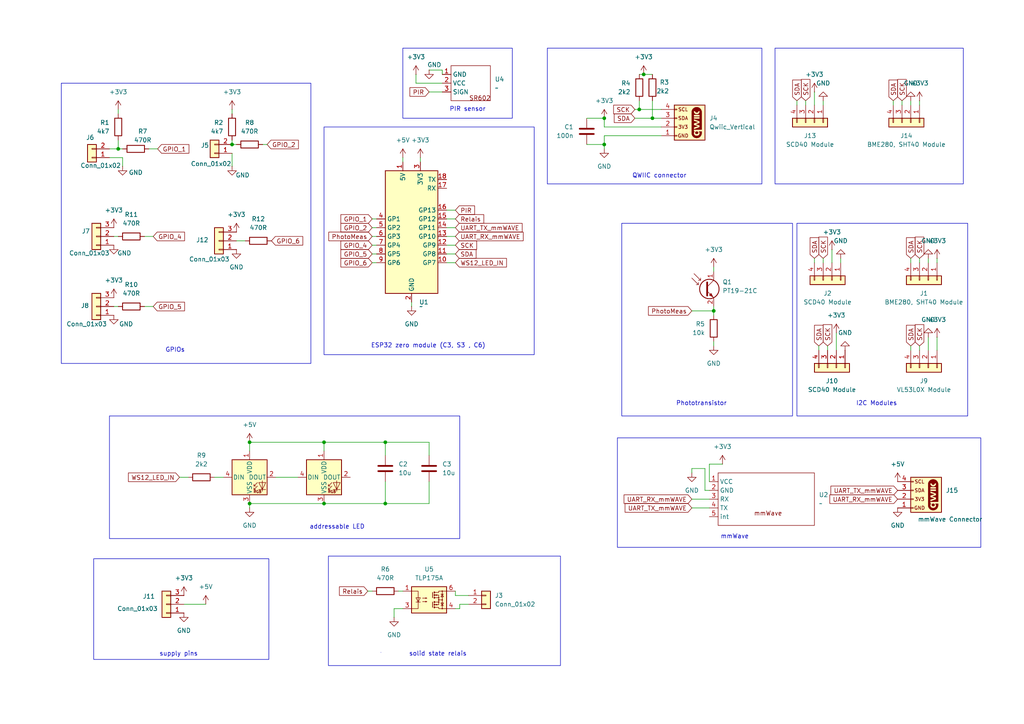
<source format=kicad_sch>
(kicad_sch
	(version 20250114)
	(generator "eeschema")
	(generator_version "9.0")
	(uuid "8aac3481-571f-4367-bd23-185f621364a9")
	(paper "A4")
	(lib_symbols
		(symbol "Device:C"
			(pin_numbers
				(hide yes)
			)
			(pin_names
				(offset 0.254)
			)
			(exclude_from_sim no)
			(in_bom yes)
			(on_board yes)
			(property "Reference" "C"
				(at 0.635 2.54 0)
				(effects
					(font
						(size 1.27 1.27)
					)
					(justify left)
				)
			)
			(property "Value" "C"
				(at 0.635 -2.54 0)
				(effects
					(font
						(size 1.27 1.27)
					)
					(justify left)
				)
			)
			(property "Footprint" ""
				(at 0.9652 -3.81 0)
				(effects
					(font
						(size 1.27 1.27)
					)
					(hide yes)
				)
			)
			(property "Datasheet" "~"
				(at 0 0 0)
				(effects
					(font
						(size 1.27 1.27)
					)
					(hide yes)
				)
			)
			(property "Description" "Unpolarized capacitor"
				(at 0 0 0)
				(effects
					(font
						(size 1.27 1.27)
					)
					(hide yes)
				)
			)
			(property "ki_keywords" "cap capacitor"
				(at 0 0 0)
				(effects
					(font
						(size 1.27 1.27)
					)
					(hide yes)
				)
			)
			(property "ki_fp_filters" "C_*"
				(at 0 0 0)
				(effects
					(font
						(size 1.27 1.27)
					)
					(hide yes)
				)
			)
			(symbol "C_0_1"
				(polyline
					(pts
						(xy -2.032 0.762) (xy 2.032 0.762)
					)
					(stroke
						(width 0.508)
						(type default)
					)
					(fill
						(type none)
					)
				)
				(polyline
					(pts
						(xy -2.032 -0.762) (xy 2.032 -0.762)
					)
					(stroke
						(width 0.508)
						(type default)
					)
					(fill
						(type none)
					)
				)
			)
			(symbol "C_1_1"
				(pin passive line
					(at 0 3.81 270)
					(length 2.794)
					(name "~"
						(effects
							(font
								(size 1.27 1.27)
							)
						)
					)
					(number "1"
						(effects
							(font
								(size 1.27 1.27)
							)
						)
					)
				)
				(pin passive line
					(at 0 -3.81 90)
					(length 2.794)
					(name "~"
						(effects
							(font
								(size 1.27 1.27)
							)
						)
					)
					(number "2"
						(effects
							(font
								(size 1.27 1.27)
							)
						)
					)
				)
			)
			(embedded_fonts no)
		)
		(symbol "Device:Q_Photo_NPN"
			(pin_names
				(offset 0)
				(hide yes)
			)
			(exclude_from_sim no)
			(in_bom yes)
			(on_board yes)
			(property "Reference" "Q"
				(at 5.08 1.27 0)
				(effects
					(font
						(size 1.27 1.27)
					)
					(justify left)
				)
			)
			(property "Value" "Q_Photo_NPN"
				(at 5.08 -1.27 0)
				(effects
					(font
						(size 1.27 1.27)
					)
					(justify left)
				)
			)
			(property "Footprint" ""
				(at 5.08 2.54 0)
				(effects
					(font
						(size 1.27 1.27)
					)
					(hide yes)
				)
			)
			(property "Datasheet" "~"
				(at 0 0 0)
				(effects
					(font
						(size 1.27 1.27)
					)
					(hide yes)
				)
			)
			(property "Description" "NPN phototransistor, collector/emitter"
				(at 0 0 0)
				(effects
					(font
						(size 1.27 1.27)
					)
					(hide yes)
				)
			)
			(property "ki_keywords" "phototransistor NPN"
				(at 0 0 0)
				(effects
					(font
						(size 1.27 1.27)
					)
					(hide yes)
				)
			)
			(symbol "Q_Photo_NPN_0_1"
				(polyline
					(pts
						(xy -3.81 3.175) (xy -1.905 1.27) (xy -1.905 1.905)
					)
					(stroke
						(width 0)
						(type default)
					)
					(fill
						(type none)
					)
				)
				(polyline
					(pts
						(xy -3.175 4.445) (xy -1.27 2.54) (xy -1.27 3.175)
					)
					(stroke
						(width 0)
						(type default)
					)
					(fill
						(type none)
					)
				)
				(polyline
					(pts
						(xy -1.905 1.27) (xy -2.54 1.27)
					)
					(stroke
						(width 0)
						(type default)
					)
					(fill
						(type none)
					)
				)
				(polyline
					(pts
						(xy -1.27 2.54) (xy -1.905 2.54)
					)
					(stroke
						(width 0)
						(type default)
					)
					(fill
						(type none)
					)
				)
				(polyline
					(pts
						(xy 0.635 1.905) (xy 0.635 -1.905) (xy 0.635 -1.905)
					)
					(stroke
						(width 0.508)
						(type default)
					)
					(fill
						(type none)
					)
				)
				(polyline
					(pts
						(xy 0.635 0.635) (xy 2.54 2.54)
					)
					(stroke
						(width 0)
						(type default)
					)
					(fill
						(type none)
					)
				)
				(polyline
					(pts
						(xy 0.635 -0.635) (xy 2.54 -2.54) (xy 2.54 -2.54)
					)
					(stroke
						(width 0)
						(type default)
					)
					(fill
						(type none)
					)
				)
				(circle
					(center 1.27 0)
					(radius 2.8194)
					(stroke
						(width 0.254)
						(type default)
					)
					(fill
						(type none)
					)
				)
				(polyline
					(pts
						(xy 1.27 -1.778) (xy 1.778 -1.27) (xy 2.286 -2.286) (xy 1.27 -1.778) (xy 1.27 -1.778)
					)
					(stroke
						(width 0)
						(type default)
					)
					(fill
						(type outline)
					)
				)
			)
			(symbol "Q_Photo_NPN_1_1"
				(pin passive line
					(at 2.54 5.08 270)
					(length 2.54)
					(name "C"
						(effects
							(font
								(size 1.27 1.27)
							)
						)
					)
					(number "1"
						(effects
							(font
								(size 1.27 1.27)
							)
						)
					)
				)
				(pin passive line
					(at 2.54 -5.08 90)
					(length 2.54)
					(name "E"
						(effects
							(font
								(size 1.27 1.27)
							)
						)
					)
					(number "2"
						(effects
							(font
								(size 1.27 1.27)
							)
						)
					)
				)
			)
			(embedded_fonts no)
		)
		(symbol "Device:R"
			(pin_numbers
				(hide yes)
			)
			(pin_names
				(offset 0)
			)
			(exclude_from_sim no)
			(in_bom yes)
			(on_board yes)
			(property "Reference" "R"
				(at 2.032 0 90)
				(effects
					(font
						(size 1.27 1.27)
					)
				)
			)
			(property "Value" "R"
				(at 0 0 90)
				(effects
					(font
						(size 1.27 1.27)
					)
				)
			)
			(property "Footprint" ""
				(at -1.778 0 90)
				(effects
					(font
						(size 1.27 1.27)
					)
					(hide yes)
				)
			)
			(property "Datasheet" "~"
				(at 0 0 0)
				(effects
					(font
						(size 1.27 1.27)
					)
					(hide yes)
				)
			)
			(property "Description" "Resistor"
				(at 0 0 0)
				(effects
					(font
						(size 1.27 1.27)
					)
					(hide yes)
				)
			)
			(property "ki_keywords" "R res resistor"
				(at 0 0 0)
				(effects
					(font
						(size 1.27 1.27)
					)
					(hide yes)
				)
			)
			(property "ki_fp_filters" "R_*"
				(at 0 0 0)
				(effects
					(font
						(size 1.27 1.27)
					)
					(hide yes)
				)
			)
			(symbol "R_0_1"
				(rectangle
					(start -1.016 -2.54)
					(end 1.016 2.54)
					(stroke
						(width 0.254)
						(type default)
					)
					(fill
						(type none)
					)
				)
			)
			(symbol "R_1_1"
				(pin passive line
					(at 0 3.81 270)
					(length 1.27)
					(name "~"
						(effects
							(font
								(size 1.27 1.27)
							)
						)
					)
					(number "1"
						(effects
							(font
								(size 1.27 1.27)
							)
						)
					)
				)
				(pin passive line
					(at 0 -3.81 90)
					(length 1.27)
					(name "~"
						(effects
							(font
								(size 1.27 1.27)
							)
						)
					)
					(number "2"
						(effects
							(font
								(size 1.27 1.27)
							)
						)
					)
				)
			)
			(embedded_fonts no)
		)
		(symbol "LED:WS2812B"
			(pin_names
				(offset 0.254)
			)
			(exclude_from_sim no)
			(in_bom yes)
			(on_board yes)
			(property "Reference" "D"
				(at 5.08 5.715 0)
				(effects
					(font
						(size 1.27 1.27)
					)
					(justify right bottom)
				)
			)
			(property "Value" "WS2812B"
				(at 1.27 -5.715 0)
				(effects
					(font
						(size 1.27 1.27)
					)
					(justify left top)
				)
			)
			(property "Footprint" "LED_SMD:LED_WS2812B_PLCC4_5.0x5.0mm_P3.2mm"
				(at 1.27 -7.62 0)
				(effects
					(font
						(size 1.27 1.27)
					)
					(justify left top)
					(hide yes)
				)
			)
			(property "Datasheet" "https://cdn-shop.adafruit.com/datasheets/WS2812B.pdf"
				(at 2.54 -9.525 0)
				(effects
					(font
						(size 1.27 1.27)
					)
					(justify left top)
					(hide yes)
				)
			)
			(property "Description" "RGB LED with integrated controller"
				(at 0 0 0)
				(effects
					(font
						(size 1.27 1.27)
					)
					(hide yes)
				)
			)
			(property "ki_keywords" "RGB LED NeoPixel addressable"
				(at 0 0 0)
				(effects
					(font
						(size 1.27 1.27)
					)
					(hide yes)
				)
			)
			(property "ki_fp_filters" "LED*WS2812*PLCC*5.0x5.0mm*P3.2mm*"
				(at 0 0 0)
				(effects
					(font
						(size 1.27 1.27)
					)
					(hide yes)
				)
			)
			(symbol "WS2812B_0_0"
				(text "RGB"
					(at 2.286 -4.191 0)
					(effects
						(font
							(size 0.762 0.762)
						)
					)
				)
			)
			(symbol "WS2812B_0_1"
				(polyline
					(pts
						(xy 1.27 -2.54) (xy 1.778 -2.54)
					)
					(stroke
						(width 0)
						(type default)
					)
					(fill
						(type none)
					)
				)
				(polyline
					(pts
						(xy 1.27 -3.556) (xy 1.778 -3.556)
					)
					(stroke
						(width 0)
						(type default)
					)
					(fill
						(type none)
					)
				)
				(polyline
					(pts
						(xy 2.286 -1.524) (xy 1.27 -2.54) (xy 1.27 -2.032)
					)
					(stroke
						(width 0)
						(type default)
					)
					(fill
						(type none)
					)
				)
				(polyline
					(pts
						(xy 2.286 -2.54) (xy 1.27 -3.556) (xy 1.27 -3.048)
					)
					(stroke
						(width 0)
						(type default)
					)
					(fill
						(type none)
					)
				)
				(polyline
					(pts
						(xy 3.683 -1.016) (xy 3.683 -3.556) (xy 3.683 -4.064)
					)
					(stroke
						(width 0)
						(type default)
					)
					(fill
						(type none)
					)
				)
				(polyline
					(pts
						(xy 4.699 -1.524) (xy 2.667 -1.524) (xy 3.683 -3.556) (xy 4.699 -1.524)
					)
					(stroke
						(width 0)
						(type default)
					)
					(fill
						(type none)
					)
				)
				(polyline
					(pts
						(xy 4.699 -3.556) (xy 2.667 -3.556)
					)
					(stroke
						(width 0)
						(type default)
					)
					(fill
						(type none)
					)
				)
				(rectangle
					(start 5.08 5.08)
					(end -5.08 -5.08)
					(stroke
						(width 0.254)
						(type default)
					)
					(fill
						(type background)
					)
				)
			)
			(symbol "WS2812B_1_1"
				(pin input line
					(at -7.62 0 0)
					(length 2.54)
					(name "DIN"
						(effects
							(font
								(size 1.27 1.27)
							)
						)
					)
					(number "4"
						(effects
							(font
								(size 1.27 1.27)
							)
						)
					)
				)
				(pin power_in line
					(at 0 7.62 270)
					(length 2.54)
					(name "VDD"
						(effects
							(font
								(size 1.27 1.27)
							)
						)
					)
					(number "1"
						(effects
							(font
								(size 1.27 1.27)
							)
						)
					)
				)
				(pin power_in line
					(at 0 -7.62 90)
					(length 2.54)
					(name "VSS"
						(effects
							(font
								(size 1.27 1.27)
							)
						)
					)
					(number "3"
						(effects
							(font
								(size 1.27 1.27)
							)
						)
					)
				)
				(pin output line
					(at 7.62 0 180)
					(length 2.54)
					(name "DOUT"
						(effects
							(font
								(size 1.27 1.27)
							)
						)
					)
					(number "2"
						(effects
							(font
								(size 1.27 1.27)
							)
						)
					)
				)
			)
			(embedded_fonts no)
		)
		(symbol "PCM_SparkFun-Connector:Conn_01x02_P2.54mm"
			(pin_names
				(offset 1.016)
				(hide yes)
			)
			(exclude_from_sim no)
			(in_bom yes)
			(on_board yes)
			(property "Reference" "J"
				(at 0 2.54 0)
				(effects
					(font
						(size 1.27 1.27)
					)
				)
			)
			(property "Value" "Conn_01x02"
				(at 0 -5.08 0)
				(effects
					(font
						(size 1.27 1.27)
					)
				)
			)
			(property "Footprint" "PCM_SparkFun-Connector:1x02_P2.54mm"
				(at 0 -7.62 0)
				(effects
					(font
						(size 1.27 1.27)
					)
					(hide yes)
				)
			)
			(property "Datasheet" "~"
				(at 0 -8.89 0)
				(effects
					(font
						(size 1.27 1.27)
					)
					(hide yes)
				)
			)
			(property "Description" "Basic 0.1\" PTH"
				(at 0 -11.43 0)
				(effects
					(font
						(size 1.27 1.27)
					)
					(hide yes)
				)
			)
			(property "ki_keywords" "SparkFun connector"
				(at 0 0 0)
				(effects
					(font
						(size 1.27 1.27)
					)
					(hide yes)
				)
			)
			(property "ki_fp_filters" "Connector*:*_1x??_*"
				(at 0 0 0)
				(effects
					(font
						(size 1.27 1.27)
					)
					(hide yes)
				)
			)
			(symbol "Conn_01x02_P2.54mm_1_1"
				(rectangle
					(start -1.27 1.27)
					(end 1.27 -3.81)
					(stroke
						(width 0.254)
						(type default)
					)
					(fill
						(type background)
					)
				)
				(rectangle
					(start -1.27 0.127)
					(end 0 -0.127)
					(stroke
						(width 0.1524)
						(type default)
					)
					(fill
						(type none)
					)
				)
				(rectangle
					(start -1.27 -2.413)
					(end 0 -2.667)
					(stroke
						(width 0.1524)
						(type default)
					)
					(fill
						(type none)
					)
				)
				(pin passive line
					(at -5.08 0 0)
					(length 3.81)
					(name "Pin_1"
						(effects
							(font
								(size 1.27 1.27)
							)
						)
					)
					(number "1"
						(effects
							(font
								(size 1.27 1.27)
							)
						)
					)
				)
				(pin passive line
					(at -5.08 -2.54 0)
					(length 3.81)
					(name "Pin_2"
						(effects
							(font
								(size 1.27 1.27)
							)
						)
					)
					(number "2"
						(effects
							(font
								(size 1.27 1.27)
							)
						)
					)
				)
			)
			(embedded_fonts no)
		)
		(symbol "PCM_SparkFun-Connector:Conn_01x03_P2.54mm"
			(pin_names
				(offset 1.016)
				(hide yes)
			)
			(exclude_from_sim no)
			(in_bom yes)
			(on_board yes)
			(property "Reference" "J"
				(at 0 5.08 0)
				(effects
					(font
						(size 1.27 1.27)
					)
				)
			)
			(property "Value" "Conn_01x03"
				(at 0 -5.08 0)
				(effects
					(font
						(size 1.27 1.27)
					)
				)
			)
			(property "Footprint" "PCM_SparkFun-Connector:1x03_P2.54mm"
				(at 0 -7.62 0)
				(effects
					(font
						(size 1.27 1.27)
					)
					(hide yes)
				)
			)
			(property "Datasheet" "~"
				(at 0 -8.89 0)
				(effects
					(font
						(size 1.27 1.27)
					)
					(hide yes)
				)
			)
			(property "Description" "Basic 0.1\" PTH"
				(at 0 -11.43 0)
				(effects
					(font
						(size 1.27 1.27)
					)
					(hide yes)
				)
			)
			(property "ki_keywords" "SparkFun connector"
				(at 0 0 0)
				(effects
					(font
						(size 1.27 1.27)
					)
					(hide yes)
				)
			)
			(property "ki_fp_filters" "Connector*:*_1x??_*"
				(at 0 0 0)
				(effects
					(font
						(size 1.27 1.27)
					)
					(hide yes)
				)
			)
			(symbol "Conn_01x03_P2.54mm_1_1"
				(rectangle
					(start -1.27 3.81)
					(end 1.27 -3.81)
					(stroke
						(width 0.254)
						(type default)
					)
					(fill
						(type background)
					)
				)
				(rectangle
					(start -1.27 2.667)
					(end 0 2.413)
					(stroke
						(width 0.1524)
						(type default)
					)
					(fill
						(type none)
					)
				)
				(rectangle
					(start -1.27 0.127)
					(end 0 -0.127)
					(stroke
						(width 0.1524)
						(type default)
					)
					(fill
						(type none)
					)
				)
				(rectangle
					(start -1.27 -2.413)
					(end 0 -2.667)
					(stroke
						(width 0.1524)
						(type default)
					)
					(fill
						(type none)
					)
				)
				(pin passive line
					(at -5.08 2.54 0)
					(length 3.81)
					(name "Pin_1"
						(effects
							(font
								(size 1.27 1.27)
							)
						)
					)
					(number "1"
						(effects
							(font
								(size 1.27 1.27)
							)
						)
					)
				)
				(pin passive line
					(at -5.08 0 0)
					(length 3.81)
					(name "Pin_2"
						(effects
							(font
								(size 1.27 1.27)
							)
						)
					)
					(number "2"
						(effects
							(font
								(size 1.27 1.27)
							)
						)
					)
				)
				(pin passive line
					(at -5.08 -2.54 0)
					(length 3.81)
					(name "Pin_3"
						(effects
							(font
								(size 1.27 1.27)
							)
						)
					)
					(number "3"
						(effects
							(font
								(size 1.27 1.27)
							)
						)
					)
				)
			)
			(embedded_fonts no)
		)
		(symbol "PCM_SparkFun-Connector:Conn_01x04_P2.54mm"
			(pin_names
				(offset 1.016)
				(hide yes)
			)
			(exclude_from_sim no)
			(in_bom yes)
			(on_board yes)
			(property "Reference" "J"
				(at 0 5.08 0)
				(effects
					(font
						(size 1.27 1.27)
					)
				)
			)
			(property "Value" "Conn_01x04"
				(at 0 -7.62 0)
				(effects
					(font
						(size 1.27 1.27)
					)
				)
			)
			(property "Footprint" "PCM_SparkFun-Connector:1x04_P2.54mm"
				(at 0 -10.16 0)
				(effects
					(font
						(size 1.27 1.27)
					)
					(hide yes)
				)
			)
			(property "Datasheet" "~"
				(at 0 -12.7 0)
				(effects
					(font
						(size 1.27 1.27)
					)
					(hide yes)
				)
			)
			(property "Description" "Basic 0.1\" PTH"
				(at 0 -15.24 0)
				(effects
					(font
						(size 1.27 1.27)
					)
					(hide yes)
				)
			)
			(property "ki_keywords" "SparkFun connector"
				(at 0 0 0)
				(effects
					(font
						(size 1.27 1.27)
					)
					(hide yes)
				)
			)
			(property "ki_fp_filters" "Connector*:*_1x??_*"
				(at 0 0 0)
				(effects
					(font
						(size 1.27 1.27)
					)
					(hide yes)
				)
			)
			(symbol "Conn_01x04_P2.54mm_1_1"
				(rectangle
					(start -1.27 3.81)
					(end 1.27 -6.35)
					(stroke
						(width 0.254)
						(type default)
					)
					(fill
						(type background)
					)
				)
				(rectangle
					(start -1.27 2.667)
					(end 0 2.413)
					(stroke
						(width 0.1524)
						(type default)
					)
					(fill
						(type none)
					)
				)
				(rectangle
					(start -1.27 0.127)
					(end 0 -0.127)
					(stroke
						(width 0.1524)
						(type default)
					)
					(fill
						(type none)
					)
				)
				(rectangle
					(start -1.27 -2.413)
					(end 0 -2.667)
					(stroke
						(width 0.1524)
						(type default)
					)
					(fill
						(type none)
					)
				)
				(rectangle
					(start -1.27 -4.953)
					(end 0 -5.207)
					(stroke
						(width 0.1524)
						(type default)
					)
					(fill
						(type none)
					)
				)
				(pin passive line
					(at -5.08 2.54 0)
					(length 3.81)
					(name "Pin_1"
						(effects
							(font
								(size 1.27 1.27)
							)
						)
					)
					(number "1"
						(effects
							(font
								(size 1.27 1.27)
							)
						)
					)
				)
				(pin passive line
					(at -5.08 0 0)
					(length 3.81)
					(name "Pin_2"
						(effects
							(font
								(size 1.27 1.27)
							)
						)
					)
					(number "2"
						(effects
							(font
								(size 1.27 1.27)
							)
						)
					)
				)
				(pin passive line
					(at -5.08 -2.54 0)
					(length 3.81)
					(name "Pin_3"
						(effects
							(font
								(size 1.27 1.27)
							)
						)
					)
					(number "3"
						(effects
							(font
								(size 1.27 1.27)
							)
						)
					)
				)
				(pin passive line
					(at -5.08 -5.08 0)
					(length 3.81)
					(name "Pin_4"
						(effects
							(font
								(size 1.27 1.27)
							)
						)
					)
					(number "4"
						(effects
							(font
								(size 1.27 1.27)
							)
						)
					)
				)
			)
			(embedded_fonts no)
		)
		(symbol "PCM_SparkFun-Connector:Qwiic_Vertical"
			(pin_names
				(offset 1.016)
				(hide yes)
			)
			(exclude_from_sim no)
			(in_bom yes)
			(on_board yes)
			(property "Reference" "J"
				(at 0 5.08 0)
				(effects
					(font
						(size 1.27 1.27)
					)
				)
			)
			(property "Value" "Qwiic_Vertical"
				(at 0 -7.62 0)
				(effects
					(font
						(size 1.27 1.27)
					)
				)
			)
			(property "Footprint" "PCM_SparkFun-Connector:JST_1x04_P1.0mm_Vertical_SMD"
				(at 0 -12.7 0)
				(effects
					(font
						(size 1.27 1.27)
					)
					(hide yes)
				)
			)
			(property "Datasheet" "https://www.jst-mfg.com/product/pdf/eng/eSH.pdf"
				(at 0 -15.24 0)
				(effects
					(font
						(size 1.27 1.27)
					)
					(hide yes)
				)
			)
			(property "Description" "4 pin JST 1mm polarized connector for I2C"
				(at 0 -17.78 0)
				(effects
					(font
						(size 1.27 1.27)
					)
					(hide yes)
				)
			)
			(property "PROD_ID" "CONN-14483"
				(at 0 -10.16 0)
				(effects
					(font
						(size 1.27 1.27)
					)
					(hide yes)
				)
			)
			(property "ki_keywords" "SparkFun connector"
				(at 0 0 0)
				(effects
					(font
						(size 1.27 1.27)
					)
					(hide yes)
				)
			)
			(property "ki_fp_filters" "Connector*:*_1x??_*"
				(at 0 0 0)
				(effects
					(font
						(size 1.27 1.27)
					)
					(hide yes)
				)
			)
			(symbol "Qwiic_Vertical_0_0"
				(polyline
					(pts
						(xy 5.6514 -4.1459) (xy 5.6299 -4.0654) (xy 5.5924 -3.9985) (xy 5.5373 -3.9428) (xy 5.4632 -3.8962)
						(xy 5.4394 -3.8843) (xy 5.402 -3.8678) (xy 5.3681 -3.8578) (xy 5.3294 -3.8521) (xy 5.2774 -3.8485)
						(xy 5.2184 -3.8474) (xy 5.1227 -3.8564) (xy 5.0405 -3.8803) (xy 4.9695 -3.9199) (xy 4.9078 -3.9759)
						(xy 4.8937 -3.9923) (xy 4.8535 -4.0549) (xy 4.8308 -4.124) (xy 4.8237 -4.2048) (xy 4.8239 -4.222)
						(xy 4.8343 -4.3011) (xy 4.8608 -4.3692) (xy 4.9051 -4.4308) (xy 4.9328 -4.4589) (xy 5.0009 -4.509)
						(xy 5.0793 -4.5424) (xy 5.1699 -4.5595) (xy 5.2745 -4.5612) (xy 5.3262 -4.5564) (xy 5.4199 -4.5347)
						(xy 5.4992 -4.4971) (xy 5.5638 -4.444) (xy 5.6131 -4.3757) (xy 5.6467 -4.2926) (xy 5.65 -4.2788)
						(xy 5.656 -4.2325) (xy 5.6563 -4.1875) (xy 5.6514 -4.1459)
					)
					(stroke
						(width 0.01)
						(type default)
					)
					(fill
						(type outline)
					)
				)
				(polyline
					(pts
						(xy 6.6693 -0.6791) (xy 6.666 1.9332) (xy 6.6418 2.0386) (xy 6.6301 2.0866) (xy 6.5791 2.2527)
						(xy 6.5141 2.404) (xy 6.4337 2.5432) (xy 6.3364 2.673) (xy 6.2208 2.7959) (xy 6.1699 2.8428) (xy 6.0305 2.9527)
						(xy 5.8839 3.0422) (xy 5.7295 3.1115) (xy 5.5668 3.1608) (xy 5.3953 3.1902) (xy 5.2146 3.1999)
						(xy 5.1695 3.1994) (xy 5.0056 3.1868) (xy 4.8507 3.1568) (xy 4.7006 3.1083) (xy 4.5508 3.0404)
						(xy 4.5104 3.0187) (xy 4.3609 2.9237) (xy 4.2262 2.8129) (xy 4.1067 2.6872) (xy 4.0032 2.5475)
						(xy 3.9162 2.3947) (xy 3.8466 2.2295) (xy 3.7947 2.0528) (xy 3.7931 2.0453) (xy 3.7912 2.0356)
						(xy 3.7895 2.0242) (xy 3.7879 2.0106) (xy 3.7864 1.9938) (xy 3.785 1.9733) (xy 3.7837 1.9481)
						(xy 3.7825 1.9176) (xy 3.7815 1.8811) (xy 3.7805 1.8377) (xy 3.7796 1.7868) (xy 3.7789 1.7275)
						(xy 3.7781 1.6592) (xy 3.7775 1.5811) (xy 3.777 1.4925) (xy 3.7765 1.3925) (xy 3.7761 1.2805)
						(xy 3.7757 1.1557) (xy 3.7754 1.0174) (xy 3.7751 0.8648) (xy 3.7749 0.6972) (xy 3.7748 0.5138)
						(xy 3.7746 0.3139) (xy 3.7745 0.0967) (xy 3.7745 -0.1385) (xy 3.7744 -0.3925) (xy 3.7744 -0.666)
						(xy 3.7744 -0.9597) (xy 3.7744 -1.2744) (xy 3.7744 -4.5147) (xy 3.8041 -4.6318) (xy 3.8237 -4.7026)
						(xy 3.8837 -4.868) (xy 3.9606 -5.0206) (xy 4.0556 -5.1623) (xy 4.1695 -5.2947) (xy 4.2945 -5.4115)
						(xy 4.4355 -5.5159) (xy 4.5859 -5.6007) (xy 4.7459 -5.6661) (xy 4.916 -5.7122) (xy 5.0965 -5.7394)
						(xy 5.2571 -5.7442) (xy 5.4226 -5.7293) (xy 5.5891 -5.6949) (xy 5.7533 -5.6416) (xy 5.8236 -5.6121)
						(xy 5.9729 -5.5329) (xy 6.1112 -5.4365) (xy 6.237 -5.3244) (xy 6.3494 -5.1984) (xy 6.4469 -5.0601)
						(xy 6.5284 -4.9112) (xy 6.5926 -4.7532) (xy 6.6384 -4.5879) (xy 6.6645 -4.4168) (xy 6.6652 -4.405)
						(xy 6.6664 -4.3703) (xy 6.6676 -4.3199) (xy 6.6687 -4.2572) (xy 6.6696 -4.1859) (xy 6.6703 -4.1097)
						(xy 6.6721 -3.846) (xy 6.2655 -3.846) (xy 5.8589 -3.846) (xy 5.9219 -3.9104) (xy 5.9349 -3.9241)
						(xy 6.0001 -4.0112) (xy 6.0471 -4.1097) (xy 6.0754 -4.2189) (xy 6.085 -4.338) (xy 6.0781 -4.4509)
						(xy 6.0523 -4.5755) (xy 6.0066 -4.6941) (xy 5.952 -4.7864) (xy 5.8765 -4.8752) (xy 5.7858 -4.9517)
						(xy 5.6826 -5.0132) (xy 5.6313 -5.0372) (xy 5.5644 -5.0638) (xy 5.4981 -5.0834) (xy 5.4249 -5.0981)
						(xy 5.3375 -5.1098) (xy 5.2452 -5.1158) (xy 5.122 -5.1113) (xy 5.0004 -5.0938) (xy 4.8864 -5.0641)
						(xy 4.7856 -5.0232) (xy 4.6831 -4.9619) (xy 4.5878 -4.8817) (xy 4.5089 -4.7878) (xy 4.4472 -4.6811)
						(xy 4.4036 -4.5627) (xy 4.4031 -4.5611) (xy 4.3912 -4.4987) (xy 4.3845 -4.4244) (xy 4.3831 -4.3446)
						(xy 4.3869 -4.2661) (xy 4.3957 -4.1956) (xy 4.4094 -4.1396) (xy 4.4322 -4.082) (xy 4.485 -3.9879)
						(xy 4.5552 -3.9031) (xy 4.6109 -3.846) (xy 4.5052 -3.846) (xy 4.3996 -3.846) (xy 4.3996 -3.5687)
						(xy 4.3996 -3.2914) (xy 4.405 -3.2914) (xy 4.405 -3.2023) (xy 4.4021 -2.9296) (xy 4.4018 -2.8964)
						(xy 4.4015 -2.8076) (xy 4.4023 -2.7393) (xy 4.4041 -2.6908) (xy 4.407 -2.6611) (xy 4.4111 -2.6495)
						(xy 4.4137 -2.6484) (xy 4.434 -2.6418) (xy 4.4723 -2.6298) (xy 4.5268 -2.6132) (xy 4.5954 -2.5924)
						(xy 4.6761 -2.5683) (xy 4.767 -2.5412) (xy 4.866 -2.5118) (xy 4.9713 -2.4808) (xy 5.0173 -2.4672)
						(xy 5.119 -2.4369) (xy 5.2131 -2.4086) (xy 5.2977 -2.3828) (xy 5.3709 -2.3601) (xy 5.4307 -2.3411)
						(xy 5.4753 -2.3264) (xy 5.5029 -2.3166) (xy 5.5114 -2.3123) (xy 5.505 -2.3098) (xy 5.4796 -2.3016)
						(xy 5.4371 -2.2885) (xy 5.3794 -2.2711) (xy 5.3088 -2.2502) (xy 5.2275 -2.2264) (xy 5.1375 -2.2002)
						(xy 5.0411 -2.1724) (xy 4.9851 -2.1562) (xy 4.8864 -2.1278) (xy 4.7926 -2.1007) (xy 4.7062 -2.0757)
						(xy 4.63 -2.0536) (xy 4.5666 -2.0351) (xy 4.5187 -2.0211) (xy 4.4891 -2.0123) (xy 4.3992 -1.9852)
						(xy 4.4021 -1.7229) (xy 4.405 -1.4606) (xy 4.5844 -1.4084) (xy 4.6163 -1.3992) (xy 4.7739 -1.3533)
						(xy 4.9121 -1.3131) (xy 5.0321 -1.278) (xy 5.1352 -1.2478) (xy 5.2224 -1.2221) (xy 5.2951 -1.2004)
						(xy 5.3545 -1.1824) (xy 5.4018 -1.1676) (xy 5.4382 -1.1558) (xy 5.465 -1.1465) (xy 5.4834 -1.1392)
						(xy 5.4945 -1.1338) (xy 5.4997 -1.1296) (xy 5.5001 -1.1264) (xy 5.497 -1.1238) (xy 5.4915 -1.1214)
						(xy 5.4896 -1.1207) (xy 5.4687 -1.114) (xy 5.4296 -1.1019) (xy 5.3743 -1.0851) (xy 5.3049 -1.0643)
						(xy 5.2237 -1.04) (xy 5.1326 -1.013) (xy 5.0339 -0.9838) (xy 4.9297 -0.9531) (xy 4.3996 -0.7973)
						(xy 4.3996 -0.533) (xy 4.3997 -0.479) (xy 4.4004 -0.4111) (xy 4.4015 -0.3532) (xy 4.4029 -0.3082)
						(xy 4.4047 -0.279) (xy 4.4066 -0.2687) (xy 4.409 -0.2694) (xy 4.4284 -0.2761) (xy 4.4661 -0.2895)
						(xy 4.5204 -0.309) (xy 4.5899 -0.3341) (xy 4.6729 -0.3642) (xy 4.7681 -0.3988) (xy 4.8737 -0.4372)
						(xy 4.9883 -0.479) (xy 5.1104 -0.5236) (xy 5.2384 -0.5703) (xy 6.0632 -0.872) (xy 6.0632 -0.1926)
						(xy 5.2314 -0.1926) (xy 4.3996 -0.1926) (xy 4.3996 0.0793) (xy 4.3996 0.3511) (xy 5.2314 0.3511)
						(xy 6.0632 0.3511) (xy 6.0632 0.4598) (xy 5.2314 0.4598) (xy 4.3996 0.4598) (xy 4.3996 0.7317)
						(xy 4.3996 1.0035) (xy 5.2314 1.0035) (xy 5.2368 1.0035) (xy 5.2368 1.1177) (xy 5.1465 1.1192)
						(xy 5.0667 1.1248) (xy 4.9975 1.1357) (xy 4.9332 1.1532) (xy 4.8683 1.1784) (xy 4.7971 1.2126)
						(xy 4.7662 1.2298) (xy 4.6808 1.2903) (xy 4.6008 1.3651) (xy 4.5314 1.4489) (xy 4.4781 1.5363)
						(xy 4.4686 1.5557) (xy 4.4306 1.6462) (xy 4.4052 1.7353) (xy 4.3905 1.8304) (xy 4.385 1.9386)
						(xy 4.3833 2.0745) (xy 4.6089 2.0775) (xy 4.8345 2.0804) (xy 4.8348 1.9959) (xy 4.8368 1.9483)
						(xy 4.8488 1.8858) (xy 4.8738 1.8316) (xy 4.9144 1.7788) (xy 4.9734 1.7289) (xy 5.0458 1.6921)
						(xy 5.1277 1.6689) (xy 5.215 1.6593) (xy 5.3038 1.6635) (xy 5.3902 1.6815) (xy 5.4702 1.7136)
						(xy 5.54 1.7597) (xy 5.5733 1.7923) (xy 5.6073 1.844) (xy 5.628 1.9066) (xy 5.6372 1.9843) (xy 5.6418 2.0804)
						(xy 5.8607 2.0775) (xy 6.0795 2.0745) (xy 6.0811 1.9712) (xy 6.0811 1.9207) (xy 6.0739 1.8134)
						(xy 6.0554 1.7157) (xy 6.024 1.6204) (xy 5.9781 1.5204) (xy 5.9341 1.4457) (xy 5.8571 1.3499)
						(xy 5.7651 1.2695) (xy 5.6591 1.2056) (xy 5.6251 1.1892) (xy 5.5646 1.1627) (xy 5.5097 1.1435)
						(xy 5.4549 1.1305) (xy 5.3948 1.1226) (xy 5.3239 1.1188) (xy 5.2368 1.1177) (xy 5.2368 1.0035)
						(xy 6.0632 1.0035) (xy 6.0632 0.7317) (xy 6.0632 0.4598) (xy 6.0632 0.3511) (xy 6.0632 0.0793)
						(xy 6.0632 -0.1926) (xy 6.0632 -0.872) (xy 6.0632 -1.1439) (xy 6.0632 -1.4158) (xy 5.552 -1.5728)
						(xy 5.5357 -1.5778) (xy 5.4361 -1.6086) (xy 5.3436 -1.6376) (xy 5.2603 -1.6641) (xy 5.1881 -1.6874)
						(xy 5.129 -1.707) (xy 5.0848 -1.7222) (xy 5.0575 -1.7324) (xy 5.0491 -1.7369) (xy 5.0493 -1.737)
						(xy 5.0624 -1.742) (xy 5.094 -1.7527) (xy 5.1423 -1.7684) (xy 5.2051 -1.7886) (xy 5.2803 -1.8124)
						(xy 5.3659 -1.8394) (xy 5.46 -1.8688) (xy 5.5603 -1.9) (xy 6.0632 -2.0559) (xy 6.063 -2.3284)
						(xy 6.0628 -2.601) (xy 5.2339 -2.9017) (xy 4.405 -3.2023) (xy 4.405 -3.2914) (xy 5.5361 -3.2914)
						(xy 6.6725 -3.2914) (xy 6.6693 -0.6791)
					)
					(stroke
						(width 0.01)
						(type default)
					)
					(fill
						(type outline)
					)
				)
			)
			(symbol "Qwiic_Vertical_1_1"
				(rectangle
					(start -1.27 3.81)
					(end 7.62 -6.35)
					(stroke
						(width 0.254)
						(type default)
					)
					(fill
						(type background)
					)
				)
				(rectangle
					(start -1.27 2.667)
					(end -0.508 2.413)
					(stroke
						(width 0.1524)
						(type default)
					)
					(fill
						(type none)
					)
				)
				(rectangle
					(start -1.27 0.127)
					(end -0.508 -0.127)
					(stroke
						(width 0.1524)
						(type default)
					)
					(fill
						(type none)
					)
				)
				(rectangle
					(start -1.27 -2.413)
					(end -0.508 -2.667)
					(stroke
						(width 0.1524)
						(type default)
					)
					(fill
						(type none)
					)
				)
				(rectangle
					(start -1.27 -4.953)
					(end -0.508 -5.207)
					(stroke
						(width 0.1524)
						(type default)
					)
					(fill
						(type none)
					)
				)
				(text "SCL"
					(at 1.27 2.54 0)
					(effects
						(font
							(size 1 1)
						)
					)
				)
				(text "SDA"
					(at 1.27 0 0)
					(effects
						(font
							(size 1 1)
						)
					)
				)
				(text "3V3"
					(at 1.27 -2.54 0)
					(effects
						(font
							(size 1 1)
						)
					)
				)
				(text "GND"
					(at 1.27 -5.08 0)
					(effects
						(font
							(size 1 1)
						)
					)
				)
				(pin passive line
					(at -5.08 2.54 0)
					(length 3.81)
					(name "Pin_4"
						(effects
							(font
								(size 1.27 1.27)
							)
						)
					)
					(number "4"
						(effects
							(font
								(size 1.27 1.27)
							)
						)
					)
				)
				(pin passive line
					(at -5.08 0 0)
					(length 3.81)
					(name "Pin_3"
						(effects
							(font
								(size 1.27 1.27)
							)
						)
					)
					(number "3"
						(effects
							(font
								(size 1.27 1.27)
							)
						)
					)
				)
				(pin passive line
					(at -5.08 -2.54 0)
					(length 3.81)
					(name "Pin_2"
						(effects
							(font
								(size 1.27 1.27)
							)
						)
					)
					(number "2"
						(effects
							(font
								(size 1.27 1.27)
							)
						)
					)
				)
				(pin passive line
					(at -5.08 -5.08 0)
					(length 3.81)
					(name "Pin_1"
						(effects
							(font
								(size 1.27 1.27)
							)
						)
					)
					(number "1"
						(effects
							(font
								(size 1.27 1.27)
							)
						)
					)
				)
				(pin no_connect line
					(at 2.54 3.81 270)
					(length 2.54)
					(hide yes)
					(name "NC"
						(effects
							(font
								(size 1.27 1.27)
							)
						)
					)
					(number "NC1"
						(effects
							(font
								(size 1.27 1.27)
							)
						)
					)
				)
				(pin no_connect line
					(at 2.54 3.81 270)
					(length 2.54)
					(hide yes)
					(name "NC"
						(effects
							(font
								(size 1.27 1.27)
							)
						)
					)
					(number "NC2"
						(effects
							(font
								(size 1.27 1.27)
							)
						)
					)
				)
			)
			(embedded_fonts no)
		)
		(symbol "Relay_SolidState:TLP175A"
			(exclude_from_sim no)
			(in_bom yes)
			(on_board yes)
			(property "Reference" "U"
				(at -5.08 4.953 0)
				(effects
					(font
						(size 1.27 1.27)
					)
					(justify left)
				)
			)
			(property "Value" "TLP175A"
				(at -5.08 -5.08 0)
				(effects
					(font
						(size 1.27 1.27)
					)
					(justify left)
				)
			)
			(property "Footprint" "Package_SO:Toshiba_SOIC-4-6_4.4x3.6mm_P1.27mm"
				(at 0 -7.62 0)
				(effects
					(font
						(size 1.27 1.27)
						(italic yes)
					)
					(hide yes)
				)
			)
			(property "Datasheet" "https://toshiba.semicon-storage.com/info/docget.jsp?did=13665&prodName=TLP175A"
				(at 0 0 0)
				(effects
					(font
						(size 1.27 1.27)
					)
					(justify left)
					(hide yes)
				)
			)
			(property "Description" "MOSFET Photorelay 1-Form-A, Voff 60V, Ion 100mA, SOIC-4-6 (MFSOP-4-6)"
				(at 0 0 0)
				(effects
					(font
						(size 1.27 1.27)
					)
					(hide yes)
				)
			)
			(property "ki_keywords" "MOSFET Output Photorelay 1-Form-A"
				(at 0 0 0)
				(effects
					(font
						(size 1.27 1.27)
					)
					(hide yes)
				)
			)
			(property "ki_fp_filters" "Toshiba?SOIC*6?4.4x3.6mm?P1.27mm*"
				(at 0 0 0)
				(effects
					(font
						(size 1.27 1.27)
					)
					(hide yes)
				)
			)
			(symbol "TLP175A_0_1"
				(rectangle
					(start -5.08 3.81)
					(end 5.08 -3.81)
					(stroke
						(width 0.254)
						(type default)
					)
					(fill
						(type background)
					)
				)
				(polyline
					(pts
						(xy -5.08 2.54) (xy -3.175 2.54) (xy -3.175 -2.54) (xy -5.08 -2.54)
					)
					(stroke
						(width 0)
						(type default)
					)
					(fill
						(type none)
					)
				)
				(polyline
					(pts
						(xy -3.81 -0.635) (xy -2.54 -0.635)
					)
					(stroke
						(width 0)
						(type default)
					)
					(fill
						(type none)
					)
				)
				(polyline
					(pts
						(xy -3.175 -0.635) (xy -3.81 0.635) (xy -2.54 0.635) (xy -3.175 -0.635)
					)
					(stroke
						(width 0)
						(type default)
					)
					(fill
						(type none)
					)
				)
				(polyline
					(pts
						(xy -1.905 0.508) (xy -0.635 0.508) (xy -1.016 0.381) (xy -1.016 0.635) (xy -0.635 0.508)
					)
					(stroke
						(width 0)
						(type default)
					)
					(fill
						(type none)
					)
				)
				(polyline
					(pts
						(xy -1.905 -0.508) (xy -0.635 -0.508) (xy -1.016 -0.635) (xy -1.016 -0.381) (xy -0.635 -0.508)
					)
					(stroke
						(width 0)
						(type default)
					)
					(fill
						(type none)
					)
				)
				(polyline
					(pts
						(xy 1.016 2.159) (xy 1.016 0.635)
					)
					(stroke
						(width 0.2032)
						(type default)
					)
					(fill
						(type none)
					)
				)
				(polyline
					(pts
						(xy 1.016 -0.635) (xy 1.016 -2.159)
					)
					(stroke
						(width 0.2032)
						(type default)
					)
					(fill
						(type none)
					)
				)
				(polyline
					(pts
						(xy 1.524 2.286) (xy 1.524 2.032) (xy 1.524 2.032)
					)
					(stroke
						(width 0.3556)
						(type default)
					)
					(fill
						(type none)
					)
				)
				(polyline
					(pts
						(xy 1.524 1.524) (xy 1.524 1.27) (xy 1.524 1.27)
					)
					(stroke
						(width 0.3556)
						(type default)
					)
					(fill
						(type none)
					)
				)
				(polyline
					(pts
						(xy 1.524 0.762) (xy 1.524 0.508) (xy 1.524 0.508)
					)
					(stroke
						(width 0.3556)
						(type default)
					)
					(fill
						(type none)
					)
				)
				(polyline
					(pts
						(xy 1.524 -0.508) (xy 1.524 -0.762)
					)
					(stroke
						(width 0.3556)
						(type default)
					)
					(fill
						(type none)
					)
				)
				(polyline
					(pts
						(xy 1.524 -1.27) (xy 1.524 -1.524) (xy 1.524 -1.524)
					)
					(stroke
						(width 0.3556)
						(type default)
					)
					(fill
						(type none)
					)
				)
				(polyline
					(pts
						(xy 1.524 -2.032) (xy 1.524 -2.286) (xy 1.524 -2.286)
					)
					(stroke
						(width 0.3556)
						(type default)
					)
					(fill
						(type none)
					)
				)
				(polyline
					(pts
						(xy 1.651 2.159) (xy 2.794 2.159) (xy 2.794 2.54) (xy 5.08 2.54)
					)
					(stroke
						(width 0)
						(type default)
					)
					(fill
						(type none)
					)
				)
				(polyline
					(pts
						(xy 1.651 1.397) (xy 2.794 1.397) (xy 2.794 0.635)
					)
					(stroke
						(width 0)
						(type default)
					)
					(fill
						(type none)
					)
				)
				(polyline
					(pts
						(xy 1.651 -0.635) (xy 2.794 -0.635) (xy 2.794 0.635) (xy 1.651 0.635)
					)
					(stroke
						(width 0)
						(type default)
					)
					(fill
						(type none)
					)
				)
				(polyline
					(pts
						(xy 1.651 -1.397) (xy 2.794 -1.397) (xy 2.794 -0.635)
					)
					(stroke
						(width 0)
						(type default)
					)
					(fill
						(type none)
					)
				)
				(polyline
					(pts
						(xy 1.651 -2.159) (xy 2.794 -2.159) (xy 2.794 -2.54) (xy 5.08 -2.54)
					)
					(stroke
						(width 0)
						(type default)
					)
					(fill
						(type none)
					)
				)
				(polyline
					(pts
						(xy 1.778 1.397) (xy 2.286 1.524) (xy 2.286 1.27) (xy 1.778 1.397)
					)
					(stroke
						(width 0)
						(type default)
					)
					(fill
						(type none)
					)
				)
				(polyline
					(pts
						(xy 1.778 -1.397) (xy 2.286 -1.27) (xy 2.286 -1.524) (xy 1.778 -1.397)
					)
					(stroke
						(width 0)
						(type default)
					)
					(fill
						(type none)
					)
				)
				(circle
					(center 2.794 0.635)
					(radius 0.127)
					(stroke
						(width 0)
						(type default)
					)
					(fill
						(type none)
					)
				)
				(polyline
					(pts
						(xy 2.794 0) (xy 3.81 0)
					)
					(stroke
						(width 0)
						(type default)
					)
					(fill
						(type none)
					)
				)
				(circle
					(center 2.794 0)
					(radius 0.127)
					(stroke
						(width 0)
						(type default)
					)
					(fill
						(type none)
					)
				)
				(circle
					(center 2.794 -0.635)
					(radius 0.127)
					(stroke
						(width 0)
						(type default)
					)
					(fill
						(type none)
					)
				)
				(polyline
					(pts
						(xy 3.429 1.651) (xy 4.191 1.651)
					)
					(stroke
						(width 0)
						(type default)
					)
					(fill
						(type none)
					)
				)
				(polyline
					(pts
						(xy 3.429 -1.651) (xy 4.191 -1.651)
					)
					(stroke
						(width 0)
						(type default)
					)
					(fill
						(type none)
					)
				)
				(circle
					(center 3.81 2.54)
					(radius 0.127)
					(stroke
						(width 0)
						(type default)
					)
					(fill
						(type none)
					)
				)
				(polyline
					(pts
						(xy 3.81 1.651) (xy 3.429 0.889) (xy 4.191 0.889) (xy 3.81 1.651)
					)
					(stroke
						(width 0)
						(type default)
					)
					(fill
						(type none)
					)
				)
				(circle
					(center 3.81 0)
					(radius 0.127)
					(stroke
						(width 0)
						(type default)
					)
					(fill
						(type none)
					)
				)
				(polyline
					(pts
						(xy 3.81 -1.651) (xy 3.429 -0.889) (xy 4.191 -0.889) (xy 3.81 -1.651)
					)
					(stroke
						(width 0)
						(type default)
					)
					(fill
						(type none)
					)
				)
				(polyline
					(pts
						(xy 3.81 -2.54) (xy 3.81 2.54)
					)
					(stroke
						(width 0)
						(type default)
					)
					(fill
						(type none)
					)
				)
				(circle
					(center 3.81 -2.54)
					(radius 0.127)
					(stroke
						(width 0)
						(type default)
					)
					(fill
						(type none)
					)
				)
			)
			(symbol "TLP175A_1_1"
				(pin passive line
					(at -7.62 2.54 0)
					(length 2.54)
					(name "~"
						(effects
							(font
								(size 1.27 1.27)
							)
						)
					)
					(number "1"
						(effects
							(font
								(size 1.27 1.27)
							)
						)
					)
				)
				(pin passive line
					(at -7.62 -2.54 0)
					(length 2.54)
					(name "~"
						(effects
							(font
								(size 1.27 1.27)
							)
						)
					)
					(number "3"
						(effects
							(font
								(size 1.27 1.27)
							)
						)
					)
				)
				(pin passive line
					(at 7.62 2.54 180)
					(length 2.54)
					(name "~"
						(effects
							(font
								(size 1.27 1.27)
							)
						)
					)
					(number "6"
						(effects
							(font
								(size 1.27 1.27)
							)
						)
					)
				)
				(pin passive line
					(at 7.62 -2.54 180)
					(length 2.54)
					(name "~"
						(effects
							(font
								(size 1.27 1.27)
							)
						)
					)
					(number "4"
						(effects
							(font
								(size 1.27 1.27)
							)
						)
					)
				)
			)
			(embedded_fonts no)
		)
		(symbol "SymbolThomas:PIR_SR602"
			(exclude_from_sim no)
			(in_bom yes)
			(on_board yes)
			(property "Reference" "U"
				(at 11.43 -0.254 0)
				(effects
					(font
						(size 1.27 1.27)
					)
				)
			)
			(property "Value" ""
				(at 0 0 0)
				(effects
					(font
						(size 1.27 1.27)
					)
				)
			)
			(property "Footprint" ""
				(at 0 0 0)
				(effects
					(font
						(size 1.27 1.27)
					)
					(hide yes)
				)
			)
			(property "Datasheet" ""
				(at 0 0 0)
				(effects
					(font
						(size 1.27 1.27)
					)
					(hide yes)
				)
			)
			(property "Description" ""
				(at 0 0 0)
				(effects
					(font
						(size 1.27 1.27)
					)
					(hide yes)
				)
			)
			(symbol "PIR_SR602_0_1"
				(rectangle
					(start 2.54 2.54)
					(end 13.97 -7.62)
					(stroke
						(width 0)
						(type default)
					)
					(fill
						(type none)
					)
				)
			)
			(symbol "PIR_SR602_1_1"
				(text "SR602"
					(at 10.922 -6.858 0)
					(effects
						(font
							(size 1.27 1.27)
						)
					)
				)
				(pin power_out line
					(at 0 0 0)
					(length 2.54)
					(name "GND"
						(effects
							(font
								(size 1.27 1.27)
							)
						)
					)
					(number "1"
						(effects
							(font
								(size 1.27 1.27)
							)
						)
					)
				)
				(pin power_in line
					(at 0 -2.54 0)
					(length 2.54)
					(name "VCC"
						(effects
							(font
								(size 1.27 1.27)
							)
						)
					)
					(number "2"
						(effects
							(font
								(size 1.27 1.27)
							)
						)
					)
				)
				(pin bidirectional line
					(at 0 -5.08 0)
					(length 2.54)
					(name "SIGN"
						(effects
							(font
								(size 1.27 1.27)
							)
						)
					)
					(number "3"
						(effects
							(font
								(size 1.27 1.27)
							)
						)
					)
				)
			)
			(embedded_fonts no)
		)
		(symbol "SymbolThomas:U1"
			(exclude_from_sim no)
			(in_bom yes)
			(on_board yes)
			(property "Reference" "U"
				(at 6.35 1.27 0)
				(effects
					(font
						(size 1.27 1.27)
					)
				)
			)
			(property "Value" ""
				(at 0 0 0)
				(effects
					(font
						(size 1.27 1.27)
					)
				)
			)
			(property "Footprint" ""
				(at 0 0 0)
				(effects
					(font
						(size 1.27 1.27)
					)
					(hide yes)
				)
			)
			(property "Datasheet" ""
				(at 0 0 0)
				(effects
					(font
						(size 1.27 1.27)
					)
					(hide yes)
				)
			)
			(property "Description" ""
				(at 0 0 0)
				(effects
					(font
						(size 1.27 1.27)
					)
					(hide yes)
				)
			)
			(symbol "U1_0_1"
				(rectangle
					(start 0 7.62)
					(end 27.94 -7.62)
					(stroke
						(width 0)
						(type default)
					)
					(fill
						(type none)
					)
				)
			)
			(symbol "U1_1_1"
				(text "mmWave\n"
					(at 14.478 -4.064 0)
					(effects
						(font
							(size 1.27 1.27)
						)
					)
				)
				(pin power_in line
					(at -2.54 5.08 0)
					(length 2.54)
					(name "VCC"
						(effects
							(font
								(size 1.27 1.27)
							)
						)
					)
					(number "1"
						(effects
							(font
								(size 1.27 1.27)
							)
						)
					)
				)
				(pin power_out line
					(at -2.54 2.54 0)
					(length 2.54)
					(name "GND"
						(effects
							(font
								(size 1.27 1.27)
							)
						)
					)
					(number "2"
						(effects
							(font
								(size 1.27 1.27)
							)
						)
					)
				)
				(pin bidirectional line
					(at -2.54 0 0)
					(length 2.54)
					(name "RX"
						(effects
							(font
								(size 1.27 1.27)
							)
						)
					)
					(number "3"
						(effects
							(font
								(size 1.27 1.27)
							)
						)
					)
				)
				(pin bidirectional line
					(at -2.54 -2.54 0)
					(length 2.54)
					(name "TX"
						(effects
							(font
								(size 1.27 1.27)
							)
						)
					)
					(number "4"
						(effects
							(font
								(size 1.27 1.27)
							)
						)
					)
				)
				(pin input line
					(at -2.54 -5.08 0)
					(length 2.54)
					(name "int"
						(effects
							(font
								(size 1.27 1.27)
							)
						)
					)
					(number "5"
						(effects
							(font
								(size 1.27 1.27)
							)
						)
					)
				)
			)
			(embedded_fonts no)
		)
		(symbol "ThomasPersolLib:ESP32-S3_zersoBoard"
			(exclude_from_sim no)
			(in_bom yes)
			(on_board yes)
			(property "Reference" "U"
				(at 0 0 0)
				(effects
					(font
						(size 1.27 1.27)
					)
				)
			)
			(property "Value" ""
				(at 0 0 0)
				(effects
					(font
						(size 1.27 1.27)
					)
				)
			)
			(property "Footprint" ""
				(at 0 0 0)
				(effects
					(font
						(size 1.27 1.27)
					)
					(hide yes)
				)
			)
			(property "Datasheet" ""
				(at 0 0 0)
				(effects
					(font
						(size 1.27 1.27)
					)
					(hide yes)
				)
			)
			(property "Description" ""
				(at 0 0 0)
				(effects
					(font
						(size 1.27 1.27)
					)
					(hide yes)
				)
			)
			(symbol "ESP32-S3_zersoBoard_1_1"
				(rectangle
					(start -7.62 16.51)
					(end 7.62 -19.05)
					(stroke
						(width 0.254)
						(type default)
					)
					(fill
						(type background)
					)
				)
				(pin bidirectional line
					(at -10.16 2.54 0)
					(length 2.54)
					(name "GP1"
						(effects
							(font
								(size 1.27 1.27)
							)
						)
					)
					(number "4"
						(effects
							(font
								(size 1.27 1.27)
							)
						)
					)
				)
				(pin bidirectional line
					(at -10.16 0 0)
					(length 2.54)
					(name "GP2"
						(effects
							(font
								(size 1.27 1.27)
							)
						)
					)
					(number "5"
						(effects
							(font
								(size 1.27 1.27)
							)
						)
					)
				)
				(pin bidirectional line
					(at -10.16 -2.54 0)
					(length 2.54)
					(name "GP3"
						(effects
							(font
								(size 1.27 1.27)
							)
						)
					)
					(number "6"
						(effects
							(font
								(size 1.27 1.27)
							)
						)
					)
				)
				(pin bidirectional line
					(at -10.16 -5.08 0)
					(length 2.54)
					(name "GP4"
						(effects
							(font
								(size 1.27 1.27)
							)
						)
					)
					(number "7"
						(effects
							(font
								(size 1.27 1.27)
							)
						)
					)
				)
				(pin bidirectional line
					(at -10.16 -7.62 0)
					(length 2.54)
					(name "GP5"
						(effects
							(font
								(size 1.27 1.27)
							)
						)
					)
					(number "8"
						(effects
							(font
								(size 1.27 1.27)
							)
						)
					)
				)
				(pin bidirectional line
					(at -10.16 -10.16 0)
					(length 2.54)
					(name "GP6"
						(effects
							(font
								(size 1.27 1.27)
							)
						)
					)
					(number "9"
						(effects
							(font
								(size 1.27 1.27)
							)
						)
					)
				)
				(pin power_in line
					(at -2.54 19.05 270)
					(length 2.54)
					(name "5V"
						(effects
							(font
								(size 1.27 1.27)
							)
						)
					)
					(number "1"
						(effects
							(font
								(size 1.27 1.27)
							)
						)
					)
				)
				(pin power_in line
					(at 0 -21.59 90)
					(length 2.54)
					(name "GND"
						(effects
							(font
								(size 1.27 1.27)
							)
						)
					)
					(number "2"
						(effects
							(font
								(size 1.27 1.27)
							)
						)
					)
				)
				(pin power_out line
					(at 2.54 19.05 270)
					(length 2.54)
					(name "3V3"
						(effects
							(font
								(size 1.27 1.27)
							)
						)
					)
					(number "3"
						(effects
							(font
								(size 1.27 1.27)
							)
						)
					)
				)
				(pin bidirectional line
					(at 10.16 13.97 180)
					(length 2.54)
					(name "TX"
						(effects
							(font
								(size 1.27 1.27)
							)
						)
					)
					(number "18"
						(effects
							(font
								(size 1.27 1.27)
							)
						)
					)
				)
				(pin bidirectional line
					(at 10.16 11.43 180)
					(length 2.54)
					(name "RX"
						(effects
							(font
								(size 1.27 1.27)
							)
						)
					)
					(number "17"
						(effects
							(font
								(size 1.27 1.27)
							)
						)
					)
				)
				(pin bidirectional line
					(at 10.16 5.08 180)
					(length 2.54)
					(name "GP13"
						(effects
							(font
								(size 1.27 1.27)
							)
						)
					)
					(number "16"
						(effects
							(font
								(size 1.27 1.27)
							)
						)
					)
				)
				(pin bidirectional line
					(at 10.16 2.54 180)
					(length 2.54)
					(name "GP12"
						(effects
							(font
								(size 1.27 1.27)
							)
						)
					)
					(number "15"
						(effects
							(font
								(size 1.27 1.27)
							)
						)
					)
				)
				(pin bidirectional line
					(at 10.16 0 180)
					(length 2.54)
					(name "GP11"
						(effects
							(font
								(size 1.27 1.27)
							)
						)
					)
					(number "14"
						(effects
							(font
								(size 1.27 1.27)
							)
						)
					)
				)
				(pin bidirectional line
					(at 10.16 -2.54 180)
					(length 2.54)
					(name "GP10"
						(effects
							(font
								(size 1.27 1.27)
							)
						)
					)
					(number "13"
						(effects
							(font
								(size 1.27 1.27)
							)
						)
					)
				)
				(pin bidirectional line
					(at 10.16 -5.08 180)
					(length 2.54)
					(name "GP9"
						(effects
							(font
								(size 1.27 1.27)
							)
						)
					)
					(number "12"
						(effects
							(font
								(size 1.27 1.27)
							)
						)
					)
				)
				(pin bidirectional line
					(at 10.16 -7.62 180)
					(length 2.54)
					(name "GP8"
						(effects
							(font
								(size 1.27 1.27)
							)
						)
					)
					(number "11"
						(effects
							(font
								(size 1.27 1.27)
							)
						)
					)
				)
				(pin bidirectional line
					(at 10.16 -10.16 180)
					(length 2.54)
					(name "GP7"
						(effects
							(font
								(size 1.27 1.27)
							)
						)
					)
					(number "10"
						(effects
							(font
								(size 1.27 1.27)
							)
						)
					)
				)
			)
			(embedded_fonts no)
		)
		(symbol "power:+3V3"
			(power)
			(pin_numbers
				(hide yes)
			)
			(pin_names
				(offset 0)
				(hide yes)
			)
			(exclude_from_sim no)
			(in_bom yes)
			(on_board yes)
			(property "Reference" "#PWR"
				(at 0 -3.81 0)
				(effects
					(font
						(size 1.27 1.27)
					)
					(hide yes)
				)
			)
			(property "Value" "+3V3"
				(at 0 3.556 0)
				(effects
					(font
						(size 1.27 1.27)
					)
				)
			)
			(property "Footprint" ""
				(at 0 0 0)
				(effects
					(font
						(size 1.27 1.27)
					)
					(hide yes)
				)
			)
			(property "Datasheet" ""
				(at 0 0 0)
				(effects
					(font
						(size 1.27 1.27)
					)
					(hide yes)
				)
			)
			(property "Description" "Power symbol creates a global label with name \"+3V3\""
				(at 0 0 0)
				(effects
					(font
						(size 1.27 1.27)
					)
					(hide yes)
				)
			)
			(property "ki_keywords" "global power"
				(at 0 0 0)
				(effects
					(font
						(size 1.27 1.27)
					)
					(hide yes)
				)
			)
			(symbol "+3V3_0_1"
				(polyline
					(pts
						(xy -0.762 1.27) (xy 0 2.54)
					)
					(stroke
						(width 0)
						(type default)
					)
					(fill
						(type none)
					)
				)
				(polyline
					(pts
						(xy 0 2.54) (xy 0.762 1.27)
					)
					(stroke
						(width 0)
						(type default)
					)
					(fill
						(type none)
					)
				)
				(polyline
					(pts
						(xy 0 0) (xy 0 2.54)
					)
					(stroke
						(width 0)
						(type default)
					)
					(fill
						(type none)
					)
				)
			)
			(symbol "+3V3_1_1"
				(pin power_in line
					(at 0 0 90)
					(length 0)
					(name "~"
						(effects
							(font
								(size 1.27 1.27)
							)
						)
					)
					(number "1"
						(effects
							(font
								(size 1.27 1.27)
							)
						)
					)
				)
			)
			(embedded_fonts no)
		)
		(symbol "power:+5V"
			(power)
			(pin_numbers
				(hide yes)
			)
			(pin_names
				(offset 0)
				(hide yes)
			)
			(exclude_from_sim no)
			(in_bom yes)
			(on_board yes)
			(property "Reference" "#PWR"
				(at 0 -3.81 0)
				(effects
					(font
						(size 1.27 1.27)
					)
					(hide yes)
				)
			)
			(property "Value" "+5V"
				(at 0 3.556 0)
				(effects
					(font
						(size 1.27 1.27)
					)
				)
			)
			(property "Footprint" ""
				(at 0 0 0)
				(effects
					(font
						(size 1.27 1.27)
					)
					(hide yes)
				)
			)
			(property "Datasheet" ""
				(at 0 0 0)
				(effects
					(font
						(size 1.27 1.27)
					)
					(hide yes)
				)
			)
			(property "Description" "Power symbol creates a global label with name \"+5V\""
				(at 0 0 0)
				(effects
					(font
						(size 1.27 1.27)
					)
					(hide yes)
				)
			)
			(property "ki_keywords" "global power"
				(at 0 0 0)
				(effects
					(font
						(size 1.27 1.27)
					)
					(hide yes)
				)
			)
			(symbol "+5V_0_1"
				(polyline
					(pts
						(xy -0.762 1.27) (xy 0 2.54)
					)
					(stroke
						(width 0)
						(type default)
					)
					(fill
						(type none)
					)
				)
				(polyline
					(pts
						(xy 0 2.54) (xy 0.762 1.27)
					)
					(stroke
						(width 0)
						(type default)
					)
					(fill
						(type none)
					)
				)
				(polyline
					(pts
						(xy 0 0) (xy 0 2.54)
					)
					(stroke
						(width 0)
						(type default)
					)
					(fill
						(type none)
					)
				)
			)
			(symbol "+5V_1_1"
				(pin power_in line
					(at 0 0 90)
					(length 0)
					(name "~"
						(effects
							(font
								(size 1.27 1.27)
							)
						)
					)
					(number "1"
						(effects
							(font
								(size 1.27 1.27)
							)
						)
					)
				)
			)
			(embedded_fonts no)
		)
		(symbol "power:GND"
			(power)
			(pin_numbers
				(hide yes)
			)
			(pin_names
				(offset 0)
				(hide yes)
			)
			(exclude_from_sim no)
			(in_bom yes)
			(on_board yes)
			(property "Reference" "#PWR"
				(at 0 -6.35 0)
				(effects
					(font
						(size 1.27 1.27)
					)
					(hide yes)
				)
			)
			(property "Value" "GND"
				(at 0 -3.81 0)
				(effects
					(font
						(size 1.27 1.27)
					)
				)
			)
			(property "Footprint" ""
				(at 0 0 0)
				(effects
					(font
						(size 1.27 1.27)
					)
					(hide yes)
				)
			)
			(property "Datasheet" ""
				(at 0 0 0)
				(effects
					(font
						(size 1.27 1.27)
					)
					(hide yes)
				)
			)
			(property "Description" "Power symbol creates a global label with name \"GND\" , ground"
				(at 0 0 0)
				(effects
					(font
						(size 1.27 1.27)
					)
					(hide yes)
				)
			)
			(property "ki_keywords" "global power"
				(at 0 0 0)
				(effects
					(font
						(size 1.27 1.27)
					)
					(hide yes)
				)
			)
			(symbol "GND_0_1"
				(polyline
					(pts
						(xy 0 0) (xy 0 -1.27) (xy 1.27 -1.27) (xy 0 -2.54) (xy -1.27 -1.27) (xy 0 -1.27)
					)
					(stroke
						(width 0)
						(type default)
					)
					(fill
						(type none)
					)
				)
			)
			(symbol "GND_1_1"
				(pin power_in line
					(at 0 0 270)
					(length 0)
					(name "~"
						(effects
							(font
								(size 1.27 1.27)
							)
						)
					)
					(number "1"
						(effects
							(font
								(size 1.27 1.27)
							)
						)
					)
				)
			)
			(embedded_fonts no)
		)
	)
	(rectangle
		(start 110.49 189.23)
		(end 110.49 189.23)
		(stroke
			(width 0)
			(type default)
		)
		(fill
			(type none)
		)
		(uuid 16739f03-e0a2-420b-957f-69192317ded3)
	)
	(rectangle
		(start 31.75 120.65)
		(end 133.35 156.21)
		(stroke
			(width 0)
			(type default)
		)
		(fill
			(type none)
		)
		(uuid 3b66ac4e-f18c-4ecd-a454-565900d1f9ac)
	)
	(rectangle
		(start 116.84 13.97)
		(end 148.59 34.29)
		(stroke
			(width 0)
			(type default)
		)
		(fill
			(type none)
		)
		(uuid 400cf73f-68de-42b0-a97f-31df55077088)
	)
	(rectangle
		(start 179.07 127)
		(end 284.48 158.75)
		(stroke
			(width 0)
			(type default)
		)
		(fill
			(type none)
		)
		(uuid 5f87e725-5341-49ee-94da-8da0f7a455d3)
	)
	(rectangle
		(start 231.14 64.77)
		(end 280.67 120.65)
		(stroke
			(width 0)
			(type default)
		)
		(fill
			(type none)
		)
		(uuid 7364c8f3-7f1d-4a09-a8ed-6a28c3f6a27a)
	)
	(rectangle
		(start 27.178 162.052)
		(end 77.978 191.262)
		(stroke
			(width 0)
			(type default)
		)
		(fill
			(type none)
		)
		(uuid 954a01f4-bd30-4400-9066-80228ee2e2a4)
	)
	(rectangle
		(start 93.98 36.83)
		(end 154.94 102.87)
		(stroke
			(width 0)
			(type default)
		)
		(fill
			(type none)
		)
		(uuid aea0c298-2547-4df9-bddf-6b84391e55d5)
	)
	(rectangle
		(start 158.75 13.97)
		(end 220.98 53.34)
		(stroke
			(width 0)
			(type default)
		)
		(fill
			(type none)
		)
		(uuid b98e9c64-4c4e-4a93-8675-0ebbf2aea3a3)
	)
	(rectangle
		(start 17.78 24.13)
		(end 90.17 105.41)
		(stroke
			(width 0)
			(type default)
		)
		(fill
			(type none)
		)
		(uuid d1ea30bc-6f01-4771-ac6f-532474e22f7d)
	)
	(rectangle
		(start 224.79 13.97)
		(end 279.4 53.34)
		(stroke
			(width 0)
			(type default)
		)
		(fill
			(type none)
		)
		(uuid d322610b-8e11-4885-b550-b4ba657de707)
	)
	(rectangle
		(start 95.25 161.29)
		(end 162.56 193.04)
		(stroke
			(width 0)
			(type default)
		)
		(fill
			(type none)
		)
		(uuid e215846c-8ad5-4de7-8a03-c6dedb31e16b)
	)
	(rectangle
		(start 180.34 64.77)
		(end 229.87 120.65)
		(stroke
			(width 0)
			(type default)
		)
		(fill
			(type none)
		)
		(uuid ec7f8f91-1a40-41cf-9e42-116d0b085111)
	)
	(text "addressable LED"
		(exclude_from_sim no)
		(at 97.79 152.908 0)
		(effects
			(font
				(size 1.27 1.27)
			)
		)
		(uuid "06839017-664a-41fe-b665-72f7c0a1a94e")
	)
	(text "QWIIC connector"
		(exclude_from_sim no)
		(at 191.262 51.054 0)
		(effects
			(font
				(size 1.27 1.27)
			)
		)
		(uuid "074f3a1b-8fbb-48a3-85d9-e6b9d5286bdb")
	)
	(text "solid state relais"
		(exclude_from_sim no)
		(at 127 189.738 0)
		(effects
			(font
				(size 1.27 1.27)
			)
		)
		(uuid "25e480da-b958-4811-9d9d-4ec5b02b67b3")
	)
	(text "GPIOs"
		(exclude_from_sim no)
		(at 50.8 101.6 0)
		(effects
			(font
				(size 1.27 1.27)
			)
		)
		(uuid "33e8f62c-42ae-4499-90f0-41f88f930169")
	)
	(text "mmWave"
		(exclude_from_sim no)
		(at 213.106 155.702 0)
		(effects
			(font
				(size 1.27 1.27)
			)
		)
		(uuid "5c7dab85-8575-410f-b74b-6c8aaaaa4f41")
	)
	(text "Phototransistor"
		(exclude_from_sim no)
		(at 203.454 117.094 0)
		(effects
			(font
				(size 1.27 1.27)
			)
		)
		(uuid "82dce24a-b7e5-4504-80de-cd9c18393ea4")
	)
	(text "supply pins"
		(exclude_from_sim no)
		(at 51.816 189.738 0)
		(effects
			(font
				(size 1.27 1.27)
			)
		)
		(uuid "8db0f58f-a812-4870-9a5c-49e80326e31a")
	)
	(text "PIR sensor"
		(exclude_from_sim no)
		(at 135.636 31.75 0)
		(effects
			(font
				(size 1.27 1.27)
			)
		)
		(uuid "9aeb781f-d9d0-4408-9a5d-ee9fa6bb8674")
	)
	(text "ESP32 zero module (C3, S3 , C6)"
		(exclude_from_sim no)
		(at 124.206 100.33 0)
		(effects
			(font
				(size 1.27 1.27)
			)
		)
		(uuid "d9ff657b-df7e-444a-b7b1-c11a136239a8")
	)
	(text "I2C Modules"
		(exclude_from_sim no)
		(at 254.254 117.094 0)
		(effects
			(font
				(size 1.27 1.27)
			)
		)
		(uuid "ebda2189-6a70-4e87-8230-30fb8ebb42d8")
	)
	(junction
		(at 67.31 41.91)
		(diameter 0)
		(color 0 0 0 0)
		(uuid "0e842ce1-88bd-4f81-a86e-e4bdf0f6c9e7")
	)
	(junction
		(at 111.76 146.05)
		(diameter 0)
		(color 0 0 0 0)
		(uuid "4adfe9b8-a567-4c4c-8207-954a417d1f2d")
	)
	(junction
		(at 111.76 128.27)
		(diameter 0)
		(color 0 0 0 0)
		(uuid "74f901fb-4394-4cad-b547-c7eb84661a50")
	)
	(junction
		(at 207.01 90.17)
		(diameter 0)
		(color 0 0 0 0)
		(uuid "8acefd30-eb84-4d0d-a85c-51b5d5e56600")
	)
	(junction
		(at 175.26 41.91)
		(diameter 0)
		(color 0 0 0 0)
		(uuid "a84eb340-a765-414c-b42e-79abbe8e79a4")
	)
	(junction
		(at 72.39 146.05)
		(diameter 0)
		(color 0 0 0 0)
		(uuid "b86d9d41-0c6a-48ad-97b0-fed743e5ad6d")
	)
	(junction
		(at 93.98 128.27)
		(diameter 0)
		(color 0 0 0 0)
		(uuid "cdbfe9f9-e5e6-4307-a144-9d9553498d69")
	)
	(junction
		(at 72.39 128.27)
		(diameter 0)
		(color 0 0 0 0)
		(uuid "d20f2e54-aae0-4861-b712-b7b56f59d9fb")
	)
	(junction
		(at 175.26 34.29)
		(diameter 0)
		(color 0 0 0 0)
		(uuid "d294d014-a7f3-4567-8dfa-242de6f961d6")
	)
	(junction
		(at 189.23 34.29)
		(diameter 0)
		(color 0 0 0 0)
		(uuid "d34430e6-76ff-449a-a487-25682926f46e")
	)
	(junction
		(at 185.42 31.75)
		(diameter 0)
		(color 0 0 0 0)
		(uuid "dc07b8df-c293-496a-897f-b9fbd36c485d")
	)
	(junction
		(at 186.69 21.59)
		(diameter 0)
		(color 0 0 0 0)
		(uuid "e92e0fb6-326b-4664-8928-54eecc3346ab")
	)
	(junction
		(at 93.98 146.05)
		(diameter 0)
		(color 0 0 0 0)
		(uuid "f0850a68-3ff9-4df1-8ecf-3b33e26c35e7")
	)
	(junction
		(at 34.29 43.18)
		(diameter 0)
		(color 0 0 0 0)
		(uuid "f297e563-b06d-4b6a-af90-9e82b3eeba9c")
	)
	(wire
		(pts
			(xy 175.26 36.83) (xy 191.77 36.83)
		)
		(stroke
			(width 0)
			(type default)
		)
		(uuid "03509610-8f81-4451-85f7-8b76c74b0ca6")
	)
	(wire
		(pts
			(xy 111.76 132.08) (xy 111.76 128.27)
		)
		(stroke
			(width 0)
			(type default)
		)
		(uuid "079a599a-1ce9-460f-b90a-3aee9c290189")
	)
	(wire
		(pts
			(xy 185.42 31.75) (xy 191.77 31.75)
		)
		(stroke
			(width 0)
			(type default)
		)
		(uuid "087ae5ba-c31e-4c9a-a454-f8dd71405bc7")
	)
	(wire
		(pts
			(xy 170.18 34.29) (xy 175.26 34.29)
		)
		(stroke
			(width 0)
			(type default)
		)
		(uuid "09a1bf05-b5bf-4ddd-9b1f-e9b1d27dfc2b")
	)
	(wire
		(pts
			(xy 124.46 26.67) (xy 128.27 26.67)
		)
		(stroke
			(width 0)
			(type default)
		)
		(uuid "0a78295e-ea41-498a-9728-73119bb90745")
	)
	(wire
		(pts
			(xy 132.08 76.2) (xy 129.54 76.2)
		)
		(stroke
			(width 0)
			(type default)
		)
		(uuid "0a969be0-74a9-4d22-a908-5747943064f3")
	)
	(wire
		(pts
			(xy 67.31 44.45) (xy 67.31 48.26)
		)
		(stroke
			(width 0)
			(type default)
		)
		(uuid "0d3cb178-d22a-4ec5-b2ef-55d2da7475d7")
	)
	(wire
		(pts
			(xy 133.35 175.26) (xy 133.35 176.53)
		)
		(stroke
			(width 0)
			(type default)
		)
		(uuid "0e7f9abc-47c8-4e0d-9292-8870f72f2b1f")
	)
	(wire
		(pts
			(xy 242.57 96.52) (xy 242.57 101.6)
		)
		(stroke
			(width 0)
			(type default)
		)
		(uuid "0f1ad7ef-bf93-479f-9e47-cd7198618232")
	)
	(wire
		(pts
			(xy 204.47 135.89) (xy 204.47 142.24)
		)
		(stroke
			(width 0)
			(type default)
		)
		(uuid "130d16ad-977b-45dc-bbfe-97b28670acd9")
	)
	(wire
		(pts
			(xy 264.16 29.21) (xy 264.16 30.48)
		)
		(stroke
			(width 0)
			(type default)
		)
		(uuid "1559e6cd-4deb-476c-a144-9532a9db53d8")
	)
	(wire
		(pts
			(xy 43.18 43.18) (xy 45.72 43.18)
		)
		(stroke
			(width 0)
			(type default)
		)
		(uuid "16018d06-0c4b-4f2d-ae85-a155f872ae0c")
	)
	(wire
		(pts
			(xy 184.15 31.75) (xy 185.42 31.75)
		)
		(stroke
			(width 0)
			(type default)
		)
		(uuid "1734b4c4-494a-4cb2-ab4a-562a8bbe436a")
	)
	(wire
		(pts
			(xy 86.36 138.43) (xy 80.01 138.43)
		)
		(stroke
			(width 0)
			(type default)
		)
		(uuid "1abadb34-f069-401d-8b91-17bb4d026b23")
	)
	(wire
		(pts
			(xy 236.22 74.93) (xy 236.22 76.2)
		)
		(stroke
			(width 0)
			(type default)
		)
		(uuid "1bd37e4a-e269-40f7-b72a-a48fb7beba3f")
	)
	(wire
		(pts
			(xy 77.47 41.91) (xy 76.2 41.91)
		)
		(stroke
			(width 0)
			(type default)
		)
		(uuid "1c76a959-7508-4505-9274-7b2244acd34f")
	)
	(wire
		(pts
			(xy 259.08 29.21) (xy 259.08 30.48)
		)
		(stroke
			(width 0)
			(type default)
		)
		(uuid "1cb3795d-319c-4bb5-b156-ca12551feab1")
	)
	(wire
		(pts
			(xy 185.42 29.21) (xy 185.42 31.75)
		)
		(stroke
			(width 0)
			(type default)
		)
		(uuid "1d5fc262-0521-4b02-a038-5e323f82c18b")
	)
	(wire
		(pts
			(xy 68.58 41.91) (xy 67.31 41.91)
		)
		(stroke
			(width 0)
			(type default)
		)
		(uuid "2363eed8-3eb1-4a26-bfaf-5610f774fe17")
	)
	(wire
		(pts
			(xy 33.02 68.58) (xy 34.29 68.58)
		)
		(stroke
			(width 0)
			(type default)
		)
		(uuid "24b316cd-a80e-4a53-b050-d3cb58504400")
	)
	(wire
		(pts
			(xy 132.08 172.72) (xy 132.08 171.45)
		)
		(stroke
			(width 0)
			(type default)
		)
		(uuid "2c23b518-8318-4554-bd98-2a5f67f1aab1")
	)
	(wire
		(pts
			(xy 170.18 41.91) (xy 175.26 41.91)
		)
		(stroke
			(width 0)
			(type default)
		)
		(uuid "2c8547da-6866-4227-9f0d-3c850b48d34b")
	)
	(wire
		(pts
			(xy 67.31 40.64) (xy 67.31 41.91)
		)
		(stroke
			(width 0)
			(type default)
		)
		(uuid "2fece378-547d-4c0c-b055-981d7edbb842")
	)
	(wire
		(pts
			(xy 243.84 74.93) (xy 243.84 76.2)
		)
		(stroke
			(width 0)
			(type default)
		)
		(uuid "347090be-7775-4130-bbbb-67769394f8f6")
	)
	(wire
		(pts
			(xy 53.34 175.26) (xy 59.69 175.26)
		)
		(stroke
			(width 0)
			(type default)
		)
		(uuid "3652060c-e82f-4471-88a0-88299077dfb9")
	)
	(wire
		(pts
			(xy 107.95 68.58) (xy 109.22 68.58)
		)
		(stroke
			(width 0)
			(type default)
		)
		(uuid "36e23501-48d7-4d18-a5f9-97d1e4f78bd3")
	)
	(wire
		(pts
			(xy 119.38 88.9) (xy 119.38 87.63)
		)
		(stroke
			(width 0)
			(type default)
		)
		(uuid "3a62773f-2437-4f9a-8084-1f49aa0f2e01")
	)
	(wire
		(pts
			(xy 261.62 29.21) (xy 261.62 30.48)
		)
		(stroke
			(width 0)
			(type default)
		)
		(uuid "3ad86f7c-3cf0-4db5-92c0-b188c63c8c60")
	)
	(wire
		(pts
			(xy 114.3 176.53) (xy 114.3 179.07)
		)
		(stroke
			(width 0)
			(type default)
		)
		(uuid "3c02aa9b-9b1e-4cce-960a-99a2bd68f3b0")
	)
	(wire
		(pts
			(xy 115.57 171.45) (xy 116.84 171.45)
		)
		(stroke
			(width 0)
			(type default)
		)
		(uuid "3cf5d2b6-e70c-4bdc-a840-0946abf6a6e3")
	)
	(wire
		(pts
			(xy 205.74 134.62) (xy 205.74 139.7)
		)
		(stroke
			(width 0)
			(type default)
		)
		(uuid "41766ff5-bdbd-4747-977c-8aca0cfb0750")
	)
	(wire
		(pts
			(xy 107.95 76.2) (xy 109.22 76.2)
		)
		(stroke
			(width 0)
			(type default)
		)
		(uuid "4ea29d55-63c9-4e90-80b0-c401d4ece2dc")
	)
	(wire
		(pts
			(xy 34.29 31.75) (xy 34.29 33.02)
		)
		(stroke
			(width 0)
			(type default)
		)
		(uuid "505ff44a-9361-460f-92ee-b9c6c273f8cb")
	)
	(wire
		(pts
			(xy 124.46 139.7) (xy 124.46 146.05)
		)
		(stroke
			(width 0)
			(type default)
		)
		(uuid "51d8f24e-9cc9-4754-8f39-9f3978ef402b")
	)
	(wire
		(pts
			(xy 111.76 146.05) (xy 124.46 146.05)
		)
		(stroke
			(width 0)
			(type default)
		)
		(uuid "52a108a5-be8c-4895-99c5-0d82e7dc7550")
	)
	(wire
		(pts
			(xy 207.01 88.9) (xy 207.01 90.17)
		)
		(stroke
			(width 0)
			(type default)
		)
		(uuid "52c2bf12-3a37-437c-88bc-baae6dbd2758")
	)
	(wire
		(pts
			(xy 204.47 142.24) (xy 205.74 142.24)
		)
		(stroke
			(width 0)
			(type default)
		)
		(uuid "537ffbbd-790d-46ca-a729-acad00151de8")
	)
	(wire
		(pts
			(xy 237.49 100.33) (xy 237.49 101.6)
		)
		(stroke
			(width 0)
			(type default)
		)
		(uuid "56e470bb-2922-427f-9824-4898eea6154d")
	)
	(wire
		(pts
			(xy 200.66 144.78) (xy 205.74 144.78)
		)
		(stroke
			(width 0)
			(type default)
		)
		(uuid "58f0db7a-b91d-479a-94b2-363572f04c85")
	)
	(wire
		(pts
			(xy 31.75 45.72) (xy 35.56 45.72)
		)
		(stroke
			(width 0)
			(type default)
		)
		(uuid "5936049b-8c5e-482c-a01d-bb60f5a5bf13")
	)
	(wire
		(pts
			(xy 207.01 99.06) (xy 207.01 100.33)
		)
		(stroke
			(width 0)
			(type default)
		)
		(uuid "61e20f58-0859-49bc-b920-03574e21a2a2")
	)
	(wire
		(pts
			(xy 133.35 176.53) (xy 132.08 176.53)
		)
		(stroke
			(width 0)
			(type default)
		)
		(uuid "624d3e2d-de61-4cce-b253-b6cdf4379375")
	)
	(wire
		(pts
			(xy 111.76 139.7) (xy 111.76 146.05)
		)
		(stroke
			(width 0)
			(type default)
		)
		(uuid "62711937-7294-4755-be41-c62c82af5788")
	)
	(wire
		(pts
			(xy 44.45 68.58) (xy 41.91 68.58)
		)
		(stroke
			(width 0)
			(type default)
		)
		(uuid "63416ffe-2eb7-49de-9eb8-ff96beedaf59")
	)
	(wire
		(pts
			(xy 111.76 128.27) (xy 124.46 128.27)
		)
		(stroke
			(width 0)
			(type default)
		)
		(uuid "6365c884-17a2-4e46-bb13-c79746b37d43")
	)
	(wire
		(pts
			(xy 72.39 128.27) (xy 93.98 128.27)
		)
		(stroke
			(width 0)
			(type default)
		)
		(uuid "6589ab88-605c-47ee-b7a6-0141ade9a224")
	)
	(wire
		(pts
			(xy 189.23 29.21) (xy 189.23 34.29)
		)
		(stroke
			(width 0)
			(type default)
		)
		(uuid "68bbc884-b20c-4976-8d54-5b0bd7cf9105")
	)
	(wire
		(pts
			(xy 121.92 45.72) (xy 121.92 46.99)
		)
		(stroke
			(width 0)
			(type default)
		)
		(uuid "6d39c8db-dac6-4370-830b-f17134e0ce6b")
	)
	(wire
		(pts
			(xy 135.89 175.26) (xy 133.35 175.26)
		)
		(stroke
			(width 0)
			(type default)
		)
		(uuid "6db5e8df-4533-4e9e-a265-76650445e26f")
	)
	(wire
		(pts
			(xy 120.65 24.13) (xy 128.27 24.13)
		)
		(stroke
			(width 0)
			(type default)
		)
		(uuid "6def6f82-238e-4479-9cd1-6c07931cb721")
	)
	(wire
		(pts
			(xy 120.65 24.13) (xy 120.65 21.59)
		)
		(stroke
			(width 0)
			(type default)
		)
		(uuid "6e73d18d-55c3-4861-9bfc-37dcaa408352")
	)
	(wire
		(pts
			(xy 269.24 97.79) (xy 269.24 101.6)
		)
		(stroke
			(width 0)
			(type default)
		)
		(uuid "74869f5d-0770-4276-9778-3f4f10d67ca7")
	)
	(wire
		(pts
			(xy 200.66 135.89) (xy 204.47 135.89)
		)
		(stroke
			(width 0)
			(type default)
		)
		(uuid "773f93a1-9df8-4585-a74b-dd69f89354ef")
	)
	(wire
		(pts
			(xy 189.23 21.59) (xy 186.69 21.59)
		)
		(stroke
			(width 0)
			(type default)
		)
		(uuid "7b1f78a4-8b48-49fa-9830-b64fd84dafae")
	)
	(wire
		(pts
			(xy 269.24 74.93) (xy 269.24 76.2)
		)
		(stroke
			(width 0)
			(type default)
		)
		(uuid "7d2e406e-7717-4736-9006-d3009e0be2ad")
	)
	(wire
		(pts
			(xy 34.29 43.18) (xy 35.56 43.18)
		)
		(stroke
			(width 0)
			(type default)
		)
		(uuid "7ec835f5-ceda-4572-a018-79bed260c4aa")
	)
	(wire
		(pts
			(xy 200.66 147.32) (xy 205.74 147.32)
		)
		(stroke
			(width 0)
			(type default)
		)
		(uuid "7fd199f6-db88-4eb1-aa71-5b7504e78e74")
	)
	(wire
		(pts
			(xy 34.29 40.64) (xy 34.29 43.18)
		)
		(stroke
			(width 0)
			(type default)
		)
		(uuid "80facd42-c7e6-4d4a-b6b6-b6352d64cd7e")
	)
	(wire
		(pts
			(xy 266.7 100.33) (xy 266.7 101.6)
		)
		(stroke
			(width 0)
			(type default)
		)
		(uuid "81f7f526-55fa-48de-98d2-f406ee1d7cfd")
	)
	(wire
		(pts
			(xy 175.26 43.18) (xy 175.26 41.91)
		)
		(stroke
			(width 0)
			(type default)
		)
		(uuid "847734ac-c0d1-43a8-a004-2f34231c1e90")
	)
	(wire
		(pts
			(xy 132.08 63.5) (xy 129.54 63.5)
		)
		(stroke
			(width 0)
			(type default)
		)
		(uuid "85834b45-fb1c-47ed-be8e-1db34b30ccb6")
	)
	(wire
		(pts
			(xy 124.46 132.08) (xy 124.46 128.27)
		)
		(stroke
			(width 0)
			(type default)
		)
		(uuid "863eceee-a825-4700-b78f-be59af660724")
	)
	(wire
		(pts
			(xy 72.39 128.27) (xy 72.39 130.81)
		)
		(stroke
			(width 0)
			(type default)
		)
		(uuid "864dbfc8-5d98-42f8-8cea-74f1a05da3da")
	)
	(wire
		(pts
			(xy 209.55 134.62) (xy 205.74 134.62)
		)
		(stroke
			(width 0)
			(type default)
		)
		(uuid "8679df19-b1d7-485f-b08d-721dadd3d5c7")
	)
	(wire
		(pts
			(xy 72.39 147.32) (xy 72.39 146.05)
		)
		(stroke
			(width 0)
			(type default)
		)
		(uuid "86edda5e-f3f7-4d19-b19b-611003f643b3")
	)
	(wire
		(pts
			(xy 233.68 29.21) (xy 233.68 30.48)
		)
		(stroke
			(width 0)
			(type default)
		)
		(uuid "89878f2c-6969-494c-b64b-1de5c9ae5834")
	)
	(wire
		(pts
			(xy 264.16 74.93) (xy 264.16 76.2)
		)
		(stroke
			(width 0)
			(type default)
		)
		(uuid "8daf6222-2d6f-44a4-b403-ea920deabea4")
	)
	(wire
		(pts
			(xy 107.95 71.12) (xy 109.22 71.12)
		)
		(stroke
			(width 0)
			(type default)
		)
		(uuid "8f431274-236c-4e30-ad40-96eeef69696e")
	)
	(wire
		(pts
			(xy 106.68 171.45) (xy 107.95 171.45)
		)
		(stroke
			(width 0)
			(type default)
		)
		(uuid "90f8b6c0-0181-4274-ad50-b50a79ddfe8e")
	)
	(wire
		(pts
			(xy 241.3 72.39) (xy 241.3 76.2)
		)
		(stroke
			(width 0)
			(type default)
		)
		(uuid "91688a26-8f0e-4f97-882f-141bbf95e348")
	)
	(wire
		(pts
			(xy 44.45 88.9) (xy 41.91 88.9)
		)
		(stroke
			(width 0)
			(type default)
		)
		(uuid "91eb5bba-2ce6-4774-bf12-070df27ac9c7")
	)
	(wire
		(pts
			(xy 240.03 100.33) (xy 240.03 101.6)
		)
		(stroke
			(width 0)
			(type default)
		)
		(uuid "9ba47a42-af31-481b-8c27-1b95cb5b6db4")
	)
	(wire
		(pts
			(xy 189.23 34.29) (xy 191.77 34.29)
		)
		(stroke
			(width 0)
			(type default)
		)
		(uuid "a448fd91-bed0-4dd5-a2b2-f603845ce64f")
	)
	(wire
		(pts
			(xy 175.26 34.29) (xy 175.26 36.83)
		)
		(stroke
			(width 0)
			(type default)
		)
		(uuid "a4c60b15-1da3-4df0-acb7-121d7a5eff5f")
	)
	(wire
		(pts
			(xy 184.15 34.29) (xy 189.23 34.29)
		)
		(stroke
			(width 0)
			(type default)
		)
		(uuid "a4f6b8c3-8490-4ab7-b90c-b15ce8b5409f")
	)
	(wire
		(pts
			(xy 116.84 176.53) (xy 114.3 176.53)
		)
		(stroke
			(width 0)
			(type default)
		)
		(uuid "a7966e19-7d4f-46b6-85b5-985233781470")
	)
	(wire
		(pts
			(xy 67.31 31.75) (xy 67.31 33.02)
		)
		(stroke
			(width 0)
			(type default)
		)
		(uuid "a919cf80-126e-4361-aefc-23dce8412d0c")
	)
	(wire
		(pts
			(xy 200.66 90.17) (xy 207.01 90.17)
		)
		(stroke
			(width 0)
			(type default)
		)
		(uuid "ac99fc79-0b9d-4d71-9872-42233f9ba0e3")
	)
	(wire
		(pts
			(xy 236.22 26.67) (xy 236.22 30.48)
		)
		(stroke
			(width 0)
			(type default)
		)
		(uuid "ad831c58-e907-4672-9a71-b2c7b7ec32cf")
	)
	(wire
		(pts
			(xy 107.95 73.66) (xy 109.22 73.66)
		)
		(stroke
			(width 0)
			(type default)
		)
		(uuid "ae44c3bc-f5a6-47f0-890a-429a9b232f91")
	)
	(wire
		(pts
			(xy 107.95 63.5) (xy 109.22 63.5)
		)
		(stroke
			(width 0)
			(type default)
		)
		(uuid "b02bf23f-7bf1-4939-9dfa-e9d2d2365625")
	)
	(wire
		(pts
			(xy 71.12 69.85) (xy 68.58 69.85)
		)
		(stroke
			(width 0)
			(type default)
		)
		(uuid "b4264dea-3c88-4aa5-9119-a5248620fe8f")
	)
	(wire
		(pts
			(xy 175.26 41.91) (xy 175.26 39.37)
		)
		(stroke
			(width 0)
			(type default)
		)
		(uuid "b70c5302-7636-4027-b9d4-3b3cbd55f924")
	)
	(wire
		(pts
			(xy 264.16 100.33) (xy 264.16 101.6)
		)
		(stroke
			(width 0)
			(type default)
		)
		(uuid "b7f84ad7-a094-4e30-94ca-a20521adc48d")
	)
	(wire
		(pts
			(xy 35.56 45.72) (xy 35.56 48.26)
		)
		(stroke
			(width 0)
			(type default)
		)
		(uuid "ba46ee4d-fa8c-400e-843c-d0bc22e86969")
	)
	(wire
		(pts
			(xy 266.7 74.93) (xy 266.7 76.2)
		)
		(stroke
			(width 0)
			(type default)
		)
		(uuid "bbdedd17-ceae-483b-87d0-787ab60da30d")
	)
	(wire
		(pts
			(xy 62.23 138.43) (xy 64.77 138.43)
		)
		(stroke
			(width 0)
			(type default)
		)
		(uuid "bda3368a-c991-4a26-9fa5-f85cba51b70c")
	)
	(wire
		(pts
			(xy 107.95 66.04) (xy 109.22 66.04)
		)
		(stroke
			(width 0)
			(type default)
		)
		(uuid "c0d7c888-99a6-44f8-8e1d-15e89c08df97")
	)
	(wire
		(pts
			(xy 266.7 29.21) (xy 266.7 30.48)
		)
		(stroke
			(width 0)
			(type default)
		)
		(uuid "c38fad0a-adf7-4a6f-9335-d218c9969dd0")
	)
	(wire
		(pts
			(xy 93.98 128.27) (xy 111.76 128.27)
		)
		(stroke
			(width 0)
			(type default)
		)
		(uuid "c5bc9d92-461e-40c0-a1e2-2f26e73f831c")
	)
	(wire
		(pts
			(xy 271.78 74.93) (xy 271.78 76.2)
		)
		(stroke
			(width 0)
			(type default)
		)
		(uuid "c977758c-c437-46ac-9719-417cf824ba13")
	)
	(wire
		(pts
			(xy 200.66 137.16) (xy 200.66 135.89)
		)
		(stroke
			(width 0)
			(type default)
		)
		(uuid "caa511a2-7ef6-4384-b67f-f113f7f2cc87")
	)
	(wire
		(pts
			(xy 175.26 39.37) (xy 191.77 39.37)
		)
		(stroke
			(width 0)
			(type default)
		)
		(uuid "d07f6891-bee0-4873-b8fb-7da0d422da59")
	)
	(wire
		(pts
			(xy 238.76 74.93) (xy 238.76 76.2)
		)
		(stroke
			(width 0)
			(type default)
		)
		(uuid "d0c602de-19d6-4477-a496-a7fa90b0cb9c")
	)
	(wire
		(pts
			(xy 34.29 43.18) (xy 31.75 43.18)
		)
		(stroke
			(width 0)
			(type default)
		)
		(uuid "d22f48e3-d0db-48ea-8c79-847e29941c9a")
	)
	(wire
		(pts
			(xy 186.69 21.59) (xy 185.42 21.59)
		)
		(stroke
			(width 0)
			(type default)
		)
		(uuid "d4b733d2-2067-49ac-8d3d-f4f6a43a3de0")
	)
	(wire
		(pts
			(xy 135.89 172.72) (xy 132.08 172.72)
		)
		(stroke
			(width 0)
			(type default)
		)
		(uuid "d5d84e89-6d34-4121-97f8-a9b65832e900")
	)
	(wire
		(pts
			(xy 116.84 45.72) (xy 116.84 46.99)
		)
		(stroke
			(width 0)
			(type default)
		)
		(uuid "d95d5b30-0928-4f27-b0c2-aed2d675ceef")
	)
	(wire
		(pts
			(xy 132.08 60.96) (xy 129.54 60.96)
		)
		(stroke
			(width 0)
			(type default)
		)
		(uuid "da12c0cd-c374-46be-b206-9f8be61202a6")
	)
	(wire
		(pts
			(xy 207.01 90.17) (xy 207.01 91.44)
		)
		(stroke
			(width 0)
			(type default)
		)
		(uuid "dad49040-2ae6-44dd-be43-ef4cd8fb1435")
	)
	(wire
		(pts
			(xy 132.08 73.66) (xy 129.54 73.66)
		)
		(stroke
			(width 0)
			(type default)
		)
		(uuid "de75fd7d-fe32-4cd4-a27f-7685596adda2")
	)
	(wire
		(pts
			(xy 231.14 29.21) (xy 231.14 30.48)
		)
		(stroke
			(width 0)
			(type default)
		)
		(uuid "e163309e-4ece-4ccd-92fd-466145d79761")
	)
	(wire
		(pts
			(xy 132.08 68.58) (xy 129.54 68.58)
		)
		(stroke
			(width 0)
			(type default)
		)
		(uuid "e16a555e-0b1c-43fe-adf7-3ccf224169c0")
	)
	(wire
		(pts
			(xy 238.76 29.21) (xy 238.76 30.48)
		)
		(stroke
			(width 0)
			(type default)
		)
		(uuid "e285b3fe-9a29-44c6-a505-fe0818422100")
	)
	(wire
		(pts
			(xy 132.08 71.12) (xy 129.54 71.12)
		)
		(stroke
			(width 0)
			(type default)
		)
		(uuid "ea53f10a-4b46-4632-ac30-99ec98ea6511")
	)
	(wire
		(pts
			(xy 128.27 20.32) (xy 128.27 21.59)
		)
		(stroke
			(width 0)
			(type default)
		)
		(uuid "eb520a17-d85d-428e-af8b-1a8c3852dd83")
	)
	(wire
		(pts
			(xy 52.07 138.43) (xy 54.61 138.43)
		)
		(stroke
			(width 0)
			(type default)
		)
		(uuid "ef5e3cce-8b2e-4596-a200-54640fb52367")
	)
	(wire
		(pts
			(xy 34.29 88.9) (xy 33.02 88.9)
		)
		(stroke
			(width 0)
			(type default)
		)
		(uuid "f0a9a84a-a109-4425-bff8-72fcd0b42e9c")
	)
	(wire
		(pts
			(xy 132.08 66.04) (xy 129.54 66.04)
		)
		(stroke
			(width 0)
			(type default)
		)
		(uuid "f2360a30-7b00-4286-978b-6c3db71664e4")
	)
	(wire
		(pts
			(xy 207.01 77.47) (xy 207.01 78.74)
		)
		(stroke
			(width 0)
			(type default)
		)
		(uuid "f33503c4-da0e-4efa-af6a-319b6be284d0")
	)
	(wire
		(pts
			(xy 124.46 20.32) (xy 128.27 20.32)
		)
		(stroke
			(width 0)
			(type default)
		)
		(uuid "f36728bf-119a-4101-973b-970bb45fb1a1")
	)
	(wire
		(pts
			(xy 72.39 146.05) (xy 93.98 146.05)
		)
		(stroke
			(width 0)
			(type default)
		)
		(uuid "f897efe1-a1c8-496a-86f2-2afcf92f6dde")
	)
	(wire
		(pts
			(xy 93.98 146.05) (xy 111.76 146.05)
		)
		(stroke
			(width 0)
			(type default)
		)
		(uuid "f8d26429-2c4f-4770-b93e-64e4f4fe7889")
	)
	(wire
		(pts
			(xy 93.98 130.81) (xy 93.98 128.27)
		)
		(stroke
			(width 0)
			(type default)
		)
		(uuid "f9d98cfa-e84e-4724-8f91-e33daed42598")
	)
	(wire
		(pts
			(xy 271.78 97.79) (xy 271.78 101.6)
		)
		(stroke
			(width 0)
			(type default)
		)
		(uuid "fcdd63b9-7295-44fe-a84b-d25d2cc66cb2")
	)
	(global_label "SCK"
		(shape input)
		(at 238.76 74.93 90)
		(fields_autoplaced yes)
		(effects
			(font
				(size 1.27 1.27)
			)
			(justify left)
		)
		(uuid "03f40dbe-d4d6-46d2-9094-fb8f36258662")
		(property "Intersheetrefs" "${INTERSHEET_REFS}"
			(at 238.76 68.1953 90)
			(effects
				(font
					(size 1.27 1.27)
				)
				(justify left)
				(hide yes)
			)
		)
	)
	(global_label "GPIO_5"
		(shape input)
		(at 44.45 88.9 0)
		(fields_autoplaced yes)
		(effects
			(font
				(size 1.27 1.27)
			)
			(justify left)
		)
		(uuid "0ae91e08-5700-4232-871c-0d1b89d84869")
		(property "Intersheetrefs" "${INTERSHEET_REFS}"
			(at 54.0876 88.9 0)
			(effects
				(font
					(size 1.27 1.27)
				)
				(justify left)
				(hide yes)
			)
		)
	)
	(global_label "SDA"
		(shape input)
		(at 184.15 34.29 180)
		(fields_autoplaced yes)
		(effects
			(font
				(size 1.27 1.27)
			)
			(justify right)
		)
		(uuid "16922c39-8638-44d5-a267-dcfa91dc4d1e")
		(property "Intersheetrefs" "${INTERSHEET_REFS}"
			(at 177.5967 34.29 0)
			(effects
				(font
					(size 1.27 1.27)
				)
				(justify right)
				(hide yes)
			)
		)
	)
	(global_label "GPIO_2"
		(shape input)
		(at 77.47 41.91 0)
		(fields_autoplaced yes)
		(effects
			(font
				(size 1.27 1.27)
			)
			(justify left)
		)
		(uuid "18ecd619-1fac-4a0a-b51e-499698a77f34")
		(property "Intersheetrefs" "${INTERSHEET_REFS}"
			(at 87.1076 41.91 0)
			(effects
				(font
					(size 1.27 1.27)
				)
				(justify left)
				(hide yes)
			)
		)
	)
	(global_label "PIR"
		(shape input)
		(at 124.46 26.67 180)
		(fields_autoplaced yes)
		(effects
			(font
				(size 1.27 1.27)
			)
			(justify right)
		)
		(uuid "1a421de0-b399-4fb3-ac3c-44e9051d102a")
		(property "Intersheetrefs" "${INTERSHEET_REFS}"
			(at 118.33 26.67 0)
			(effects
				(font
					(size 1.27 1.27)
				)
				(justify right)
				(hide yes)
			)
		)
	)
	(global_label "SDA"
		(shape input)
		(at 237.49 100.33 90)
		(fields_autoplaced yes)
		(effects
			(font
				(size 1.27 1.27)
			)
			(justify left)
		)
		(uuid "1ca46ba0-1324-4cb4-9ca7-7d54a0fe20ea")
		(property "Intersheetrefs" "${INTERSHEET_REFS}"
			(at 237.49 93.7767 90)
			(effects
				(font
					(size 1.27 1.27)
				)
				(justify left)
				(hide yes)
			)
		)
	)
	(global_label "GPIO_1"
		(shape input)
		(at 107.95 63.5 180)
		(fields_autoplaced yes)
		(effects
			(font
				(size 1.27 1.27)
			)
			(justify right)
		)
		(uuid "1f142518-acb7-4b24-aa2e-2ed4582f6d02")
		(property "Intersheetrefs" "${INTERSHEET_REFS}"
			(at 98.3124 63.5 0)
			(effects
				(font
					(size 1.27 1.27)
				)
				(justify right)
				(hide yes)
			)
		)
	)
	(global_label "SDA"
		(shape input)
		(at 264.16 100.33 90)
		(fields_autoplaced yes)
		(effects
			(font
				(size 1.27 1.27)
			)
			(justify left)
		)
		(uuid "40f9b112-dec7-4d2d-9df5-6ed70b7a79ca")
		(property "Intersheetrefs" "${INTERSHEET_REFS}"
			(at 264.16 93.7767 90)
			(effects
				(font
					(size 1.27 1.27)
				)
				(justify left)
				(hide yes)
			)
		)
	)
	(global_label "SCK"
		(shape input)
		(at 184.15 31.75 180)
		(fields_autoplaced yes)
		(effects
			(font
				(size 1.27 1.27)
			)
			(justify right)
		)
		(uuid "457f2f16-11f7-44af-9cbb-1e3f61bdfd1d")
		(property "Intersheetrefs" "${INTERSHEET_REFS}"
			(at 177.4153 31.75 0)
			(effects
				(font
					(size 1.27 1.27)
				)
				(justify right)
				(hide yes)
			)
		)
	)
	(global_label "Relais"
		(shape input)
		(at 132.08 63.5 0)
		(fields_autoplaced yes)
		(effects
			(font
				(size 1.27 1.27)
			)
			(justify left)
		)
		(uuid "4bc502f9-8cd4-4ca5-90f6-5678e01dfdfc")
		(property "Intersheetrefs" "${INTERSHEET_REFS}"
			(at 140.8709 63.5 0)
			(effects
				(font
					(size 1.27 1.27)
				)
				(justify left)
				(hide yes)
			)
		)
	)
	(global_label "GPIO_4"
		(shape input)
		(at 107.95 71.12 180)
		(fields_autoplaced yes)
		(effects
			(font
				(size 1.27 1.27)
			)
			(justify right)
		)
		(uuid "4d8f0286-5da9-4f2f-8f2c-ea16c1a61fab")
		(property "Intersheetrefs" "${INTERSHEET_REFS}"
			(at 98.3124 71.12 0)
			(effects
				(font
					(size 1.27 1.27)
				)
				(justify right)
				(hide yes)
			)
		)
	)
	(global_label "UART_TX_mmWAVE"
		(shape input)
		(at 260.35 142.24 180)
		(fields_autoplaced yes)
		(effects
			(font
				(size 1.27 1.27)
			)
			(justify right)
		)
		(uuid "6001c9d4-ff6b-49ad-a352-c65fe909ce40")
		(property "Intersheetrefs" "${INTERSHEET_REFS}"
			(at 240.4316 142.24 0)
			(effects
				(font
					(size 1.27 1.27)
				)
				(justify right)
				(hide yes)
			)
		)
	)
	(global_label "UART_RX_mmWAVE"
		(shape input)
		(at 260.35 144.78 180)
		(fields_autoplaced yes)
		(effects
			(font
				(size 1.27 1.27)
			)
			(justify right)
		)
		(uuid "64155064-86f0-486a-a6ff-eca8412f9bd5")
		(property "Intersheetrefs" "${INTERSHEET_REFS}"
			(at 240.1292 144.78 0)
			(effects
				(font
					(size 1.27 1.27)
				)
				(justify right)
				(hide yes)
			)
		)
	)
	(global_label "WS12_LED_IN"
		(shape input)
		(at 52.07 138.43 180)
		(fields_autoplaced yes)
		(effects
			(font
				(size 1.27 1.27)
			)
			(justify right)
		)
		(uuid "685304a1-b151-4b1e-9b2a-f84ebc734829")
		(property "Intersheetrefs" "${INTERSHEET_REFS}"
			(at 36.6873 138.43 0)
			(effects
				(font
					(size 1.27 1.27)
				)
				(justify right)
				(hide yes)
			)
		)
	)
	(global_label "GPIO_6"
		(shape input)
		(at 78.74 69.85 0)
		(fields_autoplaced yes)
		(effects
			(font
				(size 1.27 1.27)
			)
			(justify left)
		)
		(uuid "689b859e-b30a-4bfe-8044-20ef2bda78ac")
		(property "Intersheetrefs" "${INTERSHEET_REFS}"
			(at 88.3776 69.85 0)
			(effects
				(font
					(size 1.27 1.27)
				)
				(justify left)
				(hide yes)
			)
		)
	)
	(global_label "SCK"
		(shape input)
		(at 266.7 100.33 90)
		(fields_autoplaced yes)
		(effects
			(font
				(size 1.27 1.27)
			)
			(justify left)
		)
		(uuid "68f80a11-43af-4784-b81a-d9d889777955")
		(property "Intersheetrefs" "${INTERSHEET_REFS}"
			(at 266.7 93.5953 90)
			(effects
				(font
					(size 1.27 1.27)
				)
				(justify left)
				(hide yes)
			)
		)
	)
	(global_label "SCK"
		(shape input)
		(at 233.68 29.21 90)
		(fields_autoplaced yes)
		(effects
			(font
				(size 1.27 1.27)
			)
			(justify left)
		)
		(uuid "6be94a5b-061d-4715-9c1b-a8ce636fc61d")
		(property "Intersheetrefs" "${INTERSHEET_REFS}"
			(at 233.68 22.4753 90)
			(effects
				(font
					(size 1.27 1.27)
				)
				(justify left)
				(hide yes)
			)
		)
	)
	(global_label "SCK"
		(shape input)
		(at 132.08 71.12 0)
		(fields_autoplaced yes)
		(effects
			(font
				(size 1.27 1.27)
			)
			(justify left)
		)
		(uuid "6d7e30e4-9e51-46e5-8ed9-a5deb93ebc63")
		(property "Intersheetrefs" "${INTERSHEET_REFS}"
			(at 138.8147 71.12 0)
			(effects
				(font
					(size 1.27 1.27)
				)
				(justify left)
				(hide yes)
			)
		)
	)
	(global_label "SCK"
		(shape input)
		(at 240.03 100.33 90)
		(fields_autoplaced yes)
		(effects
			(font
				(size 1.27 1.27)
			)
			(justify left)
		)
		(uuid "7a7d0fb4-8ee5-49d4-b338-3ca2bb8361d5")
		(property "Intersheetrefs" "${INTERSHEET_REFS}"
			(at 240.03 93.5953 90)
			(effects
				(font
					(size 1.27 1.27)
				)
				(justify left)
				(hide yes)
			)
		)
	)
	(global_label "Relais"
		(shape input)
		(at 106.68 171.45 180)
		(fields_autoplaced yes)
		(effects
			(font
				(size 1.27 1.27)
			)
			(justify right)
		)
		(uuid "7ff26ff5-94ad-4497-80df-80a7ba803453")
		(property "Intersheetrefs" "${INTERSHEET_REFS}"
			(at 97.8891 171.45 0)
			(effects
				(font
					(size 1.27 1.27)
				)
				(justify right)
				(hide yes)
			)
		)
	)
	(global_label "GPIO_4"
		(shape input)
		(at 44.45 68.58 0)
		(fields_autoplaced yes)
		(effects
			(font
				(size 1.27 1.27)
			)
			(justify left)
		)
		(uuid "85130215-7c84-477d-807f-58eb8a14fddf")
		(property "Intersheetrefs" "${INTERSHEET_REFS}"
			(at 54.0876 68.58 0)
			(effects
				(font
					(size 1.27 1.27)
				)
				(justify left)
				(hide yes)
			)
		)
	)
	(global_label "GPIO_5"
		(shape input)
		(at 107.95 73.66 180)
		(fields_autoplaced yes)
		(effects
			(font
				(size 1.27 1.27)
			)
			(justify right)
		)
		(uuid "88ec71a0-f155-41c6-b55b-4fdf311ea9c9")
		(property "Intersheetrefs" "${INTERSHEET_REFS}"
			(at 98.3124 73.66 0)
			(effects
				(font
					(size 1.27 1.27)
				)
				(justify right)
				(hide yes)
			)
		)
	)
	(global_label "SCK"
		(shape input)
		(at 266.7 74.93 90)
		(fields_autoplaced yes)
		(effects
			(font
				(size 1.27 1.27)
			)
			(justify left)
		)
		(uuid "89dd4bf4-0a50-4f66-8fad-7ec80009ca34")
		(property "Intersheetrefs" "${INTERSHEET_REFS}"
			(at 266.7 68.1953 90)
			(effects
				(font
					(size 1.27 1.27)
				)
				(justify left)
				(hide yes)
			)
		)
	)
	(global_label "SCK"
		(shape input)
		(at 261.62 29.21 90)
		(fields_autoplaced yes)
		(effects
			(font
				(size 1.27 1.27)
			)
			(justify left)
		)
		(uuid "900a4fd7-ed7e-48cc-b642-0a8604812ae5")
		(property "Intersheetrefs" "${INTERSHEET_REFS}"
			(at 261.62 22.4753 90)
			(effects
				(font
					(size 1.27 1.27)
				)
				(justify left)
				(hide yes)
			)
		)
	)
	(global_label "UART_RX_mmWAVE"
		(shape input)
		(at 200.66 144.78 180)
		(fields_autoplaced yes)
		(effects
			(font
				(size 1.27 1.27)
			)
			(justify right)
		)
		(uuid "9a12d8df-0143-489b-bcb3-c1652eee69cc")
		(property "Intersheetrefs" "${INTERSHEET_REFS}"
			(at 180.4392 144.78 0)
			(effects
				(font
					(size 1.27 1.27)
				)
				(justify right)
				(hide yes)
			)
		)
	)
	(global_label "PhotoMeas"
		(shape input)
		(at 107.95 68.58 180)
		(fields_autoplaced yes)
		(effects
			(font
				(size 1.27 1.27)
			)
			(justify right)
		)
		(uuid "9db9f676-376c-4b1e-9c3d-01e744c29c1b")
		(property "Intersheetrefs" "${INTERSHEET_REFS}"
			(at 94.805 68.58 0)
			(effects
				(font
					(size 1.27 1.27)
				)
				(justify right)
				(hide yes)
			)
		)
	)
	(global_label "SDA"
		(shape input)
		(at 259.08 29.21 90)
		(fields_autoplaced yes)
		(effects
			(font
				(size 1.27 1.27)
			)
			(justify left)
		)
		(uuid "a19d8851-9002-427e-b766-88b2d956dbdd")
		(property "Intersheetrefs" "${INTERSHEET_REFS}"
			(at 259.08 22.6567 90)
			(effects
				(font
					(size 1.27 1.27)
				)
				(justify left)
				(hide yes)
			)
		)
	)
	(global_label "GPIO_1"
		(shape input)
		(at 45.72 43.18 0)
		(fields_autoplaced yes)
		(effects
			(font
				(size 1.27 1.27)
			)
			(justify left)
		)
		(uuid "a52a43be-6329-4509-bf7a-3ed5a3a17143")
		(property "Intersheetrefs" "${INTERSHEET_REFS}"
			(at 55.3576 43.18 0)
			(effects
				(font
					(size 1.27 1.27)
				)
				(justify left)
				(hide yes)
			)
		)
	)
	(global_label "PhotoMeas"
		(shape input)
		(at 200.66 90.17 180)
		(fields_autoplaced yes)
		(effects
			(font
				(size 1.27 1.27)
			)
			(justify right)
		)
		(uuid "acbc7bc6-7ec7-4050-a81c-e30f6526e11e")
		(property "Intersheetrefs" "${INTERSHEET_REFS}"
			(at 187.515 90.17 0)
			(effects
				(font
					(size 1.27 1.27)
				)
				(justify right)
				(hide yes)
			)
		)
	)
	(global_label "GPIO_2"
		(shape input)
		(at 107.95 66.04 180)
		(fields_autoplaced yes)
		(effects
			(font
				(size 1.27 1.27)
			)
			(justify right)
		)
		(uuid "ad397b97-ab7e-417e-a110-0494aa24337a")
		(property "Intersheetrefs" "${INTERSHEET_REFS}"
			(at 98.3124 66.04 0)
			(effects
				(font
					(size 1.27 1.27)
				)
				(justify right)
				(hide yes)
			)
		)
	)
	(global_label "UART_TX_mmWAVE"
		(shape input)
		(at 132.08 66.04 0)
		(fields_autoplaced yes)
		(effects
			(font
				(size 1.27 1.27)
			)
			(justify left)
		)
		(uuid "c965da65-e8a7-41e2-9d6a-a2bf2853a0e1")
		(property "Intersheetrefs" "${INTERSHEET_REFS}"
			(at 151.9984 66.04 0)
			(effects
				(font
					(size 1.27 1.27)
				)
				(justify left)
				(hide yes)
			)
		)
	)
	(global_label "SDA"
		(shape input)
		(at 231.14 29.21 90)
		(fields_autoplaced yes)
		(effects
			(font
				(size 1.27 1.27)
			)
			(justify left)
		)
		(uuid "c9ebebf5-43ae-44de-ae5b-d1e9aff1b854")
		(property "Intersheetrefs" "${INTERSHEET_REFS}"
			(at 231.14 22.6567 90)
			(effects
				(font
					(size 1.27 1.27)
				)
				(justify left)
				(hide yes)
			)
		)
	)
	(global_label "PIR"
		(shape input)
		(at 132.08 60.96 0)
		(fields_autoplaced yes)
		(effects
			(font
				(size 1.27 1.27)
			)
			(justify left)
		)
		(uuid "ce84f1c7-55f0-4798-8155-a7b39af7cfec")
		(property "Intersheetrefs" "${INTERSHEET_REFS}"
			(at 138.21 60.96 0)
			(effects
				(font
					(size 1.27 1.27)
				)
				(justify left)
				(hide yes)
			)
		)
	)
	(global_label "UART_TX_mmWAVE"
		(shape input)
		(at 200.66 147.32 180)
		(fields_autoplaced yes)
		(effects
			(font
				(size 1.27 1.27)
			)
			(justify right)
		)
		(uuid "d2f00cc0-a115-4ea4-b273-50e5421a5589")
		(property "Intersheetrefs" "${INTERSHEET_REFS}"
			(at 180.7416 147.32 0)
			(effects
				(font
					(size 1.27 1.27)
				)
				(justify right)
				(hide yes)
			)
		)
	)
	(global_label "SDA"
		(shape input)
		(at 132.08 73.66 0)
		(fields_autoplaced yes)
		(effects
			(font
				(size 1.27 1.27)
			)
			(justify left)
		)
		(uuid "d640e4a0-52cb-464b-9bce-e537a0713296")
		(property "Intersheetrefs" "${INTERSHEET_REFS}"
			(at 138.6333 73.66 0)
			(effects
				(font
					(size 1.27 1.27)
				)
				(justify left)
				(hide yes)
			)
		)
	)
	(global_label "SDA"
		(shape input)
		(at 264.16 74.93 90)
		(fields_autoplaced yes)
		(effects
			(font
				(size 1.27 1.27)
			)
			(justify left)
		)
		(uuid "e4a0fc1f-c097-4cb0-baa7-16fcd132c81d")
		(property "Intersheetrefs" "${INTERSHEET_REFS}"
			(at 264.16 68.3767 90)
			(effects
				(font
					(size 1.27 1.27)
				)
				(justify left)
				(hide yes)
			)
		)
	)
	(global_label "UART_RX_mmWAVE"
		(shape input)
		(at 132.08 68.58 0)
		(fields_autoplaced yes)
		(effects
			(font
				(size 1.27 1.27)
			)
			(justify left)
		)
		(uuid "e71ea457-9695-409c-ae20-2c83e801a150")
		(property "Intersheetrefs" "${INTERSHEET_REFS}"
			(at 152.3008 68.58 0)
			(effects
				(font
					(size 1.27 1.27)
				)
				(justify left)
				(hide yes)
			)
		)
	)
	(global_label "WS12_LED_IN"
		(shape input)
		(at 132.08 76.2 0)
		(fields_autoplaced yes)
		(effects
			(font
				(size 1.27 1.27)
			)
			(justify left)
		)
		(uuid "e747d215-3bd4-4946-b0a7-33ba3366faef")
		(property "Intersheetrefs" "${INTERSHEET_REFS}"
			(at 147.4627 76.2 0)
			(effects
				(font
					(size 1.27 1.27)
				)
				(justify left)
				(hide yes)
			)
		)
	)
	(global_label "SDA"
		(shape input)
		(at 236.22 74.93 90)
		(fields_autoplaced yes)
		(effects
			(font
				(size 1.27 1.27)
			)
			(justify left)
		)
		(uuid "eb6787a7-5beb-4a26-9678-9adf2f58be43")
		(property "Intersheetrefs" "${INTERSHEET_REFS}"
			(at 236.22 68.3767 90)
			(effects
				(font
					(size 1.27 1.27)
				)
				(justify left)
				(hide yes)
			)
		)
	)
	(global_label "GPIO_6"
		(shape input)
		(at 107.95 76.2 180)
		(fields_autoplaced yes)
		(effects
			(font
				(size 1.27 1.27)
			)
			(justify right)
		)
		(uuid "ebffe799-0412-4a90-991e-dd16f52fcc4a")
		(property "Intersheetrefs" "${INTERSHEET_REFS}"
			(at 98.3124 76.2 0)
			(effects
				(font
					(size 1.27 1.27)
				)
				(justify right)
				(hide yes)
			)
		)
	)
	(symbol
		(lib_id "power:GND")
		(at 238.76 29.21 180)
		(unit 1)
		(exclude_from_sim no)
		(in_bom yes)
		(on_board yes)
		(dnp no)
		(fields_autoplaced yes)
		(uuid "019ca5a1-e4de-43d0-9453-ba9ea697fae5")
		(property "Reference" "#PWR019"
			(at 238.76 22.86 0)
			(effects
				(font
					(size 1.27 1.27)
				)
				(hide yes)
			)
		)
		(property "Value" "GND"
			(at 238.76 24.13 0)
			(effects
				(font
					(size 1.27 1.27)
				)
			)
		)
		(property "Footprint" ""
			(at 238.76 29.21 0)
			(effects
				(font
					(size 1.27 1.27)
				)
				(hide yes)
			)
		)
		(property "Datasheet" ""
			(at 238.76 29.21 0)
			(effects
				(font
					(size 1.27 1.27)
				)
				(hide yes)
			)
		)
		(property "Description" "Power symbol creates a global label with name \"GND\" , ground"
			(at 238.76 29.21 0)
			(effects
				(font
					(size 1.27 1.27)
				)
				(hide yes)
			)
		)
		(pin "1"
			(uuid "587a0172-9be7-4508-a5d7-9852522a4030")
		)
		(instances
			(project "ESP32_Shield"
				(path "/8aac3481-571f-4367-bd23-185f621364a9"
					(reference "#PWR019")
					(unit 1)
				)
			)
		)
	)
	(symbol
		(lib_id "PCM_SparkFun-Connector:Conn_01x04_P2.54mm")
		(at 264.16 35.56 270)
		(unit 1)
		(exclude_from_sim no)
		(in_bom yes)
		(on_board yes)
		(dnp no)
		(fields_autoplaced yes)
		(uuid "04e9e8f0-1bdd-4a13-8ccf-e42ed50bec3b")
		(property "Reference" "J14"
			(at 262.89 39.37 90)
			(effects
				(font
					(size 1.27 1.27)
				)
			)
		)
		(property "Value" "BME280, SHT40 Module"
			(at 262.89 41.91 90)
			(effects
				(font
					(size 1.27 1.27)
				)
			)
		)
		(property "Footprint" "PCM_SparkFun-Connector:1x04_P2.54mm"
			(at 254 35.56 0)
			(effects
				(font
					(size 1.27 1.27)
				)
				(hide yes)
			)
		)
		(property "Datasheet" "~"
			(at 251.46 35.56 0)
			(effects
				(font
					(size 1.27 1.27)
				)
				(hide yes)
			)
		)
		(property "Description" "Basic 0.1\" PTH"
			(at 248.92 35.56 0)
			(effects
				(font
					(size 1.27 1.27)
				)
				(hide yes)
			)
		)
		(pin "2"
			(uuid "801ee54f-7441-4f86-a607-28eb55725ed9")
		)
		(pin "3"
			(uuid "0dbf66a4-b735-417d-a9ff-65e74341c5f8")
		)
		(pin "4"
			(uuid "a3dcbc15-05bb-4a1b-8ffe-99b00637729e")
		)
		(pin "1"
			(uuid "e475f5ea-04ea-4458-ac41-318d99142af8")
		)
		(instances
			(project "ESP32_Shield"
				(path "/8aac3481-571f-4367-bd23-185f621364a9"
					(reference "J14")
					(unit 1)
				)
			)
		)
	)
	(symbol
		(lib_id "PCM_SparkFun-Connector:Conn_01x03_P2.54mm")
		(at 63.5 69.85 180)
		(unit 1)
		(exclude_from_sim no)
		(in_bom yes)
		(on_board yes)
		(dnp no)
		(uuid "050b8fe9-b311-47cb-a54e-111685e3e994")
		(property "Reference" "J12"
			(at 58.674 69.596 0)
			(effects
				(font
					(size 1.27 1.27)
				)
			)
		)
		(property "Value" "Conn_01x03"
			(at 60.706 75.184 0)
			(effects
				(font
					(size 1.27 1.27)
				)
			)
		)
		(property "Footprint" "PCM_SparkFun-Connector:1x03_P2.54mm"
			(at 63.5 62.23 0)
			(effects
				(font
					(size 1.27 1.27)
				)
				(hide yes)
			)
		)
		(property "Datasheet" "~"
			(at 63.5 60.96 0)
			(effects
				(font
					(size 1.27 1.27)
				)
				(hide yes)
			)
		)
		(property "Description" "Basic 0.1\" PTH"
			(at 63.5 58.42 0)
			(effects
				(font
					(size 1.27 1.27)
				)
				(hide yes)
			)
		)
		(pin "1"
			(uuid "55c4dbf1-98fd-43b8-a612-412459b68023")
		)
		(pin "3"
			(uuid "d7a16436-dd92-4040-be63-73f4781d00bc")
		)
		(pin "2"
			(uuid "64d2d1e7-83fd-44e1-bab1-e3f061157666")
		)
		(instances
			(project "ESP32_Sheald"
				(path "/8aac3481-571f-4367-bd23-185f621364a9"
					(reference "J12")
					(unit 1)
				)
			)
		)
	)
	(symbol
		(lib_id "power:+3V3")
		(at 236.22 26.67 0)
		(unit 1)
		(exclude_from_sim no)
		(in_bom yes)
		(on_board yes)
		(dnp no)
		(fields_autoplaced yes)
		(uuid "092efe15-d3ad-415f-9908-bb5155b118e7")
		(property "Reference" "#PWR018"
			(at 236.22 30.48 0)
			(effects
				(font
					(size 1.27 1.27)
				)
				(hide yes)
			)
		)
		(property "Value" "+3V3"
			(at 236.22 21.59 0)
			(effects
				(font
					(size 1.27 1.27)
				)
			)
		)
		(property "Footprint" ""
			(at 236.22 26.67 0)
			(effects
				(font
					(size 1.27 1.27)
				)
				(hide yes)
			)
		)
		(property "Datasheet" ""
			(at 236.22 26.67 0)
			(effects
				(font
					(size 1.27 1.27)
				)
				(hide yes)
			)
		)
		(property "Description" "Power symbol creates a global label with name \"+3V3\""
			(at 236.22 26.67 0)
			(effects
				(font
					(size 1.27 1.27)
				)
				(hide yes)
			)
		)
		(pin "1"
			(uuid "52e6162e-b227-4630-b4ca-62c1e07689af")
		)
		(instances
			(project "ESP32_Shield"
				(path "/8aac3481-571f-4367-bd23-185f621364a9"
					(reference "#PWR018")
					(unit 1)
				)
			)
		)
	)
	(symbol
		(lib_id "power:+5V")
		(at 72.39 128.27 0)
		(unit 1)
		(exclude_from_sim no)
		(in_bom yes)
		(on_board yes)
		(dnp no)
		(fields_autoplaced yes)
		(uuid "0938c511-55c7-4a06-80e1-de06478fce38")
		(property "Reference" "#PWR08"
			(at 72.39 132.08 0)
			(effects
				(font
					(size 1.27 1.27)
				)
				(hide yes)
			)
		)
		(property "Value" "+5V"
			(at 72.39 123.19 0)
			(effects
				(font
					(size 1.27 1.27)
				)
			)
		)
		(property "Footprint" ""
			(at 72.39 128.27 0)
			(effects
				(font
					(size 1.27 1.27)
				)
				(hide yes)
			)
		)
		(property "Datasheet" ""
			(at 72.39 128.27 0)
			(effects
				(font
					(size 1.27 1.27)
				)
				(hide yes)
			)
		)
		(property "Description" "Power symbol creates a global label with name \"+5V\""
			(at 72.39 128.27 0)
			(effects
				(font
					(size 1.27 1.27)
				)
				(hide yes)
			)
		)
		(pin "1"
			(uuid "c463c0c2-a4ec-4336-aba6-a9d3746c7ea2")
		)
		(instances
			(project "ESPHome"
				(path "/8aac3481-571f-4367-bd23-185f621364a9"
					(reference "#PWR08")
					(unit 1)
				)
			)
		)
	)
	(symbol
		(lib_id "power:+3V3")
		(at 242.57 96.52 0)
		(unit 1)
		(exclude_from_sim no)
		(in_bom yes)
		(on_board yes)
		(dnp no)
		(fields_autoplaced yes)
		(uuid "096beebe-f01a-4d21-b221-eb23d40aa3cd")
		(property "Reference" "#PWR032"
			(at 242.57 100.33 0)
			(effects
				(font
					(size 1.27 1.27)
				)
				(hide yes)
			)
		)
		(property "Value" "+3V3"
			(at 242.57 91.44 0)
			(effects
				(font
					(size 1.27 1.27)
				)
			)
		)
		(property "Footprint" ""
			(at 242.57 96.52 0)
			(effects
				(font
					(size 1.27 1.27)
				)
				(hide yes)
			)
		)
		(property "Datasheet" ""
			(at 242.57 96.52 0)
			(effects
				(font
					(size 1.27 1.27)
				)
				(hide yes)
			)
		)
		(property "Description" "Power symbol creates a global label with name \"+3V3\""
			(at 242.57 96.52 0)
			(effects
				(font
					(size 1.27 1.27)
				)
				(hide yes)
			)
		)
		(pin "1"
			(uuid "0e6542cb-fbf7-4dd3-ab4c-ec759cde0929")
		)
		(instances
			(project "ESP32_Sheald"
				(path "/8aac3481-571f-4367-bd23-185f621364a9"
					(reference "#PWR032")
					(unit 1)
				)
			)
		)
	)
	(symbol
		(lib_id "power:GND")
		(at 72.39 147.32 0)
		(unit 1)
		(exclude_from_sim no)
		(in_bom yes)
		(on_board yes)
		(dnp no)
		(fields_autoplaced yes)
		(uuid "09d6e475-59b6-4479-8eb4-e4aaba45a1ad")
		(property "Reference" "#PWR09"
			(at 72.39 153.67 0)
			(effects
				(font
					(size 1.27 1.27)
				)
				(hide yes)
			)
		)
		(property "Value" "GND"
			(at 72.39 152.4 0)
			(effects
				(font
					(size 1.27 1.27)
				)
			)
		)
		(property "Footprint" ""
			(at 72.39 147.32 0)
			(effects
				(font
					(size 1.27 1.27)
				)
				(hide yes)
			)
		)
		(property "Datasheet" ""
			(at 72.39 147.32 0)
			(effects
				(font
					(size 1.27 1.27)
				)
				(hide yes)
			)
		)
		(property "Description" "Power symbol creates a global label with name \"GND\" , ground"
			(at 72.39 147.32 0)
			(effects
				(font
					(size 1.27 1.27)
				)
				(hide yes)
			)
		)
		(pin "1"
			(uuid "7b632f55-4658-44e4-af8d-aa01a61db05f")
		)
		(instances
			(project "ESPHome"
				(path "/8aac3481-571f-4367-bd23-185f621364a9"
					(reference "#PWR09")
					(unit 1)
				)
			)
		)
	)
	(symbol
		(lib_id "power:GND")
		(at 124.46 20.32 0)
		(unit 1)
		(exclude_from_sim no)
		(in_bom yes)
		(on_board yes)
		(dnp no)
		(uuid "0c2a9e69-d455-427b-b2ac-4eb2c5d0cdaf")
		(property "Reference" "#PWR012"
			(at 124.46 26.67 0)
			(effects
				(font
					(size 1.27 1.27)
				)
				(hide yes)
			)
		)
		(property "Value" "GND"
			(at 125.984 18.796 0)
			(effects
				(font
					(size 1.27 1.27)
				)
			)
		)
		(property "Footprint" ""
			(at 124.46 20.32 0)
			(effects
				(font
					(size 1.27 1.27)
				)
				(hide yes)
			)
		)
		(property "Datasheet" ""
			(at 124.46 20.32 0)
			(effects
				(font
					(size 1.27 1.27)
				)
				(hide yes)
			)
		)
		(property "Description" "Power symbol creates a global label with name \"GND\" , ground"
			(at 124.46 20.32 0)
			(effects
				(font
					(size 1.27 1.27)
				)
				(hide yes)
			)
		)
		(pin "1"
			(uuid "ab71b1f5-e710-494d-a94c-1e00a10fd9ca")
		)
		(instances
			(project "ESP32_Sheald"
				(path "/8aac3481-571f-4367-bd23-185f621364a9"
					(reference "#PWR012")
					(unit 1)
				)
			)
		)
	)
	(symbol
		(lib_id "power:+3V3")
		(at 241.3 72.39 0)
		(unit 1)
		(exclude_from_sim no)
		(in_bom yes)
		(on_board yes)
		(dnp no)
		(fields_autoplaced yes)
		(uuid "0dcff48d-76dc-40e8-88c1-6c21f2716af1")
		(property "Reference" "#PWR029"
			(at 241.3 76.2 0)
			(effects
				(font
					(size 1.27 1.27)
				)
				(hide yes)
			)
		)
		(property "Value" "+3V3"
			(at 241.3 67.31 0)
			(effects
				(font
					(size 1.27 1.27)
				)
			)
		)
		(property "Footprint" ""
			(at 241.3 72.39 0)
			(effects
				(font
					(size 1.27 1.27)
				)
				(hide yes)
			)
		)
		(property "Datasheet" ""
			(at 241.3 72.39 0)
			(effects
				(font
					(size 1.27 1.27)
				)
				(hide yes)
			)
		)
		(property "Description" "Power symbol creates a global label with name \"+3V3\""
			(at 241.3 72.39 0)
			(effects
				(font
					(size 1.27 1.27)
				)
				(hide yes)
			)
		)
		(pin "1"
			(uuid "eb649625-4907-4cf7-8dbd-e26493602972")
		)
		(instances
			(project "ESP32_Sheald"
				(path "/8aac3481-571f-4367-bd23-185f621364a9"
					(reference "#PWR029")
					(unit 1)
				)
			)
		)
	)
	(symbol
		(lib_id "LED:WS2812B")
		(at 72.39 138.43 0)
		(unit 1)
		(exclude_from_sim no)
		(in_bom yes)
		(on_board yes)
		(dnp no)
		(uuid "124ae9bd-d990-4c62-b551-b10e8a49d8f7")
		(property "Reference" "D1"
			(at 92.71 132.1114 0)
			(effects
				(font
					(size 1.27 1.27)
				)
				(hide yes)
			)
		)
		(property "Value" "WS2812B"
			(at 92.71 134.6514 0)
			(effects
				(font
					(size 1.27 1.27)
				)
				(hide yes)
			)
		)
		(property "Footprint" "LED_SMD:LED_WS2812B_PLCC4_5.0x5.0mm_P3.2mm"
			(at 73.66 146.05 0)
			(effects
				(font
					(size 1.27 1.27)
				)
				(justify left top)
				(hide yes)
			)
		)
		(property "Datasheet" "https://cdn-shop.adafruit.com/datasheets/WS2812B.pdf"
			(at 74.93 147.955 0)
			(effects
				(font
					(size 1.27 1.27)
				)
				(justify left top)
				(hide yes)
			)
		)
		(property "Description" "RGB LED with integrated controller"
			(at 72.39 138.43 0)
			(effects
				(font
					(size 1.27 1.27)
				)
				(hide yes)
			)
		)
		(property "LCSC" "C22461793"
			(at 72.39 138.43 0)
			(effects
				(font
					(size 1.27 1.27)
				)
				(hide yes)
			)
		)
		(property "JLCPCB Part" "C22461793"
			(at 72.39 138.43 0)
			(effects
				(font
					(size 1.27 1.27)
				)
				(hide yes)
			)
		)
		(pin "1"
			(uuid "b25fc6a2-7d5a-4043-ba73-fa2c58c7728d")
		)
		(pin "4"
			(uuid "ce44aa36-9df8-4c11-9781-d90c3b20935b")
		)
		(pin "2"
			(uuid "99bc26da-fe0d-4a5a-a8b0-a5568e9f24af")
		)
		(pin "3"
			(uuid "cf215219-aec0-4d34-b8f6-3286c7fbaa74")
		)
		(instances
			(project "ESPHome"
				(path "/8aac3481-571f-4367-bd23-185f621364a9"
					(reference "D1")
					(unit 1)
				)
			)
		)
	)
	(symbol
		(lib_id "power:GND")
		(at 67.31 48.26 0)
		(mirror y)
		(unit 1)
		(exclude_from_sim no)
		(in_bom yes)
		(on_board yes)
		(dnp no)
		(uuid "127bdaeb-7713-4ce7-9a7e-46e5a10d8d8d")
		(property "Reference" "#PWR02"
			(at 67.31 54.61 0)
			(effects
				(font
					(size 1.27 1.27)
				)
				(hide yes)
			)
		)
		(property "Value" "GND"
			(at 70.358 50.8 0)
			(effects
				(font
					(size 1.27 1.27)
				)
			)
		)
		(property "Footprint" ""
			(at 67.31 48.26 0)
			(effects
				(font
					(size 1.27 1.27)
				)
				(hide yes)
			)
		)
		(property "Datasheet" ""
			(at 67.31 48.26 0)
			(effects
				(font
					(size 1.27 1.27)
				)
				(hide yes)
			)
		)
		(property "Description" "Power symbol creates a global label with name \"GND\" , ground"
			(at 67.31 48.26 0)
			(effects
				(font
					(size 1.27 1.27)
				)
				(hide yes)
			)
		)
		(pin "1"
			(uuid "fdc5a903-d50c-426b-a277-213fc407265c")
		)
		(instances
			(project ""
				(path "/8aac3481-571f-4367-bd23-185f621364a9"
					(reference "#PWR02")
					(unit 1)
				)
			)
		)
	)
	(symbol
		(lib_id "power:GND")
		(at 260.35 147.32 0)
		(unit 1)
		(exclude_from_sim no)
		(in_bom yes)
		(on_board yes)
		(dnp no)
		(fields_autoplaced yes)
		(uuid "161cac39-9b86-428e-b127-4ccf4f955dbf")
		(property "Reference" "#PWR041"
			(at 260.35 153.67 0)
			(effects
				(font
					(size 1.27 1.27)
				)
				(hide yes)
			)
		)
		(property "Value" "GND"
			(at 260.35 152.4 0)
			(effects
				(font
					(size 1.27 1.27)
				)
			)
		)
		(property "Footprint" ""
			(at 260.35 147.32 0)
			(effects
				(font
					(size 1.27 1.27)
				)
				(hide yes)
			)
		)
		(property "Datasheet" ""
			(at 260.35 147.32 0)
			(effects
				(font
					(size 1.27 1.27)
				)
				(hide yes)
			)
		)
		(property "Description" "Power symbol creates a global label with name \"GND\" , ground"
			(at 260.35 147.32 0)
			(effects
				(font
					(size 1.27 1.27)
				)
				(hide yes)
			)
		)
		(pin "1"
			(uuid "bb0ad33e-1409-45c7-8d3b-31d535896d7e")
		)
		(instances
			(project "ESP32_Shield"
				(path "/8aac3481-571f-4367-bd23-185f621364a9"
					(reference "#PWR041")
					(unit 1)
				)
			)
		)
	)
	(symbol
		(lib_id "Device:R")
		(at 67.31 36.83 0)
		(mirror x)
		(unit 1)
		(exclude_from_sim no)
		(in_bom yes)
		(on_board yes)
		(dnp no)
		(fields_autoplaced yes)
		(uuid "1931144b-8029-470d-b7e2-ea76f1dc75a3")
		(property "Reference" "R2"
			(at 64.77 35.5599 0)
			(effects
				(font
					(size 1.27 1.27)
				)
				(justify right)
			)
		)
		(property "Value" "4k7"
			(at 64.77 38.0999 0)
			(effects
				(font
					(size 1.27 1.27)
				)
				(justify right)
			)
		)
		(property "Footprint" "Resistor_SMD:R_0805_2012Metric"
			(at 65.532 36.83 90)
			(effects
				(font
					(size 1.27 1.27)
				)
				(hide yes)
			)
		)
		(property "Datasheet" "~"
			(at 67.31 36.83 0)
			(effects
				(font
					(size 1.27 1.27)
				)
				(hide yes)
			)
		)
		(property "Description" "Resistor"
			(at 67.31 36.83 0)
			(effects
				(font
					(size 1.27 1.27)
				)
				(hide yes)
			)
		)
		(pin "2"
			(uuid "9a75edcf-746b-4c3c-9bce-41275fa13d0f")
		)
		(pin "1"
			(uuid "4a9da1da-c651-48b9-8d72-adcf2f54938f")
		)
		(instances
			(project "ESP32_Sheald"
				(path "/8aac3481-571f-4367-bd23-185f621364a9"
					(reference "R2")
					(unit 1)
				)
			)
		)
	)
	(symbol
		(lib_id "PCM_SparkFun-Connector:Conn_01x03_P2.54mm")
		(at 48.26 175.26 180)
		(unit 1)
		(exclude_from_sim no)
		(in_bom yes)
		(on_board yes)
		(dnp no)
		(uuid "1cb28e66-2154-4738-b49f-55f7aec9c8e6")
		(property "Reference" "J11"
			(at 43.18 172.974 0)
			(effects
				(font
					(size 1.27 1.27)
				)
			)
		)
		(property "Value" "Conn_01x03"
			(at 39.878 176.53 0)
			(effects
				(font
					(size 1.27 1.27)
				)
			)
		)
		(property "Footprint" "PCM_SparkFun-Connector:1x03_P2.54mm"
			(at 48.26 167.64 0)
			(effects
				(font
					(size 1.27 1.27)
				)
				(hide yes)
			)
		)
		(property "Datasheet" "~"
			(at 48.26 166.37 0)
			(effects
				(font
					(size 1.27 1.27)
				)
				(hide yes)
			)
		)
		(property "Description" "Basic 0.1\" PTH"
			(at 48.26 163.83 0)
			(effects
				(font
					(size 1.27 1.27)
				)
				(hide yes)
			)
		)
		(pin "1"
			(uuid "e862b952-2f1a-42fe-81d0-526a5bf2dde7")
		)
		(pin "3"
			(uuid "29c6ae86-151e-42b3-b882-b3eec479507a")
		)
		(pin "2"
			(uuid "be1cf8d6-fe8e-4072-acb0-5756afa76add")
		)
		(instances
			(project "ESP32_Sheald"
				(path "/8aac3481-571f-4367-bd23-185f621364a9"
					(reference "J11")
					(unit 1)
				)
			)
		)
	)
	(symbol
		(lib_id "PCM_SparkFun-Connector:Qwiic_Vertical")
		(at 265.43 142.24 0)
		(unit 1)
		(exclude_from_sim no)
		(in_bom yes)
		(on_board yes)
		(dnp no)
		(uuid "1e5d11d1-d81a-4cc5-b32d-bd02c388b75d")
		(property "Reference" "J15"
			(at 274.32 142.2399 0)
			(effects
				(font
					(size 1.27 1.27)
				)
				(justify left)
			)
		)
		(property "Value" "mmWave Connector"
			(at 266.192 150.622 0)
			(effects
				(font
					(size 1.27 1.27)
				)
				(justify left)
			)
		)
		(property "Footprint" "PCM_SparkFun-Connector:JST_1x04_P1.0mm_Vertical_SMD"
			(at 265.43 154.94 0)
			(effects
				(font
					(size 1.27 1.27)
				)
				(hide yes)
			)
		)
		(property "Datasheet" "https://www.jst-mfg.com/product/pdf/eng/eSH.pdf"
			(at 265.43 157.48 0)
			(effects
				(font
					(size 1.27 1.27)
				)
				(hide yes)
			)
		)
		(property "Description" "4 pin JST 1mm polarized connector for I2C"
			(at 265.43 160.02 0)
			(effects
				(font
					(size 1.27 1.27)
				)
				(hide yes)
			)
		)
		(property "PROD_ID" "CONN-14483"
			(at 265.43 152.4 0)
			(effects
				(font
					(size 1.27 1.27)
				)
				(hide yes)
			)
		)
		(pin "2"
			(uuid "6c3b396c-ee77-425b-9b0a-67ca592cb4e8")
		)
		(pin "3"
			(uuid "cf24ca52-18f6-4148-b327-793331ff4d49")
		)
		(pin "NC2"
			(uuid "0453f5e5-fd1d-429c-8094-97747e69c0d9")
		)
		(pin "NC1"
			(uuid "bb36fa72-40bd-4baf-82f7-d1ce37154564")
		)
		(pin "1"
			(uuid "5fe73c54-4205-4408-bc99-332c64d0a61e")
		)
		(pin "4"
			(uuid "4f3a7076-ed59-401b-bb56-75d45197fb21")
		)
		(instances
			(project "ESP32_Shield"
				(path "/8aac3481-571f-4367-bd23-185f621364a9"
					(reference "J15")
					(unit 1)
				)
			)
		)
	)
	(symbol
		(lib_id "Device:R")
		(at 111.76 171.45 90)
		(mirror x)
		(unit 1)
		(exclude_from_sim no)
		(in_bom yes)
		(on_board yes)
		(dnp no)
		(fields_autoplaced yes)
		(uuid "1f59128e-583c-424c-a4e2-25c8e4e608c7")
		(property "Reference" "R6"
			(at 111.76 165.1 90)
			(effects
				(font
					(size 1.27 1.27)
				)
			)
		)
		(property "Value" "470R"
			(at 111.76 167.64 90)
			(effects
				(font
					(size 1.27 1.27)
				)
			)
		)
		(property "Footprint" "Resistor_SMD:R_0805_2012Metric"
			(at 111.76 169.672 90)
			(effects
				(font
					(size 1.27 1.27)
				)
				(hide yes)
			)
		)
		(property "Datasheet" "~"
			(at 111.76 171.45 0)
			(effects
				(font
					(size 1.27 1.27)
				)
				(hide yes)
			)
		)
		(property "Description" "Resistor"
			(at 111.76 171.45 0)
			(effects
				(font
					(size 1.27 1.27)
				)
				(hide yes)
			)
		)
		(pin "2"
			(uuid "610d098d-2691-49e1-b127-0f5681031714")
		)
		(pin "1"
			(uuid "08e6da8f-2427-41f8-b47f-27301eb63bb3")
		)
		(instances
			(project "ESP32_Sheald"
				(path "/8aac3481-571f-4367-bd23-185f621364a9"
					(reference "R6")
					(unit 1)
				)
			)
		)
	)
	(symbol
		(lib_id "Device:R")
		(at 58.42 138.43 90)
		(mirror x)
		(unit 1)
		(exclude_from_sim no)
		(in_bom yes)
		(on_board yes)
		(dnp no)
		(fields_autoplaced yes)
		(uuid "205b3409-e02c-4a25-af99-b762e23f181e")
		(property "Reference" "R9"
			(at 58.42 132.08 90)
			(effects
				(font
					(size 1.27 1.27)
				)
			)
		)
		(property "Value" "2k2"
			(at 58.42 134.62 90)
			(effects
				(font
					(size 1.27 1.27)
				)
			)
		)
		(property "Footprint" "Resistor_SMD:R_0805_2012Metric"
			(at 58.42 136.652 90)
			(effects
				(font
					(size 1.27 1.27)
				)
				(hide yes)
			)
		)
		(property "Datasheet" "~"
			(at 58.42 138.43 0)
			(effects
				(font
					(size 1.27 1.27)
				)
				(hide yes)
			)
		)
		(property "Description" "Resistor"
			(at 58.42 138.43 0)
			(effects
				(font
					(size 1.27 1.27)
				)
				(hide yes)
			)
		)
		(pin "2"
			(uuid "12cd9b93-b19d-4654-bc34-ece98abb65fc")
		)
		(pin "1"
			(uuid "ecd52229-ac2a-412b-bd0e-08be29d53537")
		)
		(instances
			(project "ESP32_Sheald"
				(path "/8aac3481-571f-4367-bd23-185f621364a9"
					(reference "R9")
					(unit 1)
				)
			)
		)
	)
	(symbol
		(lib_id "Device:C")
		(at 170.18 38.1 0)
		(mirror y)
		(unit 1)
		(exclude_from_sim no)
		(in_bom yes)
		(on_board yes)
		(dnp no)
		(uuid "25e6abc7-26ac-47f4-bb55-c0d8deb852ed")
		(property "Reference" "C1"
			(at 166.37 36.8299 0)
			(effects
				(font
					(size 1.27 1.27)
				)
				(justify left)
			)
		)
		(property "Value" "100n"
			(at 166.37 39.3699 0)
			(effects
				(font
					(size 1.27 1.27)
				)
				(justify left)
			)
		)
		(property "Footprint" "Capacitor_SMD:C_0805_2012Metric"
			(at 169.2148 41.91 0)
			(effects
				(font
					(size 1.27 1.27)
				)
				(hide yes)
			)
		)
		(property "Datasheet" "~"
			(at 170.18 38.1 0)
			(effects
				(font
					(size 1.27 1.27)
				)
				(hide yes)
			)
		)
		(property "Description" "Unpolarized capacitor"
			(at 170.18 38.1 0)
			(effects
				(font
					(size 1.27 1.27)
				)
				(hide yes)
			)
		)
		(property "JLCPCB Part" "C6119867"
			(at 170.18 38.1 0)
			(effects
				(font
					(size 1.27 1.27)
				)
				(hide yes)
			)
		)
		(pin "2"
			(uuid "303aa8f6-8e67-4c1a-9bd2-775aef1e9047")
		)
		(pin "1"
			(uuid "5570cfbb-bb3d-40d4-905b-1918e18fda5c")
		)
		(instances
			(project "ESPHome"
				(path "/8aac3481-571f-4367-bd23-185f621364a9"
					(reference "C1")
					(unit 1)
				)
			)
		)
	)
	(symbol
		(lib_id "Device:R")
		(at 207.01 95.25 0)
		(mirror x)
		(unit 1)
		(exclude_from_sim no)
		(in_bom yes)
		(on_board yes)
		(dnp no)
		(fields_autoplaced yes)
		(uuid "2b59caeb-2e49-486b-ab25-d53f4b7ad094")
		(property "Reference" "R5"
			(at 204.47 93.9799 0)
			(effects
				(font
					(size 1.27 1.27)
				)
				(justify right)
			)
		)
		(property "Value" "10k"
			(at 204.47 96.5199 0)
			(effects
				(font
					(size 1.27 1.27)
				)
				(justify right)
			)
		)
		(property "Footprint" "Resistor_SMD:R_0805_2012Metric"
			(at 205.232 95.25 90)
			(effects
				(font
					(size 1.27 1.27)
				)
				(hide yes)
			)
		)
		(property "Datasheet" "~"
			(at 207.01 95.25 0)
			(effects
				(font
					(size 1.27 1.27)
				)
				(hide yes)
			)
		)
		(property "Description" "Resistor"
			(at 207.01 95.25 0)
			(effects
				(font
					(size 1.27 1.27)
				)
				(hide yes)
			)
		)
		(pin "2"
			(uuid "e9191248-7b78-43c3-a352-a5ee0c5c3b0a")
		)
		(pin "1"
			(uuid "68e7ec73-6b71-46f2-825f-9e9fd99d873f")
		)
		(instances
			(project "ESP32_Sheald"
				(path "/8aac3481-571f-4367-bd23-185f621364a9"
					(reference "R5")
					(unit 1)
				)
			)
		)
	)
	(symbol
		(lib_id "Device:R")
		(at 185.42 25.4 0)
		(mirror x)
		(unit 1)
		(exclude_from_sim no)
		(in_bom yes)
		(on_board yes)
		(dnp no)
		(fields_autoplaced yes)
		(uuid "2c158d95-a167-4b75-9364-5516dc614d7f")
		(property "Reference" "R4"
			(at 182.88 24.1299 0)
			(effects
				(font
					(size 1.27 1.27)
				)
				(justify right)
			)
		)
		(property "Value" "2k2"
			(at 182.88 26.6699 0)
			(effects
				(font
					(size 1.27 1.27)
				)
				(justify right)
			)
		)
		(property "Footprint" "Resistor_SMD:R_0805_2012Metric"
			(at 183.642 25.4 90)
			(effects
				(font
					(size 1.27 1.27)
				)
				(hide yes)
			)
		)
		(property "Datasheet" "~"
			(at 185.42 25.4 0)
			(effects
				(font
					(size 1.27 1.27)
				)
				(hide yes)
			)
		)
		(property "Description" "Resistor"
			(at 185.42 25.4 0)
			(effects
				(font
					(size 1.27 1.27)
				)
				(hide yes)
			)
		)
		(pin "2"
			(uuid "605816dc-5694-4e38-9dea-ac5110be1f73")
		)
		(pin "1"
			(uuid "9a8202a8-be37-49f1-86f9-18b6e4d015a0")
		)
		(instances
			(project "ESP32_Sheald"
				(path "/8aac3481-571f-4367-bd23-185f621364a9"
					(reference "R4")
					(unit 1)
				)
			)
		)
	)
	(symbol
		(lib_id "power:+3V3")
		(at 33.02 66.04 0)
		(mirror y)
		(unit 1)
		(exclude_from_sim no)
		(in_bom yes)
		(on_board yes)
		(dnp no)
		(fields_autoplaced yes)
		(uuid "2d5e5ce6-24e8-478b-9697-0057061c5a7e")
		(property "Reference" "#PWR021"
			(at 33.02 69.85 0)
			(effects
				(font
					(size 1.27 1.27)
				)
				(hide yes)
			)
		)
		(property "Value" "+3V3"
			(at 33.02 60.96 0)
			(effects
				(font
					(size 1.27 1.27)
				)
			)
		)
		(property "Footprint" ""
			(at 33.02 66.04 0)
			(effects
				(font
					(size 1.27 1.27)
				)
				(hide yes)
			)
		)
		(property "Datasheet" ""
			(at 33.02 66.04 0)
			(effects
				(font
					(size 1.27 1.27)
				)
				(hide yes)
			)
		)
		(property "Description" "Power symbol creates a global label with name \"+3V3\""
			(at 33.02 66.04 0)
			(effects
				(font
					(size 1.27 1.27)
				)
				(hide yes)
			)
		)
		(pin "1"
			(uuid "b0f737fa-155e-4c93-ab48-1be54cb85971")
		)
		(instances
			(project "ESP32_Sheald"
				(path "/8aac3481-571f-4367-bd23-185f621364a9"
					(reference "#PWR021")
					(unit 1)
				)
			)
		)
	)
	(symbol
		(lib_id "PCM_SparkFun-Connector:Conn_01x04_P2.54mm")
		(at 236.22 35.56 270)
		(unit 1)
		(exclude_from_sim no)
		(in_bom yes)
		(on_board yes)
		(dnp no)
		(fields_autoplaced yes)
		(uuid "3717684f-cca7-49ab-b7a2-7d62ad7cdc42")
		(property "Reference" "J13"
			(at 234.95 39.37 90)
			(effects
				(font
					(size 1.27 1.27)
				)
			)
		)
		(property "Value" "SCD40 Module"
			(at 234.95 41.91 90)
			(effects
				(font
					(size 1.27 1.27)
				)
			)
		)
		(property "Footprint" "PCM_SparkFun-Connector:1x04_P2.54mm"
			(at 226.06 35.56 0)
			(effects
				(font
					(size 1.27 1.27)
				)
				(hide yes)
			)
		)
		(property "Datasheet" "~"
			(at 223.52 35.56 0)
			(effects
				(font
					(size 1.27 1.27)
				)
				(hide yes)
			)
		)
		(property "Description" "Basic 0.1\" PTH"
			(at 220.98 35.56 0)
			(effects
				(font
					(size 1.27 1.27)
				)
				(hide yes)
			)
		)
		(pin "2"
			(uuid "d744266f-efb8-43ed-add5-e7cd23bc45a3")
		)
		(pin "3"
			(uuid "3943ef19-cfdb-4f1d-9af5-a2f4f3158feb")
		)
		(pin "4"
			(uuid "1192a2f5-8907-49e2-a622-2768d5e2d315")
		)
		(pin "1"
			(uuid "c10c5652-9947-4764-97b4-3561e29f71d5")
		)
		(instances
			(project "ESP32_Shield"
				(path "/8aac3481-571f-4367-bd23-185f621364a9"
					(reference "J13")
					(unit 1)
				)
			)
		)
	)
	(symbol
		(lib_id "power:+3V3")
		(at 271.78 74.93 0)
		(unit 1)
		(exclude_from_sim no)
		(in_bom yes)
		(on_board yes)
		(dnp no)
		(fields_autoplaced yes)
		(uuid "41b92ded-deb2-4e6e-ad48-071d2344c628")
		(property "Reference" "#PWR026"
			(at 271.78 78.74 0)
			(effects
				(font
					(size 1.27 1.27)
				)
				(hide yes)
			)
		)
		(property "Value" "+3V3"
			(at 271.78 69.85 0)
			(effects
				(font
					(size 1.27 1.27)
				)
			)
		)
		(property "Footprint" ""
			(at 271.78 74.93 0)
			(effects
				(font
					(size 1.27 1.27)
				)
				(hide yes)
			)
		)
		(property "Datasheet" ""
			(at 271.78 74.93 0)
			(effects
				(font
					(size 1.27 1.27)
				)
				(hide yes)
			)
		)
		(property "Description" "Power symbol creates a global label with name \"+3V3\""
			(at 271.78 74.93 0)
			(effects
				(font
					(size 1.27 1.27)
				)
				(hide yes)
			)
		)
		(pin "1"
			(uuid "385d7511-75bb-41a7-a073-edc923af4818")
		)
		(instances
			(project "ESP32_Sheald"
				(path "/8aac3481-571f-4367-bd23-185f621364a9"
					(reference "#PWR026")
					(unit 1)
				)
			)
		)
	)
	(symbol
		(lib_id "Device:R")
		(at 72.39 41.91 90)
		(mirror x)
		(unit 1)
		(exclude_from_sim no)
		(in_bom yes)
		(on_board yes)
		(dnp no)
		(fields_autoplaced yes)
		(uuid "41d8c647-e065-4b45-a85d-f341e22d2977")
		(property "Reference" "R8"
			(at 72.39 35.56 90)
			(effects
				(font
					(size 1.27 1.27)
				)
			)
		)
		(property "Value" "470R"
			(at 72.39 38.1 90)
			(effects
				(font
					(size 1.27 1.27)
				)
			)
		)
		(property "Footprint" "Resistor_SMD:R_0805_2012Metric"
			(at 72.39 40.132 90)
			(effects
				(font
					(size 1.27 1.27)
				)
				(hide yes)
			)
		)
		(property "Datasheet" "~"
			(at 72.39 41.91 0)
			(effects
				(font
					(size 1.27 1.27)
				)
				(hide yes)
			)
		)
		(property "Description" "Resistor"
			(at 72.39 41.91 0)
			(effects
				(font
					(size 1.27 1.27)
				)
				(hide yes)
			)
		)
		(pin "2"
			(uuid "5df37da4-ae10-4a66-bd61-5a34646bd1ae")
		)
		(pin "1"
			(uuid "848bf1da-f8c7-49e1-81e2-70d2c39082ab")
		)
		(instances
			(project "ESPMultiboard"
				(path "/8aac3481-571f-4367-bd23-185f621364a9"
					(reference "R8")
					(unit 1)
				)
			)
		)
	)
	(symbol
		(lib_id "ThomasPersolLib:ESP32-S3_zersoBoard")
		(at 119.38 66.04 0)
		(unit 1)
		(exclude_from_sim no)
		(in_bom yes)
		(on_board yes)
		(dnp no)
		(fields_autoplaced yes)
		(uuid "42546738-178f-40a9-b759-61e8fe832c22")
		(property "Reference" "U1"
			(at 121.5741 87.63 0)
			(effects
				(font
					(size 1.27 1.27)
				)
				(justify left)
			)
		)
		(property "Value" "~"
			(at 121.5741 88.9 0)
			(effects
				(font
					(size 1.27 1.27)
				)
				(justify left)
			)
		)
		(property "Footprint" "ThomasFootprints:ESP32_S3_zeroBoard"
			(at 119.38 66.04 0)
			(effects
				(font
					(size 1.27 1.27)
				)
				(hide yes)
			)
		)
		(property "Datasheet" ""
			(at 119.38 66.04 0)
			(effects
				(font
					(size 1.27 1.27)
				)
				(hide yes)
			)
		)
		(property "Description" ""
			(at 119.38 66.04 0)
			(effects
				(font
					(size 1.27 1.27)
				)
				(hide yes)
			)
		)
		(property "Aliexpress" ""
			(at 119.38 66.04 0)
			(effects
				(font
					(size 1.27 1.27)
				)
				(hide yes)
			)
		)
		(pin "13"
			(uuid "9aba672c-c496-4ccb-a505-c20346483617")
		)
		(pin "7"
			(uuid "6d233cfd-1cdb-4283-902c-7e37301d138f")
		)
		(pin "1"
			(uuid "73e760c7-e163-4101-87b8-7b2ca3384c03")
		)
		(pin "17"
			(uuid "1f7a5106-2fa7-4ff1-8c89-58f117a657fd")
		)
		(pin "15"
			(uuid "eb9cf913-4113-4dfc-bacf-0f9359f88ba0")
		)
		(pin "3"
			(uuid "3802bb9b-9570-4a3e-8412-1dd2c6e73c3b")
		)
		(pin "9"
			(uuid "6f104e35-059d-43b0-a586-24e8eb9ec457")
		)
		(pin "12"
			(uuid "6f8ab3e3-a953-48ae-8133-0f5ff247cec3")
		)
		(pin "2"
			(uuid "25cd520a-99cd-4cd8-b0b8-c8be2ef98813")
		)
		(pin "5"
			(uuid "fdde75d2-d580-4fae-9fa4-25c5e6165b4f")
		)
		(pin "8"
			(uuid "5253f6fe-3a19-41d6-b7b3-18dc60b1d792")
		)
		(pin "6"
			(uuid "061faf25-78dd-4d35-9d8c-60489739ced0")
		)
		(pin "4"
			(uuid "4a5633f4-c5ae-4280-ae82-27de7bbd40dc")
		)
		(pin "10"
			(uuid "57fd0031-3fe8-4156-a373-c37fc76c9f0d")
		)
		(pin "18"
			(uuid "bc649a8b-d647-4ae9-9281-29891e400056")
		)
		(pin "16"
			(uuid "a212e27c-13fe-4737-98d6-947da1e47323")
		)
		(pin "11"
			(uuid "b55d77fc-8804-4c35-b222-06747645d393")
		)
		(pin "14"
			(uuid "ca4ba513-476c-4ed1-8447-1bac69a1bf86")
		)
		(instances
			(project ""
				(path "/8aac3481-571f-4367-bd23-185f621364a9"
					(reference "U1")
					(unit 1)
				)
			)
		)
	)
	(symbol
		(lib_id "Device:R")
		(at 38.1 88.9 90)
		(mirror x)
		(unit 1)
		(exclude_from_sim no)
		(in_bom yes)
		(on_board yes)
		(dnp no)
		(fields_autoplaced yes)
		(uuid "4409cb92-d23a-4500-bc96-1a94b62f1305")
		(property "Reference" "R10"
			(at 38.1 82.55 90)
			(effects
				(font
					(size 1.27 1.27)
				)
			)
		)
		(property "Value" "470R"
			(at 38.1 85.09 90)
			(effects
				(font
					(size 1.27 1.27)
				)
			)
		)
		(property "Footprint" "Resistor_SMD:R_0805_2012Metric"
			(at 38.1 87.122 90)
			(effects
				(font
					(size 1.27 1.27)
				)
				(hide yes)
			)
		)
		(property "Datasheet" "~"
			(at 38.1 88.9 0)
			(effects
				(font
					(size 1.27 1.27)
				)
				(hide yes)
			)
		)
		(property "Description" "Resistor"
			(at 38.1 88.9 0)
			(effects
				(font
					(size 1.27 1.27)
				)
				(hide yes)
			)
		)
		(pin "2"
			(uuid "ea7d3a79-b323-4700-b39b-acb1ae066828")
		)
		(pin "1"
			(uuid "0ad82815-944f-44e1-a38a-c19013b05bda")
		)
		(instances
			(project "ESP32_Sheald"
				(path "/8aac3481-571f-4367-bd23-185f621364a9"
					(reference "R10")
					(unit 1)
				)
			)
		)
	)
	(symbol
		(lib_id "power:+3V3")
		(at 271.78 97.79 0)
		(unit 1)
		(exclude_from_sim no)
		(in_bom yes)
		(on_board yes)
		(dnp no)
		(fields_autoplaced yes)
		(uuid "503311dc-dd1d-4a60-a0f7-38c3d36f5ac3")
		(property "Reference" "#PWR031"
			(at 271.78 101.6 0)
			(effects
				(font
					(size 1.27 1.27)
				)
				(hide yes)
			)
		)
		(property "Value" "+3V3"
			(at 271.78 92.71 0)
			(effects
				(font
					(size 1.27 1.27)
				)
			)
		)
		(property "Footprint" ""
			(at 271.78 97.79 0)
			(effects
				(font
					(size 1.27 1.27)
				)
				(hide yes)
			)
		)
		(property "Datasheet" ""
			(at 271.78 97.79 0)
			(effects
				(font
					(size 1.27 1.27)
				)
				(hide yes)
			)
		)
		(property "Description" "Power symbol creates a global label with name \"+3V3\""
			(at 271.78 97.79 0)
			(effects
				(font
					(size 1.27 1.27)
				)
				(hide yes)
			)
		)
		(pin "1"
			(uuid "d3753ca3-8a95-48d2-9f6d-a277047cb2fa")
		)
		(instances
			(project "ESP32_Sheald"
				(path "/8aac3481-571f-4367-bd23-185f621364a9"
					(reference "#PWR031")
					(unit 1)
				)
			)
		)
	)
	(symbol
		(lib_id "SymbolThomas:U1")
		(at 208.28 144.78 0)
		(unit 1)
		(exclude_from_sim no)
		(in_bom yes)
		(on_board yes)
		(dnp no)
		(fields_autoplaced yes)
		(uuid "50d598f3-cb0b-45d0-a879-96b09bf56876")
		(property "Reference" "U2"
			(at 237.49 143.5099 0)
			(effects
				(font
					(size 1.27 1.27)
				)
				(justify left)
			)
		)
		(property "Value" "~"
			(at 237.49 146.0499 0)
			(effects
				(font
					(size 1.27 1.27)
				)
				(justify left)
			)
		)
		(property "Footprint" "LibraryThomas:Unbenannt"
			(at 208.28 144.78 0)
			(effects
				(font
					(size 1.27 1.27)
				)
				(hide yes)
			)
		)
		(property "Datasheet" ""
			(at 208.28 144.78 0)
			(effects
				(font
					(size 1.27 1.27)
				)
				(hide yes)
			)
		)
		(property "Description" "LD2410B"
			(at 208.28 144.78 0)
			(effects
				(font
					(size 1.27 1.27)
				)
				(hide yes)
			)
		)
		(pin "1"
			(uuid "9365832f-261e-47b4-84f5-fb05f6253cfa")
		)
		(pin "4"
			(uuid "c36411d8-41a3-4cca-a114-6d8b84d2de96")
		)
		(pin "3"
			(uuid "7ee04ef9-766c-4e82-8870-afc33b2b4096")
		)
		(pin "2"
			(uuid "84f6477b-7daf-474d-af34-f494ac79b900")
		)
		(pin "5"
			(uuid "2345e585-0abe-42d2-a873-8f306c8ca880")
		)
		(instances
			(project ""
				(path "/8aac3481-571f-4367-bd23-185f621364a9"
					(reference "U2")
					(unit 1)
				)
			)
		)
	)
	(symbol
		(lib_id "power:GND")
		(at 119.38 88.9 0)
		(unit 1)
		(exclude_from_sim no)
		(in_bom yes)
		(on_board yes)
		(dnp no)
		(fields_autoplaced yes)
		(uuid "5322fe6d-40bf-414b-b222-82b33b9b4f2b")
		(property "Reference" "#PWR01"
			(at 119.38 95.25 0)
			(effects
				(font
					(size 1.27 1.27)
				)
				(hide yes)
			)
		)
		(property "Value" "GND"
			(at 119.38 93.98 0)
			(effects
				(font
					(size 1.27 1.27)
				)
			)
		)
		(property "Footprint" ""
			(at 119.38 88.9 0)
			(effects
				(font
					(size 1.27 1.27)
				)
				(hide yes)
			)
		)
		(property "Datasheet" ""
			(at 119.38 88.9 0)
			(effects
				(font
					(size 1.27 1.27)
				)
				(hide yes)
			)
		)
		(property "Description" "Power symbol creates a global label with name \"GND\" , ground"
			(at 119.38 88.9 0)
			(effects
				(font
					(size 1.27 1.27)
				)
				(hide yes)
			)
		)
		(pin "1"
			(uuid "30a67486-8eac-457a-8d3b-a9fb185a2312")
		)
		(instances
			(project ""
				(path "/8aac3481-571f-4367-bd23-185f621364a9"
					(reference "#PWR01")
					(unit 1)
				)
			)
		)
	)
	(symbol
		(lib_id "PCM_SparkFun-Connector:Conn_01x04_P2.54mm")
		(at 241.3 81.28 270)
		(unit 1)
		(exclude_from_sim no)
		(in_bom yes)
		(on_board yes)
		(dnp no)
		(fields_autoplaced yes)
		(uuid "549dc87d-836f-4c22-9c0d-248cfc5cde6d")
		(property "Reference" "J2"
			(at 240.03 85.09 90)
			(effects
				(font
					(size 1.27 1.27)
				)
			)
		)
		(property "Value" "SCD40 Module"
			(at 240.03 87.63 90)
			(effects
				(font
					(size 1.27 1.27)
				)
			)
		)
		(property "Footprint" "PCM_SparkFun-Connector:1x04_P2.54mm"
			(at 231.14 81.28 0)
			(effects
				(font
					(size 1.27 1.27)
				)
				(hide yes)
			)
		)
		(property "Datasheet" "~"
			(at 228.6 81.28 0)
			(effects
				(font
					(size 1.27 1.27)
				)
				(hide yes)
			)
		)
		(property "Description" "Basic 0.1\" PTH"
			(at 226.06 81.28 0)
			(effects
				(font
					(size 1.27 1.27)
				)
				(hide yes)
			)
		)
		(pin "2"
			(uuid "0c803ea9-f39d-4a21-bd6b-5cf71e53a9ce")
		)
		(pin "3"
			(uuid "ebed7a86-3c33-4ea4-8841-b4b80885ac86")
		)
		(pin "4"
			(uuid "908f91f3-c3d0-41a2-baac-d1161d098d15")
		)
		(pin "1"
			(uuid "f00c0118-5a65-41bf-91d1-15ba5962c0ea")
		)
		(instances
			(project "ESP32_Sheald"
				(path "/8aac3481-571f-4367-bd23-185f621364a9"
					(reference "J2")
					(unit 1)
				)
			)
		)
	)
	(symbol
		(lib_id "power:+5V")
		(at 116.84 45.72 0)
		(unit 1)
		(exclude_from_sim no)
		(in_bom yes)
		(on_board yes)
		(dnp no)
		(fields_autoplaced yes)
		(uuid "559cb24d-7ea8-4aad-9085-4865aea4d96e")
		(property "Reference" "#PWR022"
			(at 116.84 49.53 0)
			(effects
				(font
					(size 1.27 1.27)
				)
				(hide yes)
			)
		)
		(property "Value" "+5V"
			(at 116.84 40.64 0)
			(effects
				(font
					(size 1.27 1.27)
				)
			)
		)
		(property "Footprint" ""
			(at 116.84 45.72 0)
			(effects
				(font
					(size 1.27 1.27)
				)
				(hide yes)
			)
		)
		(property "Datasheet" ""
			(at 116.84 45.72 0)
			(effects
				(font
					(size 1.27 1.27)
				)
				(hide yes)
			)
		)
		(property "Description" "Power symbol creates a global label with name \"+5V\""
			(at 116.84 45.72 0)
			(effects
				(font
					(size 1.27 1.27)
				)
				(hide yes)
			)
		)
		(pin "1"
			(uuid "8dd21bc3-a52a-4aae-927c-5013f0a1f947")
		)
		(instances
			(project "ESPHome"
				(path "/8aac3481-571f-4367-bd23-185f621364a9"
					(reference "#PWR022")
					(unit 1)
				)
			)
		)
	)
	(symbol
		(lib_id "PCM_SparkFun-Connector:Conn_01x02_P2.54mm")
		(at 26.67 45.72 180)
		(unit 1)
		(exclude_from_sim no)
		(in_bom yes)
		(on_board yes)
		(dnp no)
		(uuid "6249756a-5adb-4ae5-a627-0e02c710a91e")
		(property "Reference" "J6"
			(at 26.162 39.878 0)
			(effects
				(font
					(size 1.27 1.27)
				)
			)
		)
		(property "Value" "Conn_01x02"
			(at 29.21 48.006 0)
			(effects
				(font
					(size 1.27 1.27)
				)
			)
		)
		(property "Footprint" "PCM_SparkFun-Connector:1x02_P2.54mm"
			(at 26.67 38.1 0)
			(effects
				(font
					(size 1.27 1.27)
				)
				(hide yes)
			)
		)
		(property "Datasheet" "~"
			(at 26.67 36.83 0)
			(effects
				(font
					(size 1.27 1.27)
				)
				(hide yes)
			)
		)
		(property "Description" "Basic 0.1\" PTH"
			(at 26.67 34.29 0)
			(effects
				(font
					(size 1.27 1.27)
				)
				(hide yes)
			)
		)
		(pin "1"
			(uuid "9e54ea9e-60ac-48a9-90ca-a12e8e4008e2")
		)
		(pin "2"
			(uuid "bd3a08c1-8a17-48ec-ba6f-677e92d1dbec")
		)
		(instances
			(project "ESP32_Sheald"
				(path "/8aac3481-571f-4367-bd23-185f621364a9"
					(reference "J6")
					(unit 1)
				)
			)
		)
	)
	(symbol
		(lib_id "PCM_SparkFun-Connector:Conn_01x02_P2.54mm")
		(at 62.23 44.45 180)
		(unit 1)
		(exclude_from_sim no)
		(in_bom yes)
		(on_board yes)
		(dnp no)
		(uuid "6468599b-f5d6-459c-8701-b282efcb7c60")
		(property "Reference" "J5"
			(at 59.436 42.164 0)
			(effects
				(font
					(size 1.27 1.27)
				)
			)
		)
		(property "Value" "Conn_01x02"
			(at 61.214 47.498 0)
			(effects
				(font
					(size 1.27 1.27)
				)
			)
		)
		(property "Footprint" "PCM_SparkFun-Connector:1x02_P2.54mm"
			(at 62.23 36.83 0)
			(effects
				(font
					(size 1.27 1.27)
				)
				(hide yes)
			)
		)
		(property "Datasheet" "~"
			(at 62.23 35.56 0)
			(effects
				(font
					(size 1.27 1.27)
				)
				(hide yes)
			)
		)
		(property "Description" "Basic 0.1\" PTH"
			(at 62.23 33.02 0)
			(effects
				(font
					(size 1.27 1.27)
				)
				(hide yes)
			)
		)
		(pin "1"
			(uuid "4177bd1e-61e8-4c16-9e6e-875867562de8")
		)
		(pin "2"
			(uuid "ce85a3db-f671-4596-a308-07347d939084")
		)
		(instances
			(project "ESP32_Sheald"
				(path "/8aac3481-571f-4367-bd23-185f621364a9"
					(reference "J5")
					(unit 1)
				)
			)
		)
	)
	(symbol
		(lib_id "SymbolThomas:PIR_SR602")
		(at 128.27 21.59 0)
		(unit 1)
		(exclude_from_sim no)
		(in_bom yes)
		(on_board yes)
		(dnp no)
		(fields_autoplaced yes)
		(uuid "6487ed92-8acb-4ad7-aa3b-2e12ac1b8cc0")
		(property "Reference" "U4"
			(at 143.51 22.9897 0)
			(effects
				(font
					(size 1.27 1.27)
				)
				(justify left)
			)
		)
		(property "Value" "~"
			(at 143.51 25.5297 0)
			(effects
				(font
					(size 1.27 1.27)
				)
				(justify left)
			)
		)
		(property "Footprint" "LibraryThomas:PIR_SR602"
			(at 128.27 21.59 0)
			(effects
				(font
					(size 1.27 1.27)
				)
				(hide yes)
			)
		)
		(property "Datasheet" ""
			(at 128.27 21.59 0)
			(effects
				(font
					(size 1.27 1.27)
				)
				(hide yes)
			)
		)
		(property "Description" ""
			(at 128.27 21.59 0)
			(effects
				(font
					(size 1.27 1.27)
				)
				(hide yes)
			)
		)
		(pin "3"
			(uuid "f212fdc9-822f-4318-9cef-f161fc89cb25")
		)
		(pin "2"
			(uuid "e8a49db7-b790-4af3-bbc8-457ecdde966b")
		)
		(pin "1"
			(uuid "16af7aa0-bd46-4931-b4d5-5c47e066e414")
		)
		(instances
			(project ""
				(path "/8aac3481-571f-4367-bd23-185f621364a9"
					(reference "U4")
					(unit 1)
				)
			)
		)
	)
	(symbol
		(lib_id "Device:R")
		(at 74.93 69.85 90)
		(mirror x)
		(unit 1)
		(exclude_from_sim no)
		(in_bom yes)
		(on_board yes)
		(dnp no)
		(fields_autoplaced yes)
		(uuid "6ca1c59b-d6a3-4553-ab6e-bcc666beb426")
		(property "Reference" "R12"
			(at 74.93 63.5 90)
			(effects
				(font
					(size 1.27 1.27)
				)
			)
		)
		(property "Value" "470R"
			(at 74.93 66.04 90)
			(effects
				(font
					(size 1.27 1.27)
				)
			)
		)
		(property "Footprint" "Resistor_SMD:R_0805_2012Metric"
			(at 74.93 68.072 90)
			(effects
				(font
					(size 1.27 1.27)
				)
				(hide yes)
			)
		)
		(property "Datasheet" "~"
			(at 74.93 69.85 0)
			(effects
				(font
					(size 1.27 1.27)
				)
				(hide yes)
			)
		)
		(property "Description" "Resistor"
			(at 74.93 69.85 0)
			(effects
				(font
					(size 1.27 1.27)
				)
				(hide yes)
			)
		)
		(pin "2"
			(uuid "4bd52c84-ff4f-496b-9c1e-9622457ed7e7")
		)
		(pin "1"
			(uuid "414404c1-ea40-4344-8939-eafe523e9b7d")
		)
		(instances
			(project "ESP32_Sheald"
				(path "/8aac3481-571f-4367-bd23-185f621364a9"
					(reference "R12")
					(unit 1)
				)
			)
		)
	)
	(symbol
		(lib_id "PCM_SparkFun-Connector:Conn_01x02_P2.54mm")
		(at 140.97 172.72 0)
		(unit 1)
		(exclude_from_sim no)
		(in_bom yes)
		(on_board yes)
		(dnp no)
		(fields_autoplaced yes)
		(uuid "74339ca1-8021-4ca1-9f4d-9280b0c464f3")
		(property "Reference" "J3"
			(at 143.51 172.7199 0)
			(effects
				(font
					(size 1.27 1.27)
				)
				(justify left)
			)
		)
		(property "Value" "Conn_01x02"
			(at 143.51 175.2599 0)
			(effects
				(font
					(size 1.27 1.27)
				)
				(justify left)
			)
		)
		(property "Footprint" "PCM_SparkFun-Connector:1x02_P2.54mm"
			(at 140.97 180.34 0)
			(effects
				(font
					(size 1.27 1.27)
				)
				(hide yes)
			)
		)
		(property "Datasheet" "~"
			(at 140.97 181.61 0)
			(effects
				(font
					(size 1.27 1.27)
				)
				(hide yes)
			)
		)
		(property "Description" "Basic 0.1\" PTH"
			(at 140.97 184.15 0)
			(effects
				(font
					(size 1.27 1.27)
				)
				(hide yes)
			)
		)
		(pin "1"
			(uuid "9dc3731a-f7af-413b-9467-7e83a241f5ed")
		)
		(pin "2"
			(uuid "16725d09-8852-403e-aaa2-f2eb57faeb98")
		)
		(instances
			(project ""
				(path "/8aac3481-571f-4367-bd23-185f621364a9"
					(reference "J3")
					(unit 1)
				)
			)
		)
	)
	(symbol
		(lib_id "power:GND")
		(at 114.3 179.07 0)
		(unit 1)
		(exclude_from_sim no)
		(in_bom yes)
		(on_board yes)
		(dnp no)
		(fields_autoplaced yes)
		(uuid "772192f3-8c4c-4813-9a29-15dce1d5651a")
		(property "Reference" "#PWR020"
			(at 114.3 185.42 0)
			(effects
				(font
					(size 1.27 1.27)
				)
				(hide yes)
			)
		)
		(property "Value" "GND"
			(at 114.3 184.15 0)
			(effects
				(font
					(size 1.27 1.27)
				)
			)
		)
		(property "Footprint" ""
			(at 114.3 179.07 0)
			(effects
				(font
					(size 1.27 1.27)
				)
				(hide yes)
			)
		)
		(property "Datasheet" ""
			(at 114.3 179.07 0)
			(effects
				(font
					(size 1.27 1.27)
				)
				(hide yes)
			)
		)
		(property "Description" "Power symbol creates a global label with name \"GND\" , ground"
			(at 114.3 179.07 0)
			(effects
				(font
					(size 1.27 1.27)
				)
				(hide yes)
			)
		)
		(pin "1"
			(uuid "01e0613c-c568-4c0a-9fae-4aa751d0acbd")
		)
		(instances
			(project "ESP32_Sheald"
				(path "/8aac3481-571f-4367-bd23-185f621364a9"
					(reference "#PWR020")
					(unit 1)
				)
			)
		)
	)
	(symbol
		(lib_id "Device:R")
		(at 189.23 25.4 0)
		(mirror x)
		(unit 1)
		(exclude_from_sim no)
		(in_bom yes)
		(on_board yes)
		(dnp no)
		(uuid "78ab888b-bfeb-4729-b96b-758fe0382c2e")
		(property "Reference" "R3"
			(at 194.056 23.876 0)
			(effects
				(font
					(size 1.27 1.27)
				)
				(justify right)
			)
		)
		(property "Value" "2k2"
			(at 194.056 26.416 0)
			(effects
				(font
					(size 1.27 1.27)
				)
				(justify right)
			)
		)
		(property "Footprint" "Resistor_SMD:R_0805_2012Metric"
			(at 187.452 25.4 90)
			(effects
				(font
					(size 1.27 1.27)
				)
				(hide yes)
			)
		)
		(property "Datasheet" "~"
			(at 189.23 25.4 0)
			(effects
				(font
					(size 1.27 1.27)
				)
				(hide yes)
			)
		)
		(property "Description" "Resistor"
			(at 189.23 25.4 0)
			(effects
				(font
					(size 1.27 1.27)
				)
				(hide yes)
			)
		)
		(pin "2"
			(uuid "433cc076-a399-41b1-945f-af0ed5283144")
		)
		(pin "1"
			(uuid "65e37b77-5535-4660-bdbb-29eeaea8d0e2")
		)
		(instances
			(project "ESP32_Sheald"
				(path "/8aac3481-571f-4367-bd23-185f621364a9"
					(reference "R3")
					(unit 1)
				)
			)
		)
	)
	(symbol
		(lib_id "Device:C")
		(at 124.46 135.89 0)
		(unit 1)
		(exclude_from_sim no)
		(in_bom yes)
		(on_board yes)
		(dnp no)
		(fields_autoplaced yes)
		(uuid "795d40aa-57f0-482e-a731-fcb7c89a538d")
		(property "Reference" "C3"
			(at 128.27 134.6199 0)
			(effects
				(font
					(size 1.27 1.27)
				)
				(justify left)
			)
		)
		(property "Value" "10u"
			(at 128.27 137.1599 0)
			(effects
				(font
					(size 1.27 1.27)
				)
				(justify left)
			)
		)
		(property "Footprint" "Capacitor_SMD:C_0805_2012Metric"
			(at 125.4252 139.7 0)
			(effects
				(font
					(size 1.27 1.27)
				)
				(hide yes)
			)
		)
		(property "Datasheet" "~"
			(at 124.46 135.89 0)
			(effects
				(font
					(size 1.27 1.27)
				)
				(hide yes)
			)
		)
		(property "Description" "Unpolarized capacitor"
			(at 124.46 135.89 0)
			(effects
				(font
					(size 1.27 1.27)
				)
				(hide yes)
			)
		)
		(pin "2"
			(uuid "f95bf77e-2ae7-4441-9088-61fb96198acd")
		)
		(pin "1"
			(uuid "7da97b86-e0e2-47f8-98ec-811701a3c0a8")
		)
		(instances
			(project "ESP32_Sheald"
				(path "/8aac3481-571f-4367-bd23-185f621364a9"
					(reference "C3")
					(unit 1)
				)
			)
		)
	)
	(symbol
		(lib_id "power:GND")
		(at 53.34 177.8 0)
		(mirror y)
		(unit 1)
		(exclude_from_sim no)
		(in_bom yes)
		(on_board yes)
		(dnp no)
		(fields_autoplaced yes)
		(uuid "7bbce98d-cc3e-40a2-a8fb-c9a8391cbcbb")
		(property "Reference" "#PWR035"
			(at 53.34 184.15 0)
			(effects
				(font
					(size 1.27 1.27)
				)
				(hide yes)
			)
		)
		(property "Value" "GND"
			(at 53.34 182.88 0)
			(effects
				(font
					(size 1.27 1.27)
				)
			)
		)
		(property "Footprint" ""
			(at 53.34 177.8 0)
			(effects
				(font
					(size 1.27 1.27)
				)
				(hide yes)
			)
		)
		(property "Datasheet" ""
			(at 53.34 177.8 0)
			(effects
				(font
					(size 1.27 1.27)
				)
				(hide yes)
			)
		)
		(property "Description" "Power symbol creates a global label with name \"GND\" , ground"
			(at 53.34 177.8 0)
			(effects
				(font
					(size 1.27 1.27)
				)
				(hide yes)
			)
		)
		(pin "1"
			(uuid "f93e6d2a-c515-4e8d-998e-e1ab76155d2b")
		)
		(instances
			(project "ESP32_Sheald"
				(path "/8aac3481-571f-4367-bd23-185f621364a9"
					(reference "#PWR035")
					(unit 1)
				)
			)
		)
	)
	(symbol
		(lib_id "power:GND")
		(at 33.02 91.44 0)
		(mirror y)
		(unit 1)
		(exclude_from_sim no)
		(in_bom yes)
		(on_board yes)
		(dnp no)
		(uuid "7e654d61-7e0e-4966-a9ea-d614cc8902cc")
		(property "Reference" "#PWR025"
			(at 33.02 97.79 0)
			(effects
				(font
					(size 1.27 1.27)
				)
				(hide yes)
			)
		)
		(property "Value" "GND"
			(at 36.576 93.98 0)
			(effects
				(font
					(size 1.27 1.27)
				)
			)
		)
		(property "Footprint" ""
			(at 33.02 91.44 0)
			(effects
				(font
					(size 1.27 1.27)
				)
				(hide yes)
			)
		)
		(property "Datasheet" ""
			(at 33.02 91.44 0)
			(effects
				(font
					(size 1.27 1.27)
				)
				(hide yes)
			)
		)
		(property "Description" "Power symbol creates a global label with name \"GND\" , ground"
			(at 33.02 91.44 0)
			(effects
				(font
					(size 1.27 1.27)
				)
				(hide yes)
			)
		)
		(pin "1"
			(uuid "0df0afe7-a765-42c8-8b39-0d2388872615")
		)
		(instances
			(project "ESP32_Sheald"
				(path "/8aac3481-571f-4367-bd23-185f621364a9"
					(reference "#PWR025")
					(unit 1)
				)
			)
		)
	)
	(symbol
		(lib_id "power:+3V3")
		(at 33.02 86.36 0)
		(mirror y)
		(unit 1)
		(exclude_from_sim no)
		(in_bom yes)
		(on_board yes)
		(dnp no)
		(fields_autoplaced yes)
		(uuid "81947ff7-c81c-4f22-9298-e89debd02fb1")
		(property "Reference" "#PWR024"
			(at 33.02 90.17 0)
			(effects
				(font
					(size 1.27 1.27)
				)
				(hide yes)
			)
		)
		(property "Value" "+3V3"
			(at 33.02 81.28 0)
			(effects
				(font
					(size 1.27 1.27)
				)
			)
		)
		(property "Footprint" ""
			(at 33.02 86.36 0)
			(effects
				(font
					(size 1.27 1.27)
				)
				(hide yes)
			)
		)
		(property "Datasheet" ""
			(at 33.02 86.36 0)
			(effects
				(font
					(size 1.27 1.27)
				)
				(hide yes)
			)
		)
		(property "Description" "Power symbol creates a global label with name \"+3V3\""
			(at 33.02 86.36 0)
			(effects
				(font
					(size 1.27 1.27)
				)
				(hide yes)
			)
		)
		(pin "1"
			(uuid "7ba2470a-0849-4f33-9315-a299dda981e7")
		)
		(instances
			(project "ESP32_Sheald"
				(path "/8aac3481-571f-4367-bd23-185f621364a9"
					(reference "#PWR024")
					(unit 1)
				)
			)
		)
	)
	(symbol
		(lib_id "Device:R")
		(at 39.37 43.18 90)
		(mirror x)
		(unit 1)
		(exclude_from_sim no)
		(in_bom yes)
		(on_board yes)
		(dnp no)
		(uuid "86b7977e-c50f-40b9-b716-ee329f6994ca")
		(property "Reference" "R7"
			(at 41.402 38.1 90)
			(effects
				(font
					(size 1.27 1.27)
				)
			)
		)
		(property "Value" "470R"
			(at 41.402 40.64 90)
			(effects
				(font
					(size 1.27 1.27)
				)
			)
		)
		(property "Footprint" "Resistor_SMD:R_0805_2012Metric"
			(at 39.37 41.402 90)
			(effects
				(font
					(size 1.27 1.27)
				)
				(hide yes)
			)
		)
		(property "Datasheet" "~"
			(at 39.37 43.18 0)
			(effects
				(font
					(size 1.27 1.27)
				)
				(hide yes)
			)
		)
		(property "Description" "Resistor"
			(at 39.37 43.18 0)
			(effects
				(font
					(size 1.27 1.27)
				)
				(hide yes)
			)
		)
		(pin "2"
			(uuid "c4bf1c7f-ee65-44cc-99d4-853bc937af74")
		)
		(pin "1"
			(uuid "e6270023-b5e3-4b1b-8b74-ec826d010f02")
		)
		(instances
			(project "ESPMultiboard"
				(path "/8aac3481-571f-4367-bd23-185f621364a9"
					(reference "R7")
					(unit 1)
				)
			)
		)
	)
	(symbol
		(lib_id "Relay_SolidState:TLP175A")
		(at 124.46 173.99 0)
		(unit 1)
		(exclude_from_sim no)
		(in_bom yes)
		(on_board yes)
		(dnp no)
		(fields_autoplaced yes)
		(uuid "8ab4cf2d-dcd6-4e46-8bd3-a04aec796abe")
		(property "Reference" "U5"
			(at 124.46 165.1 0)
			(effects
				(font
					(size 1.27 1.27)
				)
			)
		)
		(property "Value" "TLP175A"
			(at 124.46 167.64 0)
			(effects
				(font
					(size 1.27 1.27)
				)
			)
		)
		(property "Footprint" "Package_SO:Toshiba_SOIC-4-6_4.4x3.6mm_P1.27mm"
			(at 124.46 181.61 0)
			(effects
				(font
					(size 1.27 1.27)
					(italic yes)
				)
				(hide yes)
			)
		)
		(property "Datasheet" "https://toshiba.semicon-storage.com/info/docget.jsp?did=13665&prodName=TLP175A"
			(at 124.46 173.99 0)
			(effects
				(font
					(size 1.27 1.27)
				)
				(justify left)
				(hide yes)
			)
		)
		(property "Description" "MOSFET Photorelay 1-Form-A, Voff 60V, Ion 100mA, SOIC-4-6 (MFSOP-4-6)"
			(at 124.46 173.99 0)
			(effects
				(font
					(size 1.27 1.27)
				)
				(hide yes)
			)
		)
		(pin "4"
			(uuid "3debae44-759f-48ca-8d8a-8210057575f9")
		)
		(pin "1"
			(uuid "e4f62366-76b5-464b-ac27-7ed7f3a0c2fd")
		)
		(pin "3"
			(uuid "2173c142-aefb-4910-b07f-fbbebd3c253f")
		)
		(pin "6"
			(uuid "47722858-1c16-4a3b-92af-bafa7ffff337")
		)
		(instances
			(project ""
				(path "/8aac3481-571f-4367-bd23-185f621364a9"
					(reference "U5")
					(unit 1)
				)
			)
		)
	)
	(symbol
		(lib_id "PCM_SparkFun-Connector:Conn_01x04_P2.54mm")
		(at 269.24 106.68 270)
		(unit 1)
		(exclude_from_sim no)
		(in_bom yes)
		(on_board yes)
		(dnp no)
		(fields_autoplaced yes)
		(uuid "8d66d413-6d5b-403c-9755-1d3ab26b5376")
		(property "Reference" "J9"
			(at 267.97 110.49 90)
			(effects
				(font
					(size 1.27 1.27)
				)
			)
		)
		(property "Value" "VL53L0X Module"
			(at 267.97 113.03 90)
			(effects
				(font
					(size 1.27 1.27)
				)
			)
		)
		(property "Footprint" "PCM_SparkFun-Connector:1x04_P2.54mm"
			(at 259.08 106.68 0)
			(effects
				(font
					(size 1.27 1.27)
				)
				(hide yes)
			)
		)
		(property "Datasheet" "~"
			(at 256.54 106.68 0)
			(effects
				(font
					(size 1.27 1.27)
				)
				(hide yes)
			)
		)
		(property "Description" "Basic 0.1\" PTH"
			(at 254 106.68 0)
			(effects
				(font
					(size 1.27 1.27)
				)
				(hide yes)
			)
		)
		(pin "2"
			(uuid "96aa4524-5c4d-4128-aad0-53d1f9835f60")
		)
		(pin "3"
			(uuid "9a170af0-b27b-4a4c-bdaf-76baf6d0c9d4")
		)
		(pin "4"
			(uuid "52ce06e9-b5b5-4922-a76c-914078e19b02")
		)
		(pin "1"
			(uuid "484ed967-a256-4bbf-94d3-8e4923b3c1d3")
		)
		(instances
			(project "ESP32_Sheald"
				(path "/8aac3481-571f-4367-bd23-185f621364a9"
					(reference "J9")
					(unit 1)
				)
			)
		)
	)
	(symbol
		(lib_id "power:+5V")
		(at 59.69 175.26 0)
		(unit 1)
		(exclude_from_sim no)
		(in_bom yes)
		(on_board yes)
		(dnp no)
		(fields_autoplaced yes)
		(uuid "91264b8e-2890-48b1-bad8-4d7406a1331e")
		(property "Reference" "#PWR036"
			(at 59.69 179.07 0)
			(effects
				(font
					(size 1.27 1.27)
				)
				(hide yes)
			)
		)
		(property "Value" "+5V"
			(at 59.69 170.18 0)
			(effects
				(font
					(size 1.27 1.27)
				)
			)
		)
		(property "Footprint" ""
			(at 59.69 175.26 0)
			(effects
				(font
					(size 1.27 1.27)
				)
				(hide yes)
			)
		)
		(property "Datasheet" ""
			(at 59.69 175.26 0)
			(effects
				(font
					(size 1.27 1.27)
				)
				(hide yes)
			)
		)
		(property "Description" "Power symbol creates a global label with name \"+5V\""
			(at 59.69 175.26 0)
			(effects
				(font
					(size 1.27 1.27)
				)
				(hide yes)
			)
		)
		(pin "1"
			(uuid "92475c67-8a6d-4536-aa6f-4067377e2541")
		)
		(instances
			(project "ESP32_Sheald"
				(path "/8aac3481-571f-4367-bd23-185f621364a9"
					(reference "#PWR036")
					(unit 1)
				)
			)
		)
	)
	(symbol
		(lib_id "PCM_SparkFun-Connector:Conn_01x04_P2.54mm")
		(at 269.24 81.28 270)
		(unit 1)
		(exclude_from_sim no)
		(in_bom yes)
		(on_board yes)
		(dnp no)
		(fields_autoplaced yes)
		(uuid "9182cf6f-e483-41bf-b258-365dc4488433")
		(property "Reference" "J1"
			(at 267.97 85.09 90)
			(effects
				(font
					(size 1.27 1.27)
				)
			)
		)
		(property "Value" "BME280, SHT40 Module"
			(at 267.97 87.63 90)
			(effects
				(font
					(size 1.27 1.27)
				)
			)
		)
		(property "Footprint" "PCM_SparkFun-Connector:1x04_P2.54mm"
			(at 259.08 81.28 0)
			(effects
				(font
					(size 1.27 1.27)
				)
				(hide yes)
			)
		)
		(property "Datasheet" "~"
			(at 256.54 81.28 0)
			(effects
				(font
					(size 1.27 1.27)
				)
				(hide yes)
			)
		)
		(property "Description" "Basic 0.1\" PTH"
			(at 254 81.28 0)
			(effects
				(font
					(size 1.27 1.27)
				)
				(hide yes)
			)
		)
		(pin "2"
			(uuid "b48d052a-b2f7-48d8-a535-b2cc562a854c")
		)
		(pin "3"
			(uuid "92d1152d-d3d1-4628-b325-cabeaf4a3a29")
		)
		(pin "4"
			(uuid "9dbb8d1e-5586-4ba4-8231-0839618a7d42")
		)
		(pin "1"
			(uuid "70673079-c3a7-449a-8923-4c245e5f9d0f")
		)
		(instances
			(project ""
				(path "/8aac3481-571f-4367-bd23-185f621364a9"
					(reference "J1")
					(unit 1)
				)
			)
		)
	)
	(symbol
		(lib_id "power:+3V3")
		(at 207.01 77.47 0)
		(mirror y)
		(unit 1)
		(exclude_from_sim no)
		(in_bom yes)
		(on_board yes)
		(dnp no)
		(fields_autoplaced yes)
		(uuid "942ccb99-a407-40b2-9e2c-6ea9d6496f46")
		(property "Reference" "#PWR017"
			(at 207.01 81.28 0)
			(effects
				(font
					(size 1.27 1.27)
				)
				(hide yes)
			)
		)
		(property "Value" "+3V3"
			(at 207.01 72.39 0)
			(effects
				(font
					(size 1.27 1.27)
				)
			)
		)
		(property "Footprint" ""
			(at 207.01 77.47 0)
			(effects
				(font
					(size 1.27 1.27)
				)
				(hide yes)
			)
		)
		(property "Datasheet" ""
			(at 207.01 77.47 0)
			(effects
				(font
					(size 1.27 1.27)
				)
				(hide yes)
			)
		)
		(property "Description" "Power symbol creates a global label with name \"+3V3\""
			(at 207.01 77.47 0)
			(effects
				(font
					(size 1.27 1.27)
				)
				(hide yes)
			)
		)
		(pin "1"
			(uuid "c0022f49-c18a-4ba9-b6d6-9a9f3312edce")
		)
		(instances
			(project "ESP32_Sheald"
				(path "/8aac3481-571f-4367-bd23-185f621364a9"
					(reference "#PWR017")
					(unit 1)
				)
			)
		)
	)
	(symbol
		(lib_id "power:GND")
		(at 269.24 74.93 180)
		(unit 1)
		(exclude_from_sim no)
		(in_bom yes)
		(on_board yes)
		(dnp no)
		(fields_autoplaced yes)
		(uuid "98691ddd-6375-46c3-9cfb-234e4586497d")
		(property "Reference" "#PWR027"
			(at 269.24 68.58 0)
			(effects
				(font
					(size 1.27 1.27)
				)
				(hide yes)
			)
		)
		(property "Value" "GND"
			(at 269.24 69.85 0)
			(effects
				(font
					(size 1.27 1.27)
				)
			)
		)
		(property "Footprint" ""
			(at 269.24 74.93 0)
			(effects
				(font
					(size 1.27 1.27)
				)
				(hide yes)
			)
		)
		(property "Datasheet" ""
			(at 269.24 74.93 0)
			(effects
				(font
					(size 1.27 1.27)
				)
				(hide yes)
			)
		)
		(property "Description" "Power symbol creates a global label with name \"GND\" , ground"
			(at 269.24 74.93 0)
			(effects
				(font
					(size 1.27 1.27)
				)
				(hide yes)
			)
		)
		(pin "1"
			(uuid "b8ddc5f8-52fc-47e6-84f0-d7b11d631c3e")
		)
		(instances
			(project "ESP32_Sheald"
				(path "/8aac3481-571f-4367-bd23-185f621364a9"
					(reference "#PWR027")
					(unit 1)
				)
			)
		)
	)
	(symbol
		(lib_id "PCM_SparkFun-Connector:Qwiic_Vertical")
		(at 196.85 34.29 0)
		(unit 1)
		(exclude_from_sim no)
		(in_bom yes)
		(on_board yes)
		(dnp no)
		(fields_autoplaced yes)
		(uuid "98823171-4d2d-47f3-bdb8-be73d685508b")
		(property "Reference" "J4"
			(at 205.74 34.2899 0)
			(effects
				(font
					(size 1.27 1.27)
				)
				(justify left)
			)
		)
		(property "Value" "Qwiic_Vertical"
			(at 205.74 36.8299 0)
			(effects
				(font
					(size 1.27 1.27)
				)
				(justify left)
			)
		)
		(property "Footprint" "PCM_SparkFun-Connector:JST_1x04_P1.0mm_Vertical_SMD"
			(at 196.85 46.99 0)
			(effects
				(font
					(size 1.27 1.27)
				)
				(hide yes)
			)
		)
		(property "Datasheet" "https://www.jst-mfg.com/product/pdf/eng/eSH.pdf"
			(at 196.85 49.53 0)
			(effects
				(font
					(size 1.27 1.27)
				)
				(hide yes)
			)
		)
		(property "Description" "4 pin JST 1mm polarized connector for I2C"
			(at 196.85 52.07 0)
			(effects
				(font
					(size 1.27 1.27)
				)
				(hide yes)
			)
		)
		(property "PROD_ID" "CONN-14483"
			(at 196.85 44.45 0)
			(effects
				(font
					(size 1.27 1.27)
				)
				(hide yes)
			)
		)
		(pin "2"
			(uuid "4fb347f0-92f0-421e-b2ef-6add0874044a")
		)
		(pin "3"
			(uuid "5a146600-1af7-41a6-b80c-05354274d3ea")
		)
		(pin "NC2"
			(uuid "a2bd7e48-c5e0-4290-a180-8787aa6d006b")
		)
		(pin "NC1"
			(uuid "8bfc6438-4b47-4d7a-b86d-717db0ffca6a")
		)
		(pin "1"
			(uuid "54bc5b2d-17b3-44aa-a65c-8b459109aef4")
		)
		(pin "4"
			(uuid "288d0c3e-3b5f-4a15-aa5b-de59576c6cfc")
		)
		(instances
			(project ""
				(path "/8aac3481-571f-4367-bd23-185f621364a9"
					(reference "J4")
					(unit 1)
				)
			)
		)
	)
	(symbol
		(lib_id "power:GND")
		(at 200.66 137.16 0)
		(unit 1)
		(exclude_from_sim no)
		(in_bom yes)
		(on_board yes)
		(dnp no)
		(fields_autoplaced yes)
		(uuid "9c11e764-c8ab-4896-b5bf-85d5e5869c35")
		(property "Reference" "#PWR015"
			(at 200.66 143.51 0)
			(effects
				(font
					(size 1.27 1.27)
				)
				(hide yes)
			)
		)
		(property "Value" "GND"
			(at 200.66 142.24 0)
			(effects
				(font
					(size 1.27 1.27)
				)
			)
		)
		(property "Footprint" ""
			(at 200.66 137.16 0)
			(effects
				(font
					(size 1.27 1.27)
				)
				(hide yes)
			)
		)
		(property "Datasheet" ""
			(at 200.66 137.16 0)
			(effects
				(font
					(size 1.27 1.27)
				)
				(hide yes)
			)
		)
		(property "Description" "Power symbol creates a global label with name \"GND\" , ground"
			(at 200.66 137.16 0)
			(effects
				(font
					(size 1.27 1.27)
				)
				(hide yes)
			)
		)
		(pin "1"
			(uuid "140486ea-7919-4ef0-b874-77d9bac009a4")
		)
		(instances
			(project "ESP32_Sheald"
				(path "/8aac3481-571f-4367-bd23-185f621364a9"
					(reference "#PWR015")
					(unit 1)
				)
			)
		)
	)
	(symbol
		(lib_id "PCM_SparkFun-Connector:Conn_01x03_P2.54mm")
		(at 27.94 68.58 180)
		(unit 1)
		(exclude_from_sim no)
		(in_bom yes)
		(on_board yes)
		(dnp no)
		(uuid "a19f23b5-dab6-431f-b153-6b4299919be6")
		(property "Reference" "J7"
			(at 24.892 67.056 0)
			(effects
				(font
					(size 1.27 1.27)
				)
			)
		)
		(property "Value" "Conn_01x03"
			(at 25.908 73.406 0)
			(effects
				(font
					(size 1.27 1.27)
				)
			)
		)
		(property "Footprint" "PCM_SparkFun-Connector:1x03_P2.54mm"
			(at 27.94 60.96 0)
			(effects
				(font
					(size 1.27 1.27)
				)
				(hide yes)
			)
		)
		(property "Datasheet" "~"
			(at 27.94 59.69 0)
			(effects
				(font
					(size 1.27 1.27)
				)
				(hide yes)
			)
		)
		(property "Description" "Basic 0.1\" PTH"
			(at 27.94 57.15 0)
			(effects
				(font
					(size 1.27 1.27)
				)
				(hide yes)
			)
		)
		(pin "1"
			(uuid "7658001e-f4d8-4e57-a38a-a6c15f29aaea")
		)
		(pin "3"
			(uuid "0dd56763-2f9c-4f9a-9870-9ea54ba25f1b")
		)
		(pin "2"
			(uuid "dc95402b-fdd7-407b-854b-7db23e048368")
		)
		(instances
			(project ""
				(path "/8aac3481-571f-4367-bd23-185f621364a9"
					(reference "J7")
					(unit 1)
				)
			)
		)
	)
	(symbol
		(lib_id "power:+3V3")
		(at 68.58 67.31 0)
		(mirror y)
		(unit 1)
		(exclude_from_sim no)
		(in_bom yes)
		(on_board yes)
		(dnp no)
		(fields_autoplaced yes)
		(uuid "a3691f13-f526-4d19-9dd8-0998e50561df")
		(property "Reference" "#PWR037"
			(at 68.58 71.12 0)
			(effects
				(font
					(size 1.27 1.27)
				)
				(hide yes)
			)
		)
		(property "Value" "+3V3"
			(at 68.58 62.23 0)
			(effects
				(font
					(size 1.27 1.27)
				)
			)
		)
		(property "Footprint" ""
			(at 68.58 67.31 0)
			(effects
				(font
					(size 1.27 1.27)
				)
				(hide yes)
			)
		)
		(property "Datasheet" ""
			(at 68.58 67.31 0)
			(effects
				(font
					(size 1.27 1.27)
				)
				(hide yes)
			)
		)
		(property "Description" "Power symbol creates a global label with name \"+3V3\""
			(at 68.58 67.31 0)
			(effects
				(font
					(size 1.27 1.27)
				)
				(hide yes)
			)
		)
		(pin "1"
			(uuid "870a819f-34ae-48bb-b626-e5e0df228305")
		)
		(instances
			(project "ESP32_Sheald"
				(path "/8aac3481-571f-4367-bd23-185f621364a9"
					(reference "#PWR037")
					(unit 1)
				)
			)
		)
	)
	(symbol
		(lib_id "power:GND")
		(at 175.26 43.18 0)
		(unit 1)
		(exclude_from_sim no)
		(in_bom yes)
		(on_board yes)
		(dnp no)
		(fields_autoplaced yes)
		(uuid "a5b1d3da-1f29-408f-8d48-0d17f67fbedb")
		(property "Reference" "#PWR010"
			(at 175.26 49.53 0)
			(effects
				(font
					(size 1.27 1.27)
				)
				(hide yes)
			)
		)
		(property "Value" "GND"
			(at 175.26 48.26 0)
			(effects
				(font
					(size 1.27 1.27)
				)
			)
		)
		(property "Footprint" ""
			(at 175.26 43.18 0)
			(effects
				(font
					(size 1.27 1.27)
				)
				(hide yes)
			)
		)
		(property "Datasheet" ""
			(at 175.26 43.18 0)
			(effects
				(font
					(size 1.27 1.27)
				)
				(hide yes)
			)
		)
		(property "Description" "Power symbol creates a global label with name \"GND\" , ground"
			(at 175.26 43.18 0)
			(effects
				(font
					(size 1.27 1.27)
				)
				(hide yes)
			)
		)
		(pin "1"
			(uuid "30be431e-02d7-437c-acde-70d300a2b5c2")
		)
		(instances
			(project "ESPHome"
				(path "/8aac3481-571f-4367-bd23-185f621364a9"
					(reference "#PWR010")
					(unit 1)
				)
			)
		)
	)
	(symbol
		(lib_id "Device:C")
		(at 111.76 135.89 0)
		(unit 1)
		(exclude_from_sim no)
		(in_bom yes)
		(on_board yes)
		(dnp no)
		(fields_autoplaced yes)
		(uuid "a610bb12-447a-4ade-8fbd-f310b502c750")
		(property "Reference" "C2"
			(at 115.57 134.6199 0)
			(effects
				(font
					(size 1.27 1.27)
				)
				(justify left)
			)
		)
		(property "Value" "10u"
			(at 115.57 137.1599 0)
			(effects
				(font
					(size 1.27 1.27)
				)
				(justify left)
			)
		)
		(property "Footprint" "Capacitor_SMD:C_0805_2012Metric"
			(at 112.7252 139.7 0)
			(effects
				(font
					(size 1.27 1.27)
				)
				(hide yes)
			)
		)
		(property "Datasheet" "~"
			(at 111.76 135.89 0)
			(effects
				(font
					(size 1.27 1.27)
				)
				(hide yes)
			)
		)
		(property "Description" "Unpolarized capacitor"
			(at 111.76 135.89 0)
			(effects
				(font
					(size 1.27 1.27)
				)
				(hide yes)
			)
		)
		(pin "2"
			(uuid "eaa236d8-e4c7-444d-81c4-daafffc5dd48")
		)
		(pin "1"
			(uuid "28a5090f-40b2-4b41-a322-87075fbe7653")
		)
		(instances
			(project "ESPHome"
				(path "/8aac3481-571f-4367-bd23-185f621364a9"
					(reference "C2")
					(unit 1)
				)
			)
		)
	)
	(symbol
		(lib_id "PCM_SparkFun-Connector:Conn_01x04_P2.54mm")
		(at 242.57 106.68 270)
		(unit 1)
		(exclude_from_sim no)
		(in_bom yes)
		(on_board yes)
		(dnp no)
		(fields_autoplaced yes)
		(uuid "aca1d155-1292-4e12-b1c9-b82c93f5bf21")
		(property "Reference" "J10"
			(at 241.3 110.49 90)
			(effects
				(font
					(size 1.27 1.27)
				)
			)
		)
		(property "Value" "SCD40 Module"
			(at 241.3 113.03 90)
			(effects
				(font
					(size 1.27 1.27)
				)
			)
		)
		(property "Footprint" "PCM_SparkFun-Connector:1x04_P2.54mm"
			(at 232.41 106.68 0)
			(effects
				(font
					(size 1.27 1.27)
				)
				(hide yes)
			)
		)
		(property "Datasheet" "~"
			(at 229.87 106.68 0)
			(effects
				(font
					(size 1.27 1.27)
				)
				(hide yes)
			)
		)
		(property "Description" "Basic 0.1\" PTH"
			(at 227.33 106.68 0)
			(effects
				(font
					(size 1.27 1.27)
				)
				(hide yes)
			)
		)
		(pin "2"
			(uuid "cc1415f7-f342-4ba2-96c5-73cf2067720f")
		)
		(pin "3"
			(uuid "b28cdefe-0069-4e7c-9010-0f88e40946d8")
		)
		(pin "4"
			(uuid "870153ed-7e61-49b8-8cef-822c32a2e596")
		)
		(pin "1"
			(uuid "4964097a-e3fe-4094-8f76-7a09db6f7f0a")
		)
		(instances
			(project "ESP32_Sheald"
				(path "/8aac3481-571f-4367-bd23-185f621364a9"
					(reference "J10")
					(unit 1)
				)
			)
		)
	)
	(symbol
		(lib_id "PCM_SparkFun-Connector:Conn_01x03_P2.54mm")
		(at 27.94 88.9 180)
		(unit 1)
		(exclude_from_sim no)
		(in_bom yes)
		(on_board yes)
		(dnp no)
		(uuid "b521ee22-5576-4f84-a9e3-d64ea29ace22")
		(property "Reference" "J8"
			(at 24.638 88.646 0)
			(effects
				(font
					(size 1.27 1.27)
				)
			)
		)
		(property "Value" "Conn_01x03"
			(at 25.146 93.98 0)
			(effects
				(font
					(size 1.27 1.27)
				)
			)
		)
		(property "Footprint" "PCM_SparkFun-Connector:1x03_P2.54mm"
			(at 27.94 81.28 0)
			(effects
				(font
					(size 1.27 1.27)
				)
				(hide yes)
			)
		)
		(property "Datasheet" "~"
			(at 27.94 80.01 0)
			(effects
				(font
					(size 1.27 1.27)
				)
				(hide yes)
			)
		)
		(property "Description" "Basic 0.1\" PTH"
			(at 27.94 77.47 0)
			(effects
				(font
					(size 1.27 1.27)
				)
				(hide yes)
			)
		)
		(pin "1"
			(uuid "2041e5d8-2bbb-4e41-9862-add814f6c319")
		)
		(pin "3"
			(uuid "5634e1a2-94e0-4e4c-9979-9807627b9084")
		)
		(pin "2"
			(uuid "c44260a8-7f74-439f-b2f7-0a484a70f9ed")
		)
		(instances
			(project "ESP32_Sheald"
				(path "/8aac3481-571f-4367-bd23-185f621364a9"
					(reference "J8")
					(unit 1)
				)
			)
		)
	)
	(symbol
		(lib_id "Device:R")
		(at 34.29 36.83 0)
		(mirror x)
		(unit 1)
		(exclude_from_sim no)
		(in_bom yes)
		(on_board yes)
		(dnp no)
		(fields_autoplaced yes)
		(uuid "b60eefe7-d3d6-43aa-89da-1162044cb3b1")
		(property "Reference" "R1"
			(at 31.75 35.5599 0)
			(effects
				(font
					(size 1.27 1.27)
				)
				(justify right)
			)
		)
		(property "Value" "4k7"
			(at 31.75 38.0999 0)
			(effects
				(font
					(size 1.27 1.27)
				)
				(justify right)
			)
		)
		(property "Footprint" "Resistor_SMD:R_0805_2012Metric"
			(at 32.512 36.83 90)
			(effects
				(font
					(size 1.27 1.27)
				)
				(hide yes)
			)
		)
		(property "Datasheet" "~"
			(at 34.29 36.83 0)
			(effects
				(font
					(size 1.27 1.27)
				)
				(hide yes)
			)
		)
		(property "Description" "Resistor"
			(at 34.29 36.83 0)
			(effects
				(font
					(size 1.27 1.27)
				)
				(hide yes)
			)
		)
		(pin "2"
			(uuid "6bab1fa4-66e7-4eca-be73-7a4f07314a10")
		)
		(pin "1"
			(uuid "53f139f4-4899-4400-9975-68c445fc8d93")
		)
		(instances
			(project "ESP32_Sheald"
				(path "/8aac3481-571f-4367-bd23-185f621364a9"
					(reference "R1")
					(unit 1)
				)
			)
		)
	)
	(symbol
		(lib_id "Device:Q_Photo_NPN")
		(at 204.47 83.82 0)
		(unit 1)
		(exclude_from_sim no)
		(in_bom yes)
		(on_board yes)
		(dnp no)
		(fields_autoplaced yes)
		(uuid "b81fa442-7650-4147-aa5e-f1d31bd857df")
		(property "Reference" "Q1"
			(at 209.55 81.8006 0)
			(effects
				(font
					(size 1.27 1.27)
				)
				(justify left)
			)
		)
		(property "Value" "PT19-21C"
			(at 209.55 84.3406 0)
			(effects
				(font
					(size 1.27 1.27)
				)
				(justify left)
			)
		)
		(property "Footprint" "LED_SMD:LED_0603_1608Metric"
			(at 209.55 81.28 0)
			(effects
				(font
					(size 1.27 1.27)
				)
				(hide yes)
			)
		)
		(property "Datasheet" "~"
			(at 204.47 83.82 0)
			(effects
				(font
					(size 1.27 1.27)
				)
				(hide yes)
			)
		)
		(property "Description" "NPN phototransistor, collector/emitter"
			(at 204.47 83.82 0)
			(effects
				(font
					(size 1.27 1.27)
				)
				(hide yes)
			)
		)
		(pin "1"
			(uuid "1ae097bc-e7d1-448d-b76d-1805fd3c6a24")
		)
		(pin "2"
			(uuid "a52d41d7-aef4-41f2-95cd-ffb2f59e79cb")
		)
		(instances
			(project ""
				(path "/8aac3481-571f-4367-bd23-185f621364a9"
					(reference "Q1")
					(unit 1)
				)
			)
		)
	)
	(symbol
		(lib_id "power:GND")
		(at 269.24 97.79 180)
		(unit 1)
		(exclude_from_sim no)
		(in_bom yes)
		(on_board yes)
		(dnp no)
		(fields_autoplaced yes)
		(uuid "b95d6738-f8c1-4f36-9fd3-cd967f391e2b")
		(property "Reference" "#PWR030"
			(at 269.24 91.44 0)
			(effects
				(font
					(size 1.27 1.27)
				)
				(hide yes)
			)
		)
		(property "Value" "GND"
			(at 269.24 92.71 0)
			(effects
				(font
					(size 1.27 1.27)
				)
			)
		)
		(property "Footprint" ""
			(at 269.24 97.79 0)
			(effects
				(font
					(size 1.27 1.27)
				)
				(hide yes)
			)
		)
		(property "Datasheet" ""
			(at 269.24 97.79 0)
			(effects
				(font
					(size 1.27 1.27)
				)
				(hide yes)
			)
		)
		(property "Description" "Power symbol creates a global label with name \"GND\" , ground"
			(at 269.24 97.79 0)
			(effects
				(font
					(size 1.27 1.27)
				)
				(hide yes)
			)
		)
		(pin "1"
			(uuid "ff467d9b-cfbd-49aa-8ef7-8e3b5ab4017b")
		)
		(instances
			(project "ESP32_Sheald"
				(path "/8aac3481-571f-4367-bd23-185f621364a9"
					(reference "#PWR030")
					(unit 1)
				)
			)
		)
	)
	(symbol
		(lib_id "power:+3V3")
		(at 266.7 29.21 0)
		(unit 1)
		(exclude_from_sim no)
		(in_bom yes)
		(on_board yes)
		(dnp no)
		(fields_autoplaced yes)
		(uuid "baf43d76-e1ee-42ae-b68c-b545d3eadfb0")
		(property "Reference" "#PWR040"
			(at 266.7 33.02 0)
			(effects
				(font
					(size 1.27 1.27)
				)
				(hide yes)
			)
		)
		(property "Value" "+3V3"
			(at 266.7 24.13 0)
			(effects
				(font
					(size 1.27 1.27)
				)
			)
		)
		(property "Footprint" ""
			(at 266.7 29.21 0)
			(effects
				(font
					(size 1.27 1.27)
				)
				(hide yes)
			)
		)
		(property "Datasheet" ""
			(at 266.7 29.21 0)
			(effects
				(font
					(size 1.27 1.27)
				)
				(hide yes)
			)
		)
		(property "Description" "Power symbol creates a global label with name \"+3V3\""
			(at 266.7 29.21 0)
			(effects
				(font
					(size 1.27 1.27)
				)
				(hide yes)
			)
		)
		(pin "1"
			(uuid "df7520d8-e583-45da-bb7f-e53f291e882c")
		)
		(instances
			(project "ESP32_Shield"
				(path "/8aac3481-571f-4367-bd23-185f621364a9"
					(reference "#PWR040")
					(unit 1)
				)
			)
		)
	)
	(symbol
		(lib_id "power:+3V3")
		(at 121.92 45.72 0)
		(unit 1)
		(exclude_from_sim no)
		(in_bom yes)
		(on_board yes)
		(dnp no)
		(fields_autoplaced yes)
		(uuid "be6c23f3-665a-46b7-8d4a-356269d8df99")
		(property "Reference" "#PWR04"
			(at 121.92 49.53 0)
			(effects
				(font
					(size 1.27 1.27)
				)
				(hide yes)
			)
		)
		(property "Value" "+3V3"
			(at 121.92 40.64 0)
			(effects
				(font
					(size 1.27 1.27)
				)
			)
		)
		(property "Footprint" ""
			(at 121.92 45.72 0)
			(effects
				(font
					(size 1.27 1.27)
				)
				(hide yes)
			)
		)
		(property "Datasheet" ""
			(at 121.92 45.72 0)
			(effects
				(font
					(size 1.27 1.27)
				)
				(hide yes)
			)
		)
		(property "Description" "Power symbol creates a global label with name \"+3V3\""
			(at 121.92 45.72 0)
			(effects
				(font
					(size 1.27 1.27)
				)
				(hide yes)
			)
		)
		(pin "1"
			(uuid "ab73f45f-219f-497d-aba8-bb06bef38f49")
		)
		(instances
			(project ""
				(path "/8aac3481-571f-4367-bd23-185f621364a9"
					(reference "#PWR04")
					(unit 1)
				)
			)
		)
	)
	(symbol
		(lib_id "power:GND")
		(at 33.02 71.12 0)
		(mirror y)
		(unit 1)
		(exclude_from_sim no)
		(in_bom yes)
		(on_board yes)
		(dnp no)
		(uuid "bfa74a54-1920-44c5-8438-06f9a1e2e9ba")
		(property "Reference" "#PWR023"
			(at 33.02 77.47 0)
			(effects
				(font
					(size 1.27 1.27)
				)
				(hide yes)
			)
		)
		(property "Value" "GND"
			(at 36.068 73.406 0)
			(effects
				(font
					(size 1.27 1.27)
				)
			)
		)
		(property "Footprint" ""
			(at 33.02 71.12 0)
			(effects
				(font
					(size 1.27 1.27)
				)
				(hide yes)
			)
		)
		(property "Datasheet" ""
			(at 33.02 71.12 0)
			(effects
				(font
					(size 1.27 1.27)
				)
				(hide yes)
			)
		)
		(property "Description" "Power symbol creates a global label with name \"GND\" , ground"
			(at 33.02 71.12 0)
			(effects
				(font
					(size 1.27 1.27)
				)
				(hide yes)
			)
		)
		(pin "1"
			(uuid "2b79c662-653f-471e-b326-3c9e58704d65")
		)
		(instances
			(project "ESP32_Sheald"
				(path "/8aac3481-571f-4367-bd23-185f621364a9"
					(reference "#PWR023")
					(unit 1)
				)
			)
		)
	)
	(symbol
		(lib_id "power:GND")
		(at 35.56 48.26 0)
		(mirror y)
		(unit 1)
		(exclude_from_sim no)
		(in_bom yes)
		(on_board yes)
		(dnp no)
		(uuid "c2893981-c7a3-4b2f-bd0c-f0cebee3b34f")
		(property "Reference" "#PWR03"
			(at 35.56 54.61 0)
			(effects
				(font
					(size 1.27 1.27)
				)
				(hide yes)
			)
		)
		(property "Value" "GND"
			(at 39.37 50.038 0)
			(effects
				(font
					(size 1.27 1.27)
				)
			)
		)
		(property "Footprint" ""
			(at 35.56 48.26 0)
			(effects
				(font
					(size 1.27 1.27)
				)
				(hide yes)
			)
		)
		(property "Datasheet" ""
			(at 35.56 48.26 0)
			(effects
				(font
					(size 1.27 1.27)
				)
				(hide yes)
			)
		)
		(property "Description" "Power symbol creates a global label with name \"GND\" , ground"
			(at 35.56 48.26 0)
			(effects
				(font
					(size 1.27 1.27)
				)
				(hide yes)
			)
		)
		(pin "1"
			(uuid "5ea1ef47-0dab-4420-b4fb-7a76a44ea75c")
		)
		(instances
			(project ""
				(path "/8aac3481-571f-4367-bd23-185f621364a9"
					(reference "#PWR03")
					(unit 1)
				)
			)
		)
	)
	(symbol
		(lib_id "power:+3V3")
		(at 120.65 21.59 0)
		(unit 1)
		(exclude_from_sim no)
		(in_bom yes)
		(on_board yes)
		(dnp no)
		(fields_autoplaced yes)
		(uuid "c329a7d2-b899-436e-a437-21bd02191fef")
		(property "Reference" "#PWR011"
			(at 120.65 25.4 0)
			(effects
				(font
					(size 1.27 1.27)
				)
				(hide yes)
			)
		)
		(property "Value" "+3V3"
			(at 120.65 16.51 0)
			(effects
				(font
					(size 1.27 1.27)
				)
			)
		)
		(property "Footprint" ""
			(at 120.65 21.59 0)
			(effects
				(font
					(size 1.27 1.27)
				)
				(hide yes)
			)
		)
		(property "Datasheet" ""
			(at 120.65 21.59 0)
			(effects
				(font
					(size 1.27 1.27)
				)
				(hide yes)
			)
		)
		(property "Description" "Power symbol creates a global label with name \"+3V3\""
			(at 120.65 21.59 0)
			(effects
				(font
					(size 1.27 1.27)
				)
				(hide yes)
			)
		)
		(pin "1"
			(uuid "bf9b1006-71f4-40f3-b0a7-6fd2954e06ec")
		)
		(instances
			(project "ESP32_Sheald"
				(path "/8aac3481-571f-4367-bd23-185f621364a9"
					(reference "#PWR011")
					(unit 1)
				)
			)
		)
	)
	(symbol
		(lib_id "power:+3V3")
		(at 186.69 21.59 0)
		(unit 1)
		(exclude_from_sim no)
		(in_bom yes)
		(on_board yes)
		(dnp no)
		(fields_autoplaced yes)
		(uuid "c8964ca2-b873-4a22-a6d4-c1d3baec3b78")
		(property "Reference" "#PWR013"
			(at 186.69 25.4 0)
			(effects
				(font
					(size 1.27 1.27)
				)
				(hide yes)
			)
		)
		(property "Value" "+3V3"
			(at 186.69 16.51 0)
			(effects
				(font
					(size 1.27 1.27)
				)
			)
		)
		(property "Footprint" ""
			(at 186.69 21.59 0)
			(effects
				(font
					(size 1.27 1.27)
				)
				(hide yes)
			)
		)
		(property "Datasheet" ""
			(at 186.69 21.59 0)
			(effects
				(font
					(size 1.27 1.27)
				)
				(hide yes)
			)
		)
		(property "Description" "Power symbol creates a global label with name \"+3V3\""
			(at 186.69 21.59 0)
			(effects
				(font
					(size 1.27 1.27)
				)
				(hide yes)
			)
		)
		(pin "1"
			(uuid "13237690-c199-4de0-958c-bf5df62b32b9")
		)
		(instances
			(project "ESPHome"
				(path "/8aac3481-571f-4367-bd23-185f621364a9"
					(reference "#PWR013")
					(unit 1)
				)
			)
		)
	)
	(symbol
		(lib_id "power:GND")
		(at 264.16 29.21 180)
		(unit 1)
		(exclude_from_sim no)
		(in_bom yes)
		(on_board yes)
		(dnp no)
		(fields_autoplaced yes)
		(uuid "c9088fdb-79ff-4e78-b8f5-0624992eb73c")
		(property "Reference" "#PWR039"
			(at 264.16 22.86 0)
			(effects
				(font
					(size 1.27 1.27)
				)
				(hide yes)
			)
		)
		(property "Value" "GND"
			(at 264.16 24.13 0)
			(effects
				(font
					(size 1.27 1.27)
				)
			)
		)
		(property "Footprint" ""
			(at 264.16 29.21 0)
			(effects
				(font
					(size 1.27 1.27)
				)
				(hide yes)
			)
		)
		(property "Datasheet" ""
			(at 264.16 29.21 0)
			(effects
				(font
					(size 1.27 1.27)
				)
				(hide yes)
			)
		)
		(property "Description" "Power symbol creates a global label with name \"GND\" , ground"
			(at 264.16 29.21 0)
			(effects
				(font
					(size 1.27 1.27)
				)
				(hide yes)
			)
		)
		(pin "1"
			(uuid "ea745dd2-3f5a-4ade-a42a-4bcf9e4b3470")
		)
		(instances
			(project "ESP32_Shield"
				(path "/8aac3481-571f-4367-bd23-185f621364a9"
					(reference "#PWR039")
					(unit 1)
				)
			)
		)
	)
	(symbol
		(lib_id "LED:WS2812B")
		(at 93.98 138.43 0)
		(unit 1)
		(exclude_from_sim no)
		(in_bom yes)
		(on_board yes)
		(dnp no)
		(uuid "cfccce21-2a25-464c-afac-5fed5c3e62bb")
		(property "Reference" "D2"
			(at 114.3 132.1114 0)
			(effects
				(font
					(size 1.27 1.27)
				)
				(hide yes)
			)
		)
		(property "Value" "WS2812B"
			(at 114.3 134.6514 0)
			(effects
				(font
					(size 1.27 1.27)
				)
				(hide yes)
			)
		)
		(property "Footprint" "LED_SMD:LED_WS2812B_PLCC4_5.0x5.0mm_P3.2mm"
			(at 95.25 146.05 0)
			(effects
				(font
					(size 1.27 1.27)
				)
				(justify left top)
				(hide yes)
			)
		)
		(property "Datasheet" "https://cdn-shop.adafruit.com/datasheets/WS2812B.pdf"
			(at 96.52 147.955 0)
			(effects
				(font
					(size 1.27 1.27)
				)
				(justify left top)
				(hide yes)
			)
		)
		(property "Description" "RGB LED with integrated controller"
			(at 93.98 138.43 0)
			(effects
				(font
					(size 1.27 1.27)
				)
				(hide yes)
			)
		)
		(property "LCSC" "C22461793"
			(at 93.98 138.43 0)
			(effects
				(font
					(size 1.27 1.27)
				)
				(hide yes)
			)
		)
		(property "JLCPCB Part" "C22461793"
			(at 93.98 138.43 0)
			(effects
				(font
					(size 1.27 1.27)
				)
				(hide yes)
			)
		)
		(pin "1"
			(uuid "aa01147c-19a0-430a-9304-a44a59afb77a")
		)
		(pin "4"
			(uuid "5799edf8-0a85-421f-bbca-ac1e05cc155f")
		)
		(pin "2"
			(uuid "c320483f-7ab3-4a30-b0d8-855162d9dbcd")
		)
		(pin "3"
			(uuid "539b3ddc-fdd6-4222-98b7-23aac1520328")
		)
		(instances
			(project "ESP32_Sheald"
				(path "/8aac3481-571f-4367-bd23-185f621364a9"
					(reference "D2")
					(unit 1)
				)
			)
		)
	)
	(symbol
		(lib_id "power:+3V3")
		(at 175.26 34.29 0)
		(unit 1)
		(exclude_from_sim no)
		(in_bom yes)
		(on_board yes)
		(dnp no)
		(fields_autoplaced yes)
		(uuid "d39fd99b-42fa-4802-abb2-b11b68e65a71")
		(property "Reference" "#PWR07"
			(at 175.26 38.1 0)
			(effects
				(font
					(size 1.27 1.27)
				)
				(hide yes)
			)
		)
		(property "Value" "+3V3"
			(at 175.26 29.21 0)
			(effects
				(font
					(size 1.27 1.27)
				)
			)
		)
		(property "Footprint" ""
			(at 175.26 34.29 0)
			(effects
				(font
					(size 1.27 1.27)
				)
				(hide yes)
			)
		)
		(property "Datasheet" ""
			(at 175.26 34.29 0)
			(effects
				(font
					(size 1.27 1.27)
				)
				(hide yes)
			)
		)
		(property "Description" "Power symbol creates a global label with name \"+3V3\""
			(at 175.26 34.29 0)
			(effects
				(font
					(size 1.27 1.27)
				)
				(hide yes)
			)
		)
		(pin "1"
			(uuid "ea90e0ef-4358-40c9-bd5e-82e4b6c8a51c")
		)
		(instances
			(project "ESPHome"
				(path "/8aac3481-571f-4367-bd23-185f621364a9"
					(reference "#PWR07")
					(unit 1)
				)
			)
		)
	)
	(symbol
		(lib_id "power:+3V3")
		(at 67.31 31.75 0)
		(mirror y)
		(unit 1)
		(exclude_from_sim no)
		(in_bom yes)
		(on_board yes)
		(dnp no)
		(fields_autoplaced yes)
		(uuid "d955f1d2-d4ae-4c3c-963b-e73b02114dc3")
		(property "Reference" "#PWR06"
			(at 67.31 35.56 0)
			(effects
				(font
					(size 1.27 1.27)
				)
				(hide yes)
			)
		)
		(property "Value" "+3V3"
			(at 67.31 26.67 0)
			(effects
				(font
					(size 1.27 1.27)
				)
			)
		)
		(property "Footprint" ""
			(at 67.31 31.75 0)
			(effects
				(font
					(size 1.27 1.27)
				)
				(hide yes)
			)
		)
		(property "Datasheet" ""
			(at 67.31 31.75 0)
			(effects
				(font
					(size 1.27 1.27)
				)
				(hide yes)
			)
		)
		(property "Description" "Power symbol creates a global label with name \"+3V3\""
			(at 67.31 31.75 0)
			(effects
				(font
					(size 1.27 1.27)
				)
				(hide yes)
			)
		)
		(pin "1"
			(uuid "ae24085f-37ae-4f44-ab11-72d681751da9")
		)
		(instances
			(project ""
				(path "/8aac3481-571f-4367-bd23-185f621364a9"
					(reference "#PWR06")
					(unit 1)
				)
			)
		)
	)
	(symbol
		(lib_id "power:GND")
		(at 68.58 72.39 0)
		(mirror y)
		(unit 1)
		(exclude_from_sim no)
		(in_bom yes)
		(on_board yes)
		(dnp no)
		(fields_autoplaced yes)
		(uuid "dcbbe074-18db-42c9-8d73-3ac640697b59")
		(property "Reference" "#PWR038"
			(at 68.58 78.74 0)
			(effects
				(font
					(size 1.27 1.27)
				)
				(hide yes)
			)
		)
		(property "Value" "GND"
			(at 68.58 77.47 0)
			(effects
				(font
					(size 1.27 1.27)
				)
			)
		)
		(property "Footprint" ""
			(at 68.58 72.39 0)
			(effects
				(font
					(size 1.27 1.27)
				)
				(hide yes)
			)
		)
		(property "Datasheet" ""
			(at 68.58 72.39 0)
			(effects
				(font
					(size 1.27 1.27)
				)
				(hide yes)
			)
		)
		(property "Description" "Power symbol creates a global label with name \"GND\" , ground"
			(at 68.58 72.39 0)
			(effects
				(font
					(size 1.27 1.27)
				)
				(hide yes)
			)
		)
		(pin "1"
			(uuid "822d7266-16e8-40d1-bc72-7f549e60006c")
		)
		(instances
			(project "ESP32_Sheald"
				(path "/8aac3481-571f-4367-bd23-185f621364a9"
					(reference "#PWR038")
					(unit 1)
				)
			)
		)
	)
	(symbol
		(lib_id "Device:R")
		(at 38.1 68.58 90)
		(mirror x)
		(unit 1)
		(exclude_from_sim no)
		(in_bom yes)
		(on_board yes)
		(dnp no)
		(fields_autoplaced yes)
		(uuid "de5c7bd8-05d0-483c-b12e-8a67550a1f43")
		(property "Reference" "R11"
			(at 38.1 62.23 90)
			(effects
				(font
					(size 1.27 1.27)
				)
			)
		)
		(property "Value" "470R"
			(at 38.1 64.77 90)
			(effects
				(font
					(size 1.27 1.27)
				)
			)
		)
		(property "Footprint" "Resistor_SMD:R_0805_2012Metric"
			(at 38.1 66.802 90)
			(effects
				(font
					(size 1.27 1.27)
				)
				(hide yes)
			)
		)
		(property "Datasheet" "~"
			(at 38.1 68.58 0)
			(effects
				(font
					(size 1.27 1.27)
				)
				(hide yes)
			)
		)
		(property "Description" "Resistor"
			(at 38.1 68.58 0)
			(effects
				(font
					(size 1.27 1.27)
				)
				(hide yes)
			)
		)
		(pin "2"
			(uuid "bcbeaa2d-d5fc-48de-81ad-66d619810312")
		)
		(pin "1"
			(uuid "c04a34c6-cb0e-44a7-a7a8-120570d7cc9c")
		)
		(instances
			(project "ESP32_Sheald"
				(path "/8aac3481-571f-4367-bd23-185f621364a9"
					(reference "R11")
					(unit 1)
				)
			)
		)
	)
	(symbol
		(lib_id "power:GND")
		(at 245.11 101.6 180)
		(unit 1)
		(exclude_from_sim no)
		(in_bom yes)
		(on_board yes)
		(dnp no)
		(fields_autoplaced yes)
		(uuid "dfd0bdcc-b577-40ab-ad3e-8e88eef2cdbe")
		(property "Reference" "#PWR033"
			(at 245.11 95.25 0)
			(effects
				(font
					(size 1.27 1.27)
				)
				(hide yes)
			)
		)
		(property "Value" "GND"
			(at 245.11 96.52 0)
			(effects
				(font
					(size 1.27 1.27)
				)
			)
		)
		(property "Footprint" ""
			(at 245.11 101.6 0)
			(effects
				(font
					(size 1.27 1.27)
				)
				(hide yes)
			)
		)
		(property "Datasheet" ""
			(at 245.11 101.6 0)
			(effects
				(font
					(size 1.27 1.27)
				)
				(hide yes)
			)
		)
		(property "Description" "Power symbol creates a global label with name \"GND\" , ground"
			(at 245.11 101.6 0)
			(effects
				(font
					(size 1.27 1.27)
				)
				(hide yes)
			)
		)
		(pin "1"
			(uuid "c3ec866b-d26e-4a6d-a2e7-e1e873fc9aae")
		)
		(instances
			(project "ESP32_Sheald"
				(path "/8aac3481-571f-4367-bd23-185f621364a9"
					(reference "#PWR033")
					(unit 1)
				)
			)
		)
	)
	(symbol
		(lib_id "power:+3V3")
		(at 34.29 31.75 0)
		(mirror y)
		(unit 1)
		(exclude_from_sim no)
		(in_bom yes)
		(on_board yes)
		(dnp no)
		(fields_autoplaced yes)
		(uuid "e4ca2ac5-b938-4af0-8fae-c25c70d83d0c")
		(property "Reference" "#PWR05"
			(at 34.29 35.56 0)
			(effects
				(font
					(size 1.27 1.27)
				)
				(hide yes)
			)
		)
		(property "Value" "+3V3"
			(at 34.29 26.67 0)
			(effects
				(font
					(size 1.27 1.27)
				)
			)
		)
		(property "Footprint" ""
			(at 34.29 31.75 0)
			(effects
				(font
					(size 1.27 1.27)
				)
				(hide yes)
			)
		)
		(property "Datasheet" ""
			(at 34.29 31.75 0)
			(effects
				(font
					(size 1.27 1.27)
				)
				(hide yes)
			)
		)
		(property "Description" "Power symbol creates a global label with name \"+3V3\""
			(at 34.29 31.75 0)
			(effects
				(font
					(size 1.27 1.27)
				)
				(hide yes)
			)
		)
		(pin "1"
			(uuid "90e62302-dda4-4eac-aa9f-9791cb80b65d")
		)
		(instances
			(project ""
				(path "/8aac3481-571f-4367-bd23-185f621364a9"
					(reference "#PWR05")
					(unit 1)
				)
			)
		)
	)
	(symbol
		(lib_id "power:GND")
		(at 207.01 100.33 0)
		(unit 1)
		(exclude_from_sim no)
		(in_bom yes)
		(on_board yes)
		(dnp no)
		(fields_autoplaced yes)
		(uuid "ea94d919-82bd-4f91-95ab-0117ff867e98")
		(property "Reference" "#PWR016"
			(at 207.01 106.68 0)
			(effects
				(font
					(size 1.27 1.27)
				)
				(hide yes)
			)
		)
		(property "Value" "GND"
			(at 207.01 105.41 0)
			(effects
				(font
					(size 1.27 1.27)
				)
			)
		)
		(property "Footprint" ""
			(at 207.01 100.33 0)
			(effects
				(font
					(size 1.27 1.27)
				)
				(hide yes)
			)
		)
		(property "Datasheet" ""
			(at 207.01 100.33 0)
			(effects
				(font
					(size 1.27 1.27)
				)
				(hide yes)
			)
		)
		(property "Description" "Power symbol creates a global label with name \"GND\" , ground"
			(at 207.01 100.33 0)
			(effects
				(font
					(size 1.27 1.27)
				)
				(hide yes)
			)
		)
		(pin "1"
			(uuid "3440e75e-65c4-42ea-8e63-8d47541995d0")
		)
		(instances
			(project "ESP32_Sheald"
				(path "/8aac3481-571f-4367-bd23-185f621364a9"
					(reference "#PWR016")
					(unit 1)
				)
			)
		)
	)
	(symbol
		(lib_id "power:+5V")
		(at 260.35 139.7 0)
		(unit 1)
		(exclude_from_sim no)
		(in_bom yes)
		(on_board yes)
		(dnp no)
		(fields_autoplaced yes)
		(uuid "eb3b44d5-b683-4249-81a7-a307f0e188ae")
		(property "Reference" "#PWR042"
			(at 260.35 143.51 0)
			(effects
				(font
					(size 1.27 1.27)
				)
				(hide yes)
			)
		)
		(property "Value" "+5V"
			(at 260.35 134.62 0)
			(effects
				(font
					(size 1.27 1.27)
				)
			)
		)
		(property "Footprint" ""
			(at 260.35 139.7 0)
			(effects
				(font
					(size 1.27 1.27)
				)
				(hide yes)
			)
		)
		(property "Datasheet" ""
			(at 260.35 139.7 0)
			(effects
				(font
					(size 1.27 1.27)
				)
				(hide yes)
			)
		)
		(property "Description" "Power symbol creates a global label with name \"+5V\""
			(at 260.35 139.7 0)
			(effects
				(font
					(size 1.27 1.27)
				)
				(hide yes)
			)
		)
		(pin "1"
			(uuid "5031c6eb-fad9-48c2-96bb-65888ebc7a25")
		)
		(instances
			(project "ESP32_Shield"
				(path "/8aac3481-571f-4367-bd23-185f621364a9"
					(reference "#PWR042")
					(unit 1)
				)
			)
		)
	)
	(symbol
		(lib_id "power:+3V3")
		(at 53.34 172.72 0)
		(mirror y)
		(unit 1)
		(exclude_from_sim no)
		(in_bom yes)
		(on_board yes)
		(dnp no)
		(fields_autoplaced yes)
		(uuid "ebf526f6-25bd-4498-936e-4a4dd3ba4f63")
		(property "Reference" "#PWR034"
			(at 53.34 176.53 0)
			(effects
				(font
					(size 1.27 1.27)
				)
				(hide yes)
			)
		)
		(property "Value" "+3V3"
			(at 53.34 167.64 0)
			(effects
				(font
					(size 1.27 1.27)
				)
			)
		)
		(property "Footprint" ""
			(at 53.34 172.72 0)
			(effects
				(font
					(size 1.27 1.27)
				)
				(hide yes)
			)
		)
		(property "Datasheet" ""
			(at 53.34 172.72 0)
			(effects
				(font
					(size 1.27 1.27)
				)
				(hide yes)
			)
		)
		(property "Description" "Power symbol creates a global label with name \"+3V3\""
			(at 53.34 172.72 0)
			(effects
				(font
					(size 1.27 1.27)
				)
				(hide yes)
			)
		)
		(pin "1"
			(uuid "b97a7300-d057-4f93-8dba-638752c941a9")
		)
		(instances
			(project "ESP32_Sheald"
				(path "/8aac3481-571f-4367-bd23-185f621364a9"
					(reference "#PWR034")
					(unit 1)
				)
			)
		)
	)
	(symbol
		(lib_id "power:GND")
		(at 243.84 74.93 180)
		(unit 1)
		(exclude_from_sim no)
		(in_bom yes)
		(on_board yes)
		(dnp no)
		(fields_autoplaced yes)
		(uuid "eff88afb-965a-452d-8a26-12d6979473f3")
		(property "Reference" "#PWR028"
			(at 243.84 68.58 0)
			(effects
				(font
					(size 1.27 1.27)
				)
				(hide yes)
			)
		)
		(property "Value" "GND"
			(at 243.84 69.85 0)
			(effects
				(font
					(size 1.27 1.27)
				)
			)
		)
		(property "Footprint" ""
			(at 243.84 74.93 0)
			(effects
				(font
					(size 1.27 1.27)
				)
				(hide yes)
			)
		)
		(property "Datasheet" ""
			(at 243.84 74.93 0)
			(effects
				(font
					(size 1.27 1.27)
				)
				(hide yes)
			)
		)
		(property "Description" "Power symbol creates a global label with name \"GND\" , ground"
			(at 243.84 74.93 0)
			(effects
				(font
					(size 1.27 1.27)
				)
				(hide yes)
			)
		)
		(pin "1"
			(uuid "abd42934-6826-4cdb-9e65-48e67500b863")
		)
		(instances
			(project "ESP32_Sheald"
				(path "/8aac3481-571f-4367-bd23-185f621364a9"
					(reference "#PWR028")
					(unit 1)
				)
			)
		)
	)
	(symbol
		(lib_id "power:+3V3")
		(at 209.55 134.62 0)
		(unit 1)
		(exclude_from_sim no)
		(in_bom yes)
		(on_board yes)
		(dnp no)
		(fields_autoplaced yes)
		(uuid "f6c0f740-4f28-4ee0-92e1-c14dd1f44141")
		(property "Reference" "#PWR014"
			(at 209.55 138.43 0)
			(effects
				(font
					(size 1.27 1.27)
				)
				(hide yes)
			)
		)
		(property "Value" "+3V3"
			(at 209.55 129.54 0)
			(effects
				(font
					(size 1.27 1.27)
				)
			)
		)
		(property "Footprint" ""
			(at 209.55 134.62 0)
			(effects
				(font
					(size 1.27 1.27)
				)
				(hide yes)
			)
		)
		(property "Datasheet" ""
			(at 209.55 134.62 0)
			(effects
				(font
					(size 1.27 1.27)
				)
				(hide yes)
			)
		)
		(property "Description" "Power symbol creates a global label with name \"+3V3\""
			(at 209.55 134.62 0)
			(effects
				(font
					(size 1.27 1.27)
				)
				(hide yes)
			)
		)
		(pin "1"
			(uuid "ed70d311-2385-4583-85c6-0f5b04bac4b9")
		)
		(instances
			(project "ESP32_Sheald"
				(path "/8aac3481-571f-4367-bd23-185f621364a9"
					(reference "#PWR014")
					(unit 1)
				)
			)
		)
	)
	(sheet_instances
		(path "/"
			(page "1")
		)
	)
	(embedded_fonts no)
)

</source>
